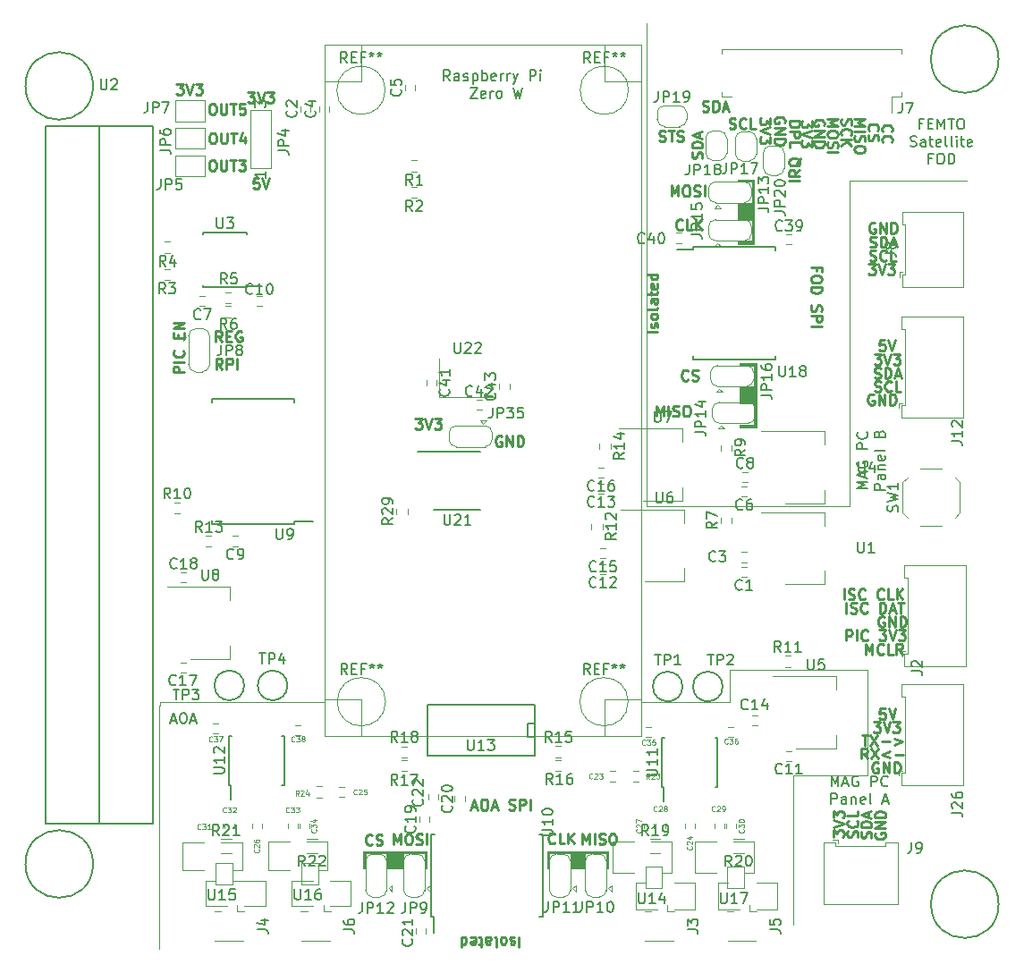
<source format=gbr>
G04 #@! TF.GenerationSoftware,KiCad,Pcbnew,(5.1.2)-2*
G04 #@! TF.CreationDate,2022-05-20T11:19:58-04:00*
G04 #@! TF.ProjectId,MAG_Plus,4d41475f-506c-4757-932e-6b696361645f,rev?*
G04 #@! TF.SameCoordinates,Original*
G04 #@! TF.FileFunction,Legend,Top*
G04 #@! TF.FilePolarity,Positive*
%FSLAX46Y46*%
G04 Gerber Fmt 4.6, Leading zero omitted, Abs format (unit mm)*
G04 Created by KiCad (PCBNEW (5.1.2)-2) date 2022-05-20 11:19:58*
%MOMM*%
%LPD*%
G04 APERTURE LIST*
%ADD10C,0.250000*%
%ADD11C,0.120000*%
%ADD12C,0.150000*%
%ADD13C,0.100000*%
%ADD14C,0.200000*%
%ADD15C,0.125000*%
G04 APERTURE END LIST*
D10*
X78918095Y-81810000D02*
X78822857Y-81762380D01*
X78680000Y-81762380D01*
X78537142Y-81810000D01*
X78441904Y-81905238D01*
X78394285Y-82000476D01*
X78346666Y-82190952D01*
X78346666Y-82333809D01*
X78394285Y-82524285D01*
X78441904Y-82619523D01*
X78537142Y-82714761D01*
X78680000Y-82762380D01*
X78775238Y-82762380D01*
X78918095Y-82714761D01*
X78965714Y-82667142D01*
X78965714Y-82333809D01*
X78775238Y-82333809D01*
X79394285Y-82762380D02*
X79394285Y-81762380D01*
X79965714Y-82762380D01*
X79965714Y-81762380D01*
X80441904Y-82762380D02*
X80441904Y-81762380D01*
X80680000Y-81762380D01*
X80822857Y-81810000D01*
X80918095Y-81905238D01*
X80965714Y-82000476D01*
X81013333Y-82190952D01*
X81013333Y-82333809D01*
X80965714Y-82524285D01*
X80918095Y-82619523D01*
X80822857Y-82714761D01*
X80680000Y-82762380D01*
X80441904Y-82762380D01*
X70761904Y-80132380D02*
X71380952Y-80132380D01*
X71047619Y-80513333D01*
X71190476Y-80513333D01*
X71285714Y-80560952D01*
X71333333Y-80608571D01*
X71380952Y-80703809D01*
X71380952Y-80941904D01*
X71333333Y-81037142D01*
X71285714Y-81084761D01*
X71190476Y-81132380D01*
X70904761Y-81132380D01*
X70809523Y-81084761D01*
X70761904Y-81037142D01*
X71666666Y-80132380D02*
X72000000Y-81132380D01*
X72333333Y-80132380D01*
X72571428Y-80132380D02*
X73190476Y-80132380D01*
X72857142Y-80513333D01*
X73000000Y-80513333D01*
X73095238Y-80560952D01*
X73142857Y-80608571D01*
X73190476Y-80703809D01*
X73190476Y-80941904D01*
X73142857Y-81037142D01*
X73095238Y-81084761D01*
X73000000Y-81132380D01*
X72714285Y-81132380D01*
X72619047Y-81084761D01*
X72571428Y-81037142D01*
X115229523Y-107602380D02*
X114753333Y-107602380D01*
X114705714Y-108078571D01*
X114753333Y-108030952D01*
X114848571Y-107983333D01*
X115086666Y-107983333D01*
X115181904Y-108030952D01*
X115229523Y-108078571D01*
X115277142Y-108173809D01*
X115277142Y-108411904D01*
X115229523Y-108507142D01*
X115181904Y-108554761D01*
X115086666Y-108602380D01*
X114848571Y-108602380D01*
X114753333Y-108554761D01*
X114705714Y-108507142D01*
X115562857Y-107602380D02*
X115896190Y-108602380D01*
X116229523Y-107602380D01*
X114151904Y-108872380D02*
X114770952Y-108872380D01*
X114437619Y-109253333D01*
X114580476Y-109253333D01*
X114675714Y-109300952D01*
X114723333Y-109348571D01*
X114770952Y-109443809D01*
X114770952Y-109681904D01*
X114723333Y-109777142D01*
X114675714Y-109824761D01*
X114580476Y-109872380D01*
X114294761Y-109872380D01*
X114199523Y-109824761D01*
X114151904Y-109777142D01*
X115056666Y-108872380D02*
X115390000Y-109872380D01*
X115723333Y-108872380D01*
X115961428Y-108872380D02*
X116580476Y-108872380D01*
X116247142Y-109253333D01*
X116390000Y-109253333D01*
X116485238Y-109300952D01*
X116532857Y-109348571D01*
X116580476Y-109443809D01*
X116580476Y-109681904D01*
X116532857Y-109777142D01*
X116485238Y-109824761D01*
X116390000Y-109872380D01*
X116104285Y-109872380D01*
X116009047Y-109824761D01*
X115961428Y-109777142D01*
X113050000Y-110092380D02*
X113621428Y-110092380D01*
X113335714Y-111092380D02*
X113335714Y-110092380D01*
X113859523Y-110092380D02*
X114526190Y-111092380D01*
X114526190Y-110092380D02*
X113859523Y-111092380D01*
X114907142Y-110711428D02*
X115669047Y-110711428D01*
X116145238Y-110425714D02*
X116907142Y-110711428D01*
X116145238Y-110997142D01*
X113565238Y-112332380D02*
X113231904Y-111856190D01*
X112993809Y-112332380D02*
X112993809Y-111332380D01*
X113374761Y-111332380D01*
X113470000Y-111380000D01*
X113517619Y-111427619D01*
X113565238Y-111522857D01*
X113565238Y-111665714D01*
X113517619Y-111760952D01*
X113470000Y-111808571D01*
X113374761Y-111856190D01*
X112993809Y-111856190D01*
X113898571Y-111332380D02*
X114565238Y-112332380D01*
X114565238Y-111332380D02*
X113898571Y-112332380D01*
X115708095Y-111665714D02*
X114946190Y-111951428D01*
X115708095Y-112237142D01*
X116184285Y-111951428D02*
X116946190Y-111951428D01*
X114578095Y-112720000D02*
X114482857Y-112672380D01*
X114340000Y-112672380D01*
X114197142Y-112720000D01*
X114101904Y-112815238D01*
X114054285Y-112910476D01*
X114006666Y-113100952D01*
X114006666Y-113243809D01*
X114054285Y-113434285D01*
X114101904Y-113529523D01*
X114197142Y-113624761D01*
X114340000Y-113672380D01*
X114435238Y-113672380D01*
X114578095Y-113624761D01*
X114625714Y-113577142D01*
X114625714Y-113243809D01*
X114435238Y-113243809D01*
X115054285Y-113672380D02*
X115054285Y-112672380D01*
X115625714Y-113672380D01*
X115625714Y-112672380D01*
X116101904Y-113672380D02*
X116101904Y-112672380D01*
X116340000Y-112672380D01*
X116482857Y-112720000D01*
X116578095Y-112815238D01*
X116625714Y-112910476D01*
X116673333Y-113100952D01*
X116673333Y-113243809D01*
X116625714Y-113434285D01*
X116578095Y-113529523D01*
X116482857Y-113624761D01*
X116340000Y-113672380D01*
X116101904Y-113672380D01*
X115214523Y-72702380D02*
X114738333Y-72702380D01*
X114690714Y-73178571D01*
X114738333Y-73130952D01*
X114833571Y-73083333D01*
X115071666Y-73083333D01*
X115166904Y-73130952D01*
X115214523Y-73178571D01*
X115262142Y-73273809D01*
X115262142Y-73511904D01*
X115214523Y-73607142D01*
X115166904Y-73654761D01*
X115071666Y-73702380D01*
X114833571Y-73702380D01*
X114738333Y-73654761D01*
X114690714Y-73607142D01*
X115547857Y-72702380D02*
X115881190Y-73702380D01*
X116214523Y-72702380D01*
X114264523Y-77529761D02*
X114407380Y-77577380D01*
X114645476Y-77577380D01*
X114740714Y-77529761D01*
X114788333Y-77482142D01*
X114835952Y-77386904D01*
X114835952Y-77291666D01*
X114788333Y-77196428D01*
X114740714Y-77148809D01*
X114645476Y-77101190D01*
X114455000Y-77053571D01*
X114359761Y-77005952D01*
X114312142Y-76958333D01*
X114264523Y-76863095D01*
X114264523Y-76767857D01*
X114312142Y-76672619D01*
X114359761Y-76625000D01*
X114455000Y-76577380D01*
X114693095Y-76577380D01*
X114835952Y-76625000D01*
X115835952Y-77482142D02*
X115788333Y-77529761D01*
X115645476Y-77577380D01*
X115550238Y-77577380D01*
X115407380Y-77529761D01*
X115312142Y-77434523D01*
X115264523Y-77339285D01*
X115216904Y-77148809D01*
X115216904Y-77005952D01*
X115264523Y-76815476D01*
X115312142Y-76720238D01*
X115407380Y-76625000D01*
X115550238Y-76577380D01*
X115645476Y-76577380D01*
X115788333Y-76625000D01*
X115835952Y-76672619D01*
X116740714Y-77577380D02*
X116264523Y-77577380D01*
X116264523Y-76577380D01*
X114230714Y-76264761D02*
X114373571Y-76312380D01*
X114611666Y-76312380D01*
X114706904Y-76264761D01*
X114754523Y-76217142D01*
X114802142Y-76121904D01*
X114802142Y-76026666D01*
X114754523Y-75931428D01*
X114706904Y-75883809D01*
X114611666Y-75836190D01*
X114421190Y-75788571D01*
X114325952Y-75740952D01*
X114278333Y-75693333D01*
X114230714Y-75598095D01*
X114230714Y-75502857D01*
X114278333Y-75407619D01*
X114325952Y-75360000D01*
X114421190Y-75312380D01*
X114659285Y-75312380D01*
X114802142Y-75360000D01*
X115230714Y-76312380D02*
X115230714Y-75312380D01*
X115468809Y-75312380D01*
X115611666Y-75360000D01*
X115706904Y-75455238D01*
X115754523Y-75550476D01*
X115802142Y-75740952D01*
X115802142Y-75883809D01*
X115754523Y-76074285D01*
X115706904Y-76169523D01*
X115611666Y-76264761D01*
X115468809Y-76312380D01*
X115230714Y-76312380D01*
X116183095Y-76026666D02*
X116659285Y-76026666D01*
X116087857Y-76312380D02*
X116421190Y-75312380D01*
X116754523Y-76312380D01*
X114163095Y-77875000D02*
X114067857Y-77827380D01*
X113925000Y-77827380D01*
X113782142Y-77875000D01*
X113686904Y-77970238D01*
X113639285Y-78065476D01*
X113591666Y-78255952D01*
X113591666Y-78398809D01*
X113639285Y-78589285D01*
X113686904Y-78684523D01*
X113782142Y-78779761D01*
X113925000Y-78827380D01*
X114020238Y-78827380D01*
X114163095Y-78779761D01*
X114210714Y-78732142D01*
X114210714Y-78398809D01*
X114020238Y-78398809D01*
X114639285Y-78827380D02*
X114639285Y-77827380D01*
X115210714Y-78827380D01*
X115210714Y-77827380D01*
X115686904Y-78827380D02*
X115686904Y-77827380D01*
X115925000Y-77827380D01*
X116067857Y-77875000D01*
X116163095Y-77970238D01*
X116210714Y-78065476D01*
X116258333Y-78255952D01*
X116258333Y-78398809D01*
X116210714Y-78589285D01*
X116163095Y-78684523D01*
X116067857Y-78779761D01*
X115925000Y-78827380D01*
X115686904Y-78827380D01*
X114221904Y-74047380D02*
X114840952Y-74047380D01*
X114507619Y-74428333D01*
X114650476Y-74428333D01*
X114745714Y-74475952D01*
X114793333Y-74523571D01*
X114840952Y-74618809D01*
X114840952Y-74856904D01*
X114793333Y-74952142D01*
X114745714Y-74999761D01*
X114650476Y-75047380D01*
X114364761Y-75047380D01*
X114269523Y-74999761D01*
X114221904Y-74952142D01*
X115126666Y-74047380D02*
X115460000Y-75047380D01*
X115793333Y-74047380D01*
X116031428Y-74047380D02*
X116650476Y-74047380D01*
X116317142Y-74428333D01*
X116460000Y-74428333D01*
X116555238Y-74475952D01*
X116602857Y-74523571D01*
X116650476Y-74618809D01*
X116650476Y-74856904D01*
X116602857Y-74952142D01*
X116555238Y-74999761D01*
X116460000Y-75047380D01*
X116174285Y-75047380D01*
X116079047Y-74999761D01*
X116031428Y-74952142D01*
X107152380Y-57623809D02*
X106152380Y-57623809D01*
X107152380Y-56576190D02*
X106676190Y-56909523D01*
X107152380Y-57147619D02*
X106152380Y-57147619D01*
X106152380Y-56766666D01*
X106200000Y-56671428D01*
X106247619Y-56623809D01*
X106342857Y-56576190D01*
X106485714Y-56576190D01*
X106580952Y-56623809D01*
X106628571Y-56671428D01*
X106676190Y-56766666D01*
X106676190Y-57147619D01*
X107247619Y-55480952D02*
X107200000Y-55576190D01*
X107104761Y-55671428D01*
X106961904Y-55814285D01*
X106914285Y-55909523D01*
X106914285Y-56004761D01*
X107152380Y-55957142D02*
X107104761Y-56052380D01*
X107009523Y-56147619D01*
X106819047Y-56195238D01*
X106485714Y-56195238D01*
X106295238Y-56147619D01*
X106200000Y-56052380D01*
X106152380Y-55957142D01*
X106152380Y-55766666D01*
X106200000Y-55671428D01*
X106295238Y-55576190D01*
X106485714Y-55528571D01*
X106819047Y-55528571D01*
X107009523Y-55576190D01*
X107104761Y-55671428D01*
X107152380Y-55766666D01*
X107152380Y-55957142D01*
X52471428Y-75452380D02*
X52138095Y-74976190D01*
X51900000Y-75452380D02*
X51900000Y-74452380D01*
X52280952Y-74452380D01*
X52376190Y-74500000D01*
X52423809Y-74547619D01*
X52471428Y-74642857D01*
X52471428Y-74785714D01*
X52423809Y-74880952D01*
X52376190Y-74928571D01*
X52280952Y-74976190D01*
X51900000Y-74976190D01*
X52900000Y-75452380D02*
X52900000Y-74452380D01*
X53280952Y-74452380D01*
X53376190Y-74500000D01*
X53423809Y-74547619D01*
X53471428Y-74642857D01*
X53471428Y-74785714D01*
X53423809Y-74880952D01*
X53376190Y-74928571D01*
X53280952Y-74976190D01*
X52900000Y-74976190D01*
X53900000Y-75452380D02*
X53900000Y-74452380D01*
X52457142Y-72852380D02*
X52123809Y-72376190D01*
X51885714Y-72852380D02*
X51885714Y-71852380D01*
X52266666Y-71852380D01*
X52361904Y-71900000D01*
X52409523Y-71947619D01*
X52457142Y-72042857D01*
X52457142Y-72185714D01*
X52409523Y-72280952D01*
X52361904Y-72328571D01*
X52266666Y-72376190D01*
X51885714Y-72376190D01*
X52885714Y-72328571D02*
X53219047Y-72328571D01*
X53361904Y-72852380D02*
X52885714Y-72852380D01*
X52885714Y-71852380D01*
X53361904Y-71852380D01*
X54314285Y-71900000D02*
X54219047Y-71852380D01*
X54076190Y-71852380D01*
X53933333Y-71900000D01*
X53838095Y-71995238D01*
X53790476Y-72090476D01*
X53742857Y-72280952D01*
X53742857Y-72423809D01*
X53790476Y-72614285D01*
X53838095Y-72709523D01*
X53933333Y-72804761D01*
X54076190Y-72852380D01*
X54171428Y-72852380D01*
X54314285Y-72804761D01*
X54361904Y-72757142D01*
X54361904Y-72423809D01*
X54171428Y-72423809D01*
X111338095Y-97252380D02*
X111338095Y-96252380D01*
X111766666Y-97204761D02*
X111909523Y-97252380D01*
X112147619Y-97252380D01*
X112242857Y-97204761D01*
X112290476Y-97157142D01*
X112338095Y-97061904D01*
X112338095Y-96966666D01*
X112290476Y-96871428D01*
X112242857Y-96823809D01*
X112147619Y-96776190D01*
X111957142Y-96728571D01*
X111861904Y-96680952D01*
X111814285Y-96633333D01*
X111766666Y-96538095D01*
X111766666Y-96442857D01*
X111814285Y-96347619D01*
X111861904Y-96300000D01*
X111957142Y-96252380D01*
X112195238Y-96252380D01*
X112338095Y-96300000D01*
X113338095Y-97157142D02*
X113290476Y-97204761D01*
X113147619Y-97252380D01*
X113052380Y-97252380D01*
X112909523Y-97204761D01*
X112814285Y-97109523D01*
X112766666Y-97014285D01*
X112719047Y-96823809D01*
X112719047Y-96680952D01*
X112766666Y-96490476D01*
X112814285Y-96395238D01*
X112909523Y-96300000D01*
X113052380Y-96252380D01*
X113147619Y-96252380D01*
X113290476Y-96300000D01*
X113338095Y-96347619D01*
X115100000Y-97157142D02*
X115052380Y-97204761D01*
X114909523Y-97252380D01*
X114814285Y-97252380D01*
X114671428Y-97204761D01*
X114576190Y-97109523D01*
X114528571Y-97014285D01*
X114480952Y-96823809D01*
X114480952Y-96680952D01*
X114528571Y-96490476D01*
X114576190Y-96395238D01*
X114671428Y-96300000D01*
X114814285Y-96252380D01*
X114909523Y-96252380D01*
X115052380Y-96300000D01*
X115100000Y-96347619D01*
X116004761Y-97252380D02*
X115528571Y-97252380D01*
X115528571Y-96252380D01*
X116338095Y-97252380D02*
X116338095Y-96252380D01*
X116909523Y-97252380D02*
X116480952Y-96680952D01*
X116909523Y-96252380D02*
X116338095Y-96823809D01*
X111533333Y-98552380D02*
X111533333Y-97552380D01*
X111961904Y-98504761D02*
X112104761Y-98552380D01*
X112342857Y-98552380D01*
X112438095Y-98504761D01*
X112485714Y-98457142D01*
X112533333Y-98361904D01*
X112533333Y-98266666D01*
X112485714Y-98171428D01*
X112438095Y-98123809D01*
X112342857Y-98076190D01*
X112152380Y-98028571D01*
X112057142Y-97980952D01*
X112009523Y-97933333D01*
X111961904Y-97838095D01*
X111961904Y-97742857D01*
X112009523Y-97647619D01*
X112057142Y-97600000D01*
X112152380Y-97552380D01*
X112390476Y-97552380D01*
X112533333Y-97600000D01*
X113533333Y-98457142D02*
X113485714Y-98504761D01*
X113342857Y-98552380D01*
X113247619Y-98552380D01*
X113104761Y-98504761D01*
X113009523Y-98409523D01*
X112961904Y-98314285D01*
X112914285Y-98123809D01*
X112914285Y-97980952D01*
X112961904Y-97790476D01*
X113009523Y-97695238D01*
X113104761Y-97600000D01*
X113247619Y-97552380D01*
X113342857Y-97552380D01*
X113485714Y-97600000D01*
X113533333Y-97647619D01*
X114723809Y-98552380D02*
X114723809Y-97552380D01*
X114961904Y-97552380D01*
X115104761Y-97600000D01*
X115200000Y-97695238D01*
X115247619Y-97790476D01*
X115295238Y-97980952D01*
X115295238Y-98123809D01*
X115247619Y-98314285D01*
X115200000Y-98409523D01*
X115104761Y-98504761D01*
X114961904Y-98552380D01*
X114723809Y-98552380D01*
X115676190Y-98266666D02*
X116152380Y-98266666D01*
X115580952Y-98552380D02*
X115914285Y-97552380D01*
X116247619Y-98552380D01*
X116438095Y-97552380D02*
X117009523Y-97552380D01*
X116723809Y-98552380D02*
X116723809Y-97552380D01*
X115138095Y-98900000D02*
X115042857Y-98852380D01*
X114900000Y-98852380D01*
X114757142Y-98900000D01*
X114661904Y-98995238D01*
X114614285Y-99090476D01*
X114566666Y-99280952D01*
X114566666Y-99423809D01*
X114614285Y-99614285D01*
X114661904Y-99709523D01*
X114757142Y-99804761D01*
X114900000Y-99852380D01*
X114995238Y-99852380D01*
X115138095Y-99804761D01*
X115185714Y-99757142D01*
X115185714Y-99423809D01*
X114995238Y-99423809D01*
X115614285Y-99852380D02*
X115614285Y-98852380D01*
X116185714Y-99852380D01*
X116185714Y-98852380D01*
X116661904Y-99852380D02*
X116661904Y-98852380D01*
X116900000Y-98852380D01*
X117042857Y-98900000D01*
X117138095Y-98995238D01*
X117185714Y-99090476D01*
X117233333Y-99280952D01*
X117233333Y-99423809D01*
X117185714Y-99614285D01*
X117138095Y-99709523D01*
X117042857Y-99804761D01*
X116900000Y-99852380D01*
X116661904Y-99852380D01*
X111538095Y-101152380D02*
X111538095Y-100152380D01*
X111919047Y-100152380D01*
X112014285Y-100200000D01*
X112061904Y-100247619D01*
X112109523Y-100342857D01*
X112109523Y-100485714D01*
X112061904Y-100580952D01*
X112014285Y-100628571D01*
X111919047Y-100676190D01*
X111538095Y-100676190D01*
X112538095Y-101152380D02*
X112538095Y-100152380D01*
X113585714Y-101057142D02*
X113538095Y-101104761D01*
X113395238Y-101152380D01*
X113300000Y-101152380D01*
X113157142Y-101104761D01*
X113061904Y-101009523D01*
X113014285Y-100914285D01*
X112966666Y-100723809D01*
X112966666Y-100580952D01*
X113014285Y-100390476D01*
X113061904Y-100295238D01*
X113157142Y-100200000D01*
X113300000Y-100152380D01*
X113395238Y-100152380D01*
X113538095Y-100200000D01*
X113585714Y-100247619D01*
X114680952Y-100152380D02*
X115300000Y-100152380D01*
X114966666Y-100533333D01*
X115109523Y-100533333D01*
X115204761Y-100580952D01*
X115252380Y-100628571D01*
X115300000Y-100723809D01*
X115300000Y-100961904D01*
X115252380Y-101057142D01*
X115204761Y-101104761D01*
X115109523Y-101152380D01*
X114823809Y-101152380D01*
X114728571Y-101104761D01*
X114680952Y-101057142D01*
X115585714Y-100152380D02*
X115919047Y-101152380D01*
X116252380Y-100152380D01*
X116490476Y-100152380D02*
X117109523Y-100152380D01*
X116776190Y-100533333D01*
X116919047Y-100533333D01*
X117014285Y-100580952D01*
X117061904Y-100628571D01*
X117109523Y-100723809D01*
X117109523Y-100961904D01*
X117061904Y-101057142D01*
X117014285Y-101104761D01*
X116919047Y-101152380D01*
X116633333Y-101152380D01*
X116538095Y-101104761D01*
X116490476Y-101057142D01*
X113361904Y-102452380D02*
X113361904Y-101452380D01*
X113695238Y-102166666D01*
X114028571Y-101452380D01*
X114028571Y-102452380D01*
X115076190Y-102357142D02*
X115028571Y-102404761D01*
X114885714Y-102452380D01*
X114790476Y-102452380D01*
X114647619Y-102404761D01*
X114552380Y-102309523D01*
X114504761Y-102214285D01*
X114457142Y-102023809D01*
X114457142Y-101880952D01*
X114504761Y-101690476D01*
X114552380Y-101595238D01*
X114647619Y-101500000D01*
X114790476Y-101452380D01*
X114885714Y-101452380D01*
X115028571Y-101500000D01*
X115076190Y-101547619D01*
X115980952Y-102452380D02*
X115504761Y-102452380D01*
X115504761Y-101452380D01*
X116885714Y-102452380D02*
X116552380Y-101976190D01*
X116314285Y-102452380D02*
X116314285Y-101452380D01*
X116695238Y-101452380D01*
X116790476Y-101500000D01*
X116838095Y-101547619D01*
X116885714Y-101642857D01*
X116885714Y-101785714D01*
X116838095Y-101880952D01*
X116790476Y-101928571D01*
X116695238Y-101976190D01*
X116314285Y-101976190D01*
X93847142Y-53834761D02*
X93990000Y-53882380D01*
X94228095Y-53882380D01*
X94323333Y-53834761D01*
X94370952Y-53787142D01*
X94418571Y-53691904D01*
X94418571Y-53596666D01*
X94370952Y-53501428D01*
X94323333Y-53453809D01*
X94228095Y-53406190D01*
X94037619Y-53358571D01*
X93942380Y-53310952D01*
X93894761Y-53263333D01*
X93847142Y-53168095D01*
X93847142Y-53072857D01*
X93894761Y-52977619D01*
X93942380Y-52930000D01*
X94037619Y-52882380D01*
X94275714Y-52882380D01*
X94418571Y-52930000D01*
X94704285Y-52882380D02*
X95275714Y-52882380D01*
X94990000Y-53882380D02*
X94990000Y-52882380D01*
X95561428Y-53834761D02*
X95704285Y-53882380D01*
X95942380Y-53882380D01*
X96037619Y-53834761D01*
X96085238Y-53787142D01*
X96132857Y-53691904D01*
X96132857Y-53596666D01*
X96085238Y-53501428D01*
X96037619Y-53453809D01*
X95942380Y-53406190D01*
X95751904Y-53358571D01*
X95656666Y-53310952D01*
X95609047Y-53263333D01*
X95561428Y-53168095D01*
X95561428Y-53072857D01*
X95609047Y-52977619D01*
X95656666Y-52930000D01*
X95751904Y-52882380D01*
X95990000Y-52882380D01*
X96132857Y-52930000D01*
X48852380Y-75757142D02*
X47852380Y-75757142D01*
X47852380Y-75376190D01*
X47900000Y-75280952D01*
X47947619Y-75233333D01*
X48042857Y-75185714D01*
X48185714Y-75185714D01*
X48280952Y-75233333D01*
X48328571Y-75280952D01*
X48376190Y-75376190D01*
X48376190Y-75757142D01*
X48852380Y-74757142D02*
X47852380Y-74757142D01*
X48757142Y-73709523D02*
X48804761Y-73757142D01*
X48852380Y-73900000D01*
X48852380Y-73995238D01*
X48804761Y-74138095D01*
X48709523Y-74233333D01*
X48614285Y-74280952D01*
X48423809Y-74328571D01*
X48280952Y-74328571D01*
X48090476Y-74280952D01*
X47995238Y-74233333D01*
X47900000Y-74138095D01*
X47852380Y-73995238D01*
X47852380Y-73900000D01*
X47900000Y-73757142D01*
X47947619Y-73709523D01*
X48328571Y-72519047D02*
X48328571Y-72185714D01*
X48852380Y-72042857D02*
X48852380Y-72519047D01*
X47852380Y-72519047D01*
X47852380Y-72042857D01*
X48852380Y-71614285D02*
X47852380Y-71614285D01*
X48852380Y-71042857D01*
X47852380Y-71042857D01*
X51503809Y-53092380D02*
X51694285Y-53092380D01*
X51789523Y-53140000D01*
X51884761Y-53235238D01*
X51932380Y-53425714D01*
X51932380Y-53759047D01*
X51884761Y-53949523D01*
X51789523Y-54044761D01*
X51694285Y-54092380D01*
X51503809Y-54092380D01*
X51408571Y-54044761D01*
X51313333Y-53949523D01*
X51265714Y-53759047D01*
X51265714Y-53425714D01*
X51313333Y-53235238D01*
X51408571Y-53140000D01*
X51503809Y-53092380D01*
X52360952Y-53092380D02*
X52360952Y-53901904D01*
X52408571Y-53997142D01*
X52456190Y-54044761D01*
X52551428Y-54092380D01*
X52741904Y-54092380D01*
X52837142Y-54044761D01*
X52884761Y-53997142D01*
X52932380Y-53901904D01*
X52932380Y-53092380D01*
X53265714Y-53092380D02*
X53837142Y-53092380D01*
X53551428Y-54092380D02*
X53551428Y-53092380D01*
X54599047Y-53425714D02*
X54599047Y-54092380D01*
X54360952Y-53044761D02*
X54122857Y-53759047D01*
X54741904Y-53759047D01*
X54895904Y-49236380D02*
X55514952Y-49236380D01*
X55181619Y-49617333D01*
X55324476Y-49617333D01*
X55419714Y-49664952D01*
X55467333Y-49712571D01*
X55514952Y-49807809D01*
X55514952Y-50045904D01*
X55467333Y-50141142D01*
X55419714Y-50188761D01*
X55324476Y-50236380D01*
X55038761Y-50236380D01*
X54943523Y-50188761D01*
X54895904Y-50141142D01*
X55800666Y-49236380D02*
X56134000Y-50236380D01*
X56467333Y-49236380D01*
X56705428Y-49236380D02*
X57324476Y-49236380D01*
X56991142Y-49617333D01*
X57134000Y-49617333D01*
X57229238Y-49664952D01*
X57276857Y-49712571D01*
X57324476Y-49807809D01*
X57324476Y-50045904D01*
X57276857Y-50141142D01*
X57229238Y-50188761D01*
X57134000Y-50236380D01*
X56848285Y-50236380D01*
X56753047Y-50188761D01*
X56705428Y-50141142D01*
X55943523Y-57364380D02*
X55467333Y-57364380D01*
X55419714Y-57840571D01*
X55467333Y-57792952D01*
X55562571Y-57745333D01*
X55800666Y-57745333D01*
X55895904Y-57792952D01*
X55943523Y-57840571D01*
X55991142Y-57935809D01*
X55991142Y-58173904D01*
X55943523Y-58269142D01*
X55895904Y-58316761D01*
X55800666Y-58364380D01*
X55562571Y-58364380D01*
X55467333Y-58316761D01*
X55419714Y-58269142D01*
X56276857Y-57364380D02*
X56610190Y-58364380D01*
X56943523Y-57364380D01*
X51473809Y-55672380D02*
X51664285Y-55672380D01*
X51759523Y-55720000D01*
X51854761Y-55815238D01*
X51902380Y-56005714D01*
X51902380Y-56339047D01*
X51854761Y-56529523D01*
X51759523Y-56624761D01*
X51664285Y-56672380D01*
X51473809Y-56672380D01*
X51378571Y-56624761D01*
X51283333Y-56529523D01*
X51235714Y-56339047D01*
X51235714Y-56005714D01*
X51283333Y-55815238D01*
X51378571Y-55720000D01*
X51473809Y-55672380D01*
X52330952Y-55672380D02*
X52330952Y-56481904D01*
X52378571Y-56577142D01*
X52426190Y-56624761D01*
X52521428Y-56672380D01*
X52711904Y-56672380D01*
X52807142Y-56624761D01*
X52854761Y-56577142D01*
X52902380Y-56481904D01*
X52902380Y-55672380D01*
X53235714Y-55672380D02*
X53807142Y-55672380D01*
X53521428Y-56672380D02*
X53521428Y-55672380D01*
X54045238Y-55672380D02*
X54664285Y-55672380D01*
X54330952Y-56053333D01*
X54473809Y-56053333D01*
X54569047Y-56100952D01*
X54616666Y-56148571D01*
X54664285Y-56243809D01*
X54664285Y-56481904D01*
X54616666Y-56577142D01*
X54569047Y-56624761D01*
X54473809Y-56672380D01*
X54188095Y-56672380D01*
X54092857Y-56624761D01*
X54045238Y-56577142D01*
X48151904Y-48452380D02*
X48770952Y-48452380D01*
X48437619Y-48833333D01*
X48580476Y-48833333D01*
X48675714Y-48880952D01*
X48723333Y-48928571D01*
X48770952Y-49023809D01*
X48770952Y-49261904D01*
X48723333Y-49357142D01*
X48675714Y-49404761D01*
X48580476Y-49452380D01*
X48294761Y-49452380D01*
X48199523Y-49404761D01*
X48151904Y-49357142D01*
X49056666Y-48452380D02*
X49390000Y-49452380D01*
X49723333Y-48452380D01*
X49961428Y-48452380D02*
X50580476Y-48452380D01*
X50247142Y-48833333D01*
X50390000Y-48833333D01*
X50485238Y-48880952D01*
X50532857Y-48928571D01*
X50580476Y-49023809D01*
X50580476Y-49261904D01*
X50532857Y-49357142D01*
X50485238Y-49404761D01*
X50390000Y-49452380D01*
X50104285Y-49452380D01*
X50009047Y-49404761D01*
X49961428Y-49357142D01*
X51473809Y-50342380D02*
X51664285Y-50342380D01*
X51759523Y-50390000D01*
X51854761Y-50485238D01*
X51902380Y-50675714D01*
X51902380Y-51009047D01*
X51854761Y-51199523D01*
X51759523Y-51294761D01*
X51664285Y-51342380D01*
X51473809Y-51342380D01*
X51378571Y-51294761D01*
X51283333Y-51199523D01*
X51235714Y-51009047D01*
X51235714Y-50675714D01*
X51283333Y-50485238D01*
X51378571Y-50390000D01*
X51473809Y-50342380D01*
X52330952Y-50342380D02*
X52330952Y-51151904D01*
X52378571Y-51247142D01*
X52426190Y-51294761D01*
X52521428Y-51342380D01*
X52711904Y-51342380D01*
X52807142Y-51294761D01*
X52854761Y-51247142D01*
X52902380Y-51151904D01*
X52902380Y-50342380D01*
X53235714Y-50342380D02*
X53807142Y-50342380D01*
X53521428Y-51342380D02*
X53521428Y-50342380D01*
X54616666Y-50342380D02*
X54140476Y-50342380D01*
X54092857Y-50818571D01*
X54140476Y-50770952D01*
X54235714Y-50723333D01*
X54473809Y-50723333D01*
X54569047Y-50770952D01*
X54616666Y-50818571D01*
X54664285Y-50913809D01*
X54664285Y-51151904D01*
X54616666Y-51247142D01*
X54569047Y-51294761D01*
X54473809Y-51342380D01*
X54235714Y-51342380D01*
X54140476Y-51294761D01*
X54092857Y-51247142D01*
X86578571Y-120412380D02*
X86578571Y-119412380D01*
X86911904Y-120126666D01*
X87245238Y-119412380D01*
X87245238Y-120412380D01*
X87721428Y-120412380D02*
X87721428Y-119412380D01*
X88150000Y-120364761D02*
X88292857Y-120412380D01*
X88530952Y-120412380D01*
X88626190Y-120364761D01*
X88673809Y-120317142D01*
X88721428Y-120221904D01*
X88721428Y-120126666D01*
X88673809Y-120031428D01*
X88626190Y-119983809D01*
X88530952Y-119936190D01*
X88340476Y-119888571D01*
X88245238Y-119840952D01*
X88197619Y-119793333D01*
X88150000Y-119698095D01*
X88150000Y-119602857D01*
X88197619Y-119507619D01*
X88245238Y-119460000D01*
X88340476Y-119412380D01*
X88578571Y-119412380D01*
X88721428Y-119460000D01*
X89340476Y-119412380D02*
X89530952Y-119412380D01*
X89626190Y-119460000D01*
X89721428Y-119555238D01*
X89769047Y-119745714D01*
X89769047Y-120079047D01*
X89721428Y-120269523D01*
X89626190Y-120364761D01*
X89530952Y-120412380D01*
X89340476Y-120412380D01*
X89245238Y-120364761D01*
X89150000Y-120269523D01*
X89102380Y-120079047D01*
X89102380Y-119745714D01*
X89150000Y-119555238D01*
X89245238Y-119460000D01*
X89340476Y-119412380D01*
X83974761Y-120287142D02*
X83927142Y-120334761D01*
X83784285Y-120382380D01*
X83689047Y-120382380D01*
X83546190Y-120334761D01*
X83450952Y-120239523D01*
X83403333Y-120144285D01*
X83355714Y-119953809D01*
X83355714Y-119810952D01*
X83403333Y-119620476D01*
X83450952Y-119525238D01*
X83546190Y-119430000D01*
X83689047Y-119382380D01*
X83784285Y-119382380D01*
X83927142Y-119430000D01*
X83974761Y-119477619D01*
X84879523Y-120382380D02*
X84403333Y-120382380D01*
X84403333Y-119382380D01*
X85212857Y-120382380D02*
X85212857Y-119382380D01*
X85784285Y-120382380D02*
X85355714Y-119810952D01*
X85784285Y-119382380D02*
X85212857Y-119953809D01*
X68708571Y-120452380D02*
X68708571Y-119452380D01*
X69041904Y-120166666D01*
X69375238Y-119452380D01*
X69375238Y-120452380D01*
X70041904Y-119452380D02*
X70232380Y-119452380D01*
X70327619Y-119500000D01*
X70422857Y-119595238D01*
X70470476Y-119785714D01*
X70470476Y-120119047D01*
X70422857Y-120309523D01*
X70327619Y-120404761D01*
X70232380Y-120452380D01*
X70041904Y-120452380D01*
X69946666Y-120404761D01*
X69851428Y-120309523D01*
X69803809Y-120119047D01*
X69803809Y-119785714D01*
X69851428Y-119595238D01*
X69946666Y-119500000D01*
X70041904Y-119452380D01*
X70851428Y-120404761D02*
X70994285Y-120452380D01*
X71232380Y-120452380D01*
X71327619Y-120404761D01*
X71375238Y-120357142D01*
X71422857Y-120261904D01*
X71422857Y-120166666D01*
X71375238Y-120071428D01*
X71327619Y-120023809D01*
X71232380Y-119976190D01*
X71041904Y-119928571D01*
X70946666Y-119880952D01*
X70899047Y-119833333D01*
X70851428Y-119738095D01*
X70851428Y-119642857D01*
X70899047Y-119547619D01*
X70946666Y-119500000D01*
X71041904Y-119452380D01*
X71280000Y-119452380D01*
X71422857Y-119500000D01*
X71851428Y-120452380D02*
X71851428Y-119452380D01*
X66683333Y-120417142D02*
X66635714Y-120464761D01*
X66492857Y-120512380D01*
X66397619Y-120512380D01*
X66254761Y-120464761D01*
X66159523Y-120369523D01*
X66111904Y-120274285D01*
X66064285Y-120083809D01*
X66064285Y-119940952D01*
X66111904Y-119750476D01*
X66159523Y-119655238D01*
X66254761Y-119560000D01*
X66397619Y-119512380D01*
X66492857Y-119512380D01*
X66635714Y-119560000D01*
X66683333Y-119607619D01*
X67064285Y-120464761D02*
X67207142Y-120512380D01*
X67445238Y-120512380D01*
X67540476Y-120464761D01*
X67588095Y-120417142D01*
X67635714Y-120321904D01*
X67635714Y-120226666D01*
X67588095Y-120131428D01*
X67540476Y-120083809D01*
X67445238Y-120036190D01*
X67254761Y-119988571D01*
X67159523Y-119940952D01*
X67111904Y-119893333D01*
X67064285Y-119798095D01*
X67064285Y-119702857D01*
X67111904Y-119607619D01*
X67159523Y-119560000D01*
X67254761Y-119512380D01*
X67492857Y-119512380D01*
X67635714Y-119560000D01*
X80588095Y-129207619D02*
X80588095Y-130207619D01*
X80159523Y-129255238D02*
X80064285Y-129207619D01*
X79873809Y-129207619D01*
X79778571Y-129255238D01*
X79730952Y-129350476D01*
X79730952Y-129398095D01*
X79778571Y-129493333D01*
X79873809Y-129540952D01*
X80016666Y-129540952D01*
X80111904Y-129588571D01*
X80159523Y-129683809D01*
X80159523Y-129731428D01*
X80111904Y-129826666D01*
X80016666Y-129874285D01*
X79873809Y-129874285D01*
X79778571Y-129826666D01*
X79159523Y-129207619D02*
X79254761Y-129255238D01*
X79302380Y-129302857D01*
X79350000Y-129398095D01*
X79350000Y-129683809D01*
X79302380Y-129779047D01*
X79254761Y-129826666D01*
X79159523Y-129874285D01*
X79016666Y-129874285D01*
X78921428Y-129826666D01*
X78873809Y-129779047D01*
X78826190Y-129683809D01*
X78826190Y-129398095D01*
X78873809Y-129302857D01*
X78921428Y-129255238D01*
X79016666Y-129207619D01*
X79159523Y-129207619D01*
X78254761Y-129207619D02*
X78350000Y-129255238D01*
X78397619Y-129350476D01*
X78397619Y-130207619D01*
X77445238Y-129207619D02*
X77445238Y-129731428D01*
X77492857Y-129826666D01*
X77588095Y-129874285D01*
X77778571Y-129874285D01*
X77873809Y-129826666D01*
X77445238Y-129255238D02*
X77540476Y-129207619D01*
X77778571Y-129207619D01*
X77873809Y-129255238D01*
X77921428Y-129350476D01*
X77921428Y-129445714D01*
X77873809Y-129540952D01*
X77778571Y-129588571D01*
X77540476Y-129588571D01*
X77445238Y-129636190D01*
X77111904Y-129874285D02*
X76730952Y-129874285D01*
X76969047Y-130207619D02*
X76969047Y-129350476D01*
X76921428Y-129255238D01*
X76826190Y-129207619D01*
X76730952Y-129207619D01*
X76016666Y-129255238D02*
X76111904Y-129207619D01*
X76302380Y-129207619D01*
X76397619Y-129255238D01*
X76445238Y-129350476D01*
X76445238Y-129731428D01*
X76397619Y-129826666D01*
X76302380Y-129874285D01*
X76111904Y-129874285D01*
X76016666Y-129826666D01*
X75969047Y-129731428D01*
X75969047Y-129636190D01*
X76445238Y-129540952D01*
X75111904Y-129207619D02*
X75111904Y-130207619D01*
X75111904Y-129255238D02*
X75207142Y-129207619D01*
X75397619Y-129207619D01*
X75492857Y-129255238D01*
X75540476Y-129302857D01*
X75588095Y-129398095D01*
X75588095Y-129683809D01*
X75540476Y-129779047D01*
X75492857Y-129826666D01*
X75397619Y-129874285D01*
X75207142Y-129874285D01*
X75111904Y-129826666D01*
X76094285Y-116896666D02*
X76570476Y-116896666D01*
X75999047Y-117182380D02*
X76332380Y-116182380D01*
X76665714Y-117182380D01*
X77189523Y-116182380D02*
X77380000Y-116182380D01*
X77475238Y-116230000D01*
X77570476Y-116325238D01*
X77618095Y-116515714D01*
X77618095Y-116849047D01*
X77570476Y-117039523D01*
X77475238Y-117134761D01*
X77380000Y-117182380D01*
X77189523Y-117182380D01*
X77094285Y-117134761D01*
X76999047Y-117039523D01*
X76951428Y-116849047D01*
X76951428Y-116515714D01*
X76999047Y-116325238D01*
X77094285Y-116230000D01*
X77189523Y-116182380D01*
X77999047Y-116896666D02*
X78475238Y-116896666D01*
X77903809Y-117182380D02*
X78237142Y-116182380D01*
X78570476Y-117182380D01*
X79618095Y-117134761D02*
X79760952Y-117182380D01*
X79999047Y-117182380D01*
X80094285Y-117134761D01*
X80141904Y-117087142D01*
X80189523Y-116991904D01*
X80189523Y-116896666D01*
X80141904Y-116801428D01*
X80094285Y-116753809D01*
X79999047Y-116706190D01*
X79808571Y-116658571D01*
X79713333Y-116610952D01*
X79665714Y-116563333D01*
X79618095Y-116468095D01*
X79618095Y-116372857D01*
X79665714Y-116277619D01*
X79713333Y-116230000D01*
X79808571Y-116182380D01*
X80046666Y-116182380D01*
X80189523Y-116230000D01*
X80618095Y-117182380D02*
X80618095Y-116182380D01*
X80999047Y-116182380D01*
X81094285Y-116230000D01*
X81141904Y-116277619D01*
X81189523Y-116372857D01*
X81189523Y-116515714D01*
X81141904Y-116610952D01*
X81094285Y-116658571D01*
X80999047Y-116706190D01*
X80618095Y-116706190D01*
X81618095Y-117182380D02*
X81618095Y-116182380D01*
X108751428Y-66133809D02*
X108751428Y-65800476D01*
X108227619Y-65800476D02*
X109227619Y-65800476D01*
X109227619Y-66276666D01*
X109227619Y-66848095D02*
X109227619Y-67038571D01*
X109180000Y-67133809D01*
X109084761Y-67229047D01*
X108894285Y-67276666D01*
X108560952Y-67276666D01*
X108370476Y-67229047D01*
X108275238Y-67133809D01*
X108227619Y-67038571D01*
X108227619Y-66848095D01*
X108275238Y-66752857D01*
X108370476Y-66657619D01*
X108560952Y-66610000D01*
X108894285Y-66610000D01*
X109084761Y-66657619D01*
X109180000Y-66752857D01*
X109227619Y-66848095D01*
X108227619Y-67705238D02*
X109227619Y-67705238D01*
X109227619Y-67943333D01*
X109180000Y-68086190D01*
X109084761Y-68181428D01*
X108989523Y-68229047D01*
X108799047Y-68276666D01*
X108656190Y-68276666D01*
X108465714Y-68229047D01*
X108370476Y-68181428D01*
X108275238Y-68086190D01*
X108227619Y-67943333D01*
X108227619Y-67705238D01*
X108275238Y-69419523D02*
X108227619Y-69562380D01*
X108227619Y-69800476D01*
X108275238Y-69895714D01*
X108322857Y-69943333D01*
X108418095Y-69990952D01*
X108513333Y-69990952D01*
X108608571Y-69943333D01*
X108656190Y-69895714D01*
X108703809Y-69800476D01*
X108751428Y-69610000D01*
X108799047Y-69514761D01*
X108846666Y-69467142D01*
X108941904Y-69419523D01*
X109037142Y-69419523D01*
X109132380Y-69467142D01*
X109180000Y-69514761D01*
X109227619Y-69610000D01*
X109227619Y-69848095D01*
X109180000Y-69990952D01*
X108227619Y-70419523D02*
X109227619Y-70419523D01*
X109227619Y-70800476D01*
X109180000Y-70895714D01*
X109132380Y-70943333D01*
X109037142Y-70990952D01*
X108894285Y-70990952D01*
X108799047Y-70943333D01*
X108751428Y-70895714D01*
X108703809Y-70800476D01*
X108703809Y-70419523D01*
X108227619Y-71419523D02*
X109227619Y-71419523D01*
X93712380Y-71958095D02*
X92712380Y-71958095D01*
X93664761Y-71529523D02*
X93712380Y-71434285D01*
X93712380Y-71243809D01*
X93664761Y-71148571D01*
X93569523Y-71100952D01*
X93521904Y-71100952D01*
X93426666Y-71148571D01*
X93379047Y-71243809D01*
X93379047Y-71386666D01*
X93331428Y-71481904D01*
X93236190Y-71529523D01*
X93188571Y-71529523D01*
X93093333Y-71481904D01*
X93045714Y-71386666D01*
X93045714Y-71243809D01*
X93093333Y-71148571D01*
X93712380Y-70529523D02*
X93664761Y-70624761D01*
X93617142Y-70672380D01*
X93521904Y-70720000D01*
X93236190Y-70720000D01*
X93140952Y-70672380D01*
X93093333Y-70624761D01*
X93045714Y-70529523D01*
X93045714Y-70386666D01*
X93093333Y-70291428D01*
X93140952Y-70243809D01*
X93236190Y-70196190D01*
X93521904Y-70196190D01*
X93617142Y-70243809D01*
X93664761Y-70291428D01*
X93712380Y-70386666D01*
X93712380Y-70529523D01*
X93712380Y-69624761D02*
X93664761Y-69720000D01*
X93569523Y-69767619D01*
X92712380Y-69767619D01*
X93712380Y-68815238D02*
X93188571Y-68815238D01*
X93093333Y-68862857D01*
X93045714Y-68958095D01*
X93045714Y-69148571D01*
X93093333Y-69243809D01*
X93664761Y-68815238D02*
X93712380Y-68910476D01*
X93712380Y-69148571D01*
X93664761Y-69243809D01*
X93569523Y-69291428D01*
X93474285Y-69291428D01*
X93379047Y-69243809D01*
X93331428Y-69148571D01*
X93331428Y-68910476D01*
X93283809Y-68815238D01*
X93045714Y-68481904D02*
X93045714Y-68100952D01*
X92712380Y-68339047D02*
X93569523Y-68339047D01*
X93664761Y-68291428D01*
X93712380Y-68196190D01*
X93712380Y-68100952D01*
X93664761Y-67386666D02*
X93712380Y-67481904D01*
X93712380Y-67672380D01*
X93664761Y-67767619D01*
X93569523Y-67815238D01*
X93188571Y-67815238D01*
X93093333Y-67767619D01*
X93045714Y-67672380D01*
X93045714Y-67481904D01*
X93093333Y-67386666D01*
X93188571Y-67339047D01*
X93283809Y-67339047D01*
X93379047Y-67815238D01*
X93712380Y-66481904D02*
X92712380Y-66481904D01*
X93664761Y-66481904D02*
X93712380Y-66577142D01*
X93712380Y-66767619D01*
X93664761Y-66862857D01*
X93617142Y-66910476D01*
X93521904Y-66958095D01*
X93236190Y-66958095D01*
X93140952Y-66910476D01*
X93093333Y-66862857D01*
X93045714Y-66767619D01*
X93045714Y-66577142D01*
X93093333Y-66481904D01*
X93578571Y-79912380D02*
X93578571Y-78912380D01*
X93911904Y-79626666D01*
X94245238Y-78912380D01*
X94245238Y-79912380D01*
X94721428Y-79912380D02*
X94721428Y-78912380D01*
X95150000Y-79864761D02*
X95292857Y-79912380D01*
X95530952Y-79912380D01*
X95626190Y-79864761D01*
X95673809Y-79817142D01*
X95721428Y-79721904D01*
X95721428Y-79626666D01*
X95673809Y-79531428D01*
X95626190Y-79483809D01*
X95530952Y-79436190D01*
X95340476Y-79388571D01*
X95245238Y-79340952D01*
X95197619Y-79293333D01*
X95150000Y-79198095D01*
X95150000Y-79102857D01*
X95197619Y-79007619D01*
X95245238Y-78960000D01*
X95340476Y-78912380D01*
X95578571Y-78912380D01*
X95721428Y-78960000D01*
X96340476Y-78912380D02*
X96530952Y-78912380D01*
X96626190Y-78960000D01*
X96721428Y-79055238D01*
X96769047Y-79245714D01*
X96769047Y-79579047D01*
X96721428Y-79769523D01*
X96626190Y-79864761D01*
X96530952Y-79912380D01*
X96340476Y-79912380D01*
X96245238Y-79864761D01*
X96150000Y-79769523D01*
X96102380Y-79579047D01*
X96102380Y-79245714D01*
X96150000Y-79055238D01*
X96245238Y-78960000D01*
X96340476Y-78912380D01*
X96583333Y-76447142D02*
X96535714Y-76494761D01*
X96392857Y-76542380D01*
X96297619Y-76542380D01*
X96154761Y-76494761D01*
X96059523Y-76399523D01*
X96011904Y-76304285D01*
X95964285Y-76113809D01*
X95964285Y-75970952D01*
X96011904Y-75780476D01*
X96059523Y-75685238D01*
X96154761Y-75590000D01*
X96297619Y-75542380D01*
X96392857Y-75542380D01*
X96535714Y-75590000D01*
X96583333Y-75637619D01*
X96964285Y-76494761D02*
X97107142Y-76542380D01*
X97345238Y-76542380D01*
X97440476Y-76494761D01*
X97488095Y-76447142D01*
X97535714Y-76351904D01*
X97535714Y-76256666D01*
X97488095Y-76161428D01*
X97440476Y-76113809D01*
X97345238Y-76066190D01*
X97154761Y-76018571D01*
X97059523Y-75970952D01*
X97011904Y-75923333D01*
X96964285Y-75828095D01*
X96964285Y-75732857D01*
X97011904Y-75637619D01*
X97059523Y-75590000D01*
X97154761Y-75542380D01*
X97392857Y-75542380D01*
X97535714Y-75590000D01*
X96054761Y-62177142D02*
X96007142Y-62224761D01*
X95864285Y-62272380D01*
X95769047Y-62272380D01*
X95626190Y-62224761D01*
X95530952Y-62129523D01*
X95483333Y-62034285D01*
X95435714Y-61843809D01*
X95435714Y-61700952D01*
X95483333Y-61510476D01*
X95530952Y-61415238D01*
X95626190Y-61320000D01*
X95769047Y-61272380D01*
X95864285Y-61272380D01*
X96007142Y-61320000D01*
X96054761Y-61367619D01*
X96959523Y-62272380D02*
X96483333Y-62272380D01*
X96483333Y-61272380D01*
X97292857Y-62272380D02*
X97292857Y-61272380D01*
X97864285Y-62272380D02*
X97435714Y-61700952D01*
X97864285Y-61272380D02*
X97292857Y-61843809D01*
X94988571Y-59072380D02*
X94988571Y-58072380D01*
X95321904Y-58786666D01*
X95655238Y-58072380D01*
X95655238Y-59072380D01*
X96321904Y-58072380D02*
X96512380Y-58072380D01*
X96607619Y-58120000D01*
X96702857Y-58215238D01*
X96750476Y-58405714D01*
X96750476Y-58739047D01*
X96702857Y-58929523D01*
X96607619Y-59024761D01*
X96512380Y-59072380D01*
X96321904Y-59072380D01*
X96226666Y-59024761D01*
X96131428Y-58929523D01*
X96083809Y-58739047D01*
X96083809Y-58405714D01*
X96131428Y-58215238D01*
X96226666Y-58120000D01*
X96321904Y-58072380D01*
X97131428Y-59024761D02*
X97274285Y-59072380D01*
X97512380Y-59072380D01*
X97607619Y-59024761D01*
X97655238Y-58977142D01*
X97702857Y-58881904D01*
X97702857Y-58786666D01*
X97655238Y-58691428D01*
X97607619Y-58643809D01*
X97512380Y-58596190D01*
X97321904Y-58548571D01*
X97226666Y-58500952D01*
X97179047Y-58453333D01*
X97131428Y-58358095D01*
X97131428Y-58262857D01*
X97179047Y-58167619D01*
X97226666Y-58120000D01*
X97321904Y-58072380D01*
X97560000Y-58072380D01*
X97702857Y-58120000D01*
X98131428Y-59072380D02*
X98131428Y-58072380D01*
X115012857Y-52969523D02*
X114965238Y-52921904D01*
X114917619Y-52779047D01*
X114917619Y-52683809D01*
X114965238Y-52540952D01*
X115060476Y-52445714D01*
X115155714Y-52398095D01*
X115346190Y-52350476D01*
X115489047Y-52350476D01*
X115679523Y-52398095D01*
X115774761Y-52445714D01*
X115870000Y-52540952D01*
X115917619Y-52683809D01*
X115917619Y-52779047D01*
X115870000Y-52921904D01*
X115822380Y-52969523D01*
X115012857Y-53969523D02*
X114965238Y-53921904D01*
X114917619Y-53779047D01*
X114917619Y-53683809D01*
X114965238Y-53540952D01*
X115060476Y-53445714D01*
X115155714Y-53398095D01*
X115346190Y-53350476D01*
X115489047Y-53350476D01*
X115679523Y-53398095D01*
X115774761Y-53445714D01*
X115870000Y-53540952D01*
X115917619Y-53683809D01*
X115917619Y-53779047D01*
X115870000Y-53921904D01*
X115822380Y-53969523D01*
X113712857Y-52873333D02*
X113665238Y-52825714D01*
X113617619Y-52682857D01*
X113617619Y-52587619D01*
X113665238Y-52444761D01*
X113760476Y-52349523D01*
X113855714Y-52301904D01*
X114046190Y-52254285D01*
X114189047Y-52254285D01*
X114379523Y-52301904D01*
X114474761Y-52349523D01*
X114570000Y-52444761D01*
X114617619Y-52587619D01*
X114617619Y-52682857D01*
X114570000Y-52825714D01*
X114522380Y-52873333D01*
X113665238Y-53254285D02*
X113617619Y-53397142D01*
X113617619Y-53635238D01*
X113665238Y-53730476D01*
X113712857Y-53778095D01*
X113808095Y-53825714D01*
X113903333Y-53825714D01*
X113998571Y-53778095D01*
X114046190Y-53730476D01*
X114093809Y-53635238D01*
X114141428Y-53444761D01*
X114189047Y-53349523D01*
X114236666Y-53301904D01*
X114331904Y-53254285D01*
X114427142Y-53254285D01*
X114522380Y-53301904D01*
X114570000Y-53349523D01*
X114617619Y-53444761D01*
X114617619Y-53682857D01*
X114570000Y-53825714D01*
X112337619Y-51778571D02*
X113337619Y-51778571D01*
X112623333Y-52111904D01*
X113337619Y-52445238D01*
X112337619Y-52445238D01*
X112337619Y-52921428D02*
X113337619Y-52921428D01*
X112385238Y-53350000D02*
X112337619Y-53492857D01*
X112337619Y-53730952D01*
X112385238Y-53826190D01*
X112432857Y-53873809D01*
X112528095Y-53921428D01*
X112623333Y-53921428D01*
X112718571Y-53873809D01*
X112766190Y-53826190D01*
X112813809Y-53730952D01*
X112861428Y-53540476D01*
X112909047Y-53445238D01*
X112956666Y-53397619D01*
X113051904Y-53350000D01*
X113147142Y-53350000D01*
X113242380Y-53397619D01*
X113290000Y-53445238D01*
X113337619Y-53540476D01*
X113337619Y-53778571D01*
X113290000Y-53921428D01*
X113337619Y-54540476D02*
X113337619Y-54730952D01*
X113290000Y-54826190D01*
X113194761Y-54921428D01*
X113004285Y-54969047D01*
X112670952Y-54969047D01*
X112480476Y-54921428D01*
X112385238Y-54826190D01*
X112337619Y-54730952D01*
X112337619Y-54540476D01*
X112385238Y-54445238D01*
X112480476Y-54350000D01*
X112670952Y-54302380D01*
X113004285Y-54302380D01*
X113194761Y-54350000D01*
X113290000Y-54445238D01*
X113337619Y-54540476D01*
X111105238Y-51754285D02*
X111057619Y-51897142D01*
X111057619Y-52135238D01*
X111105238Y-52230476D01*
X111152857Y-52278095D01*
X111248095Y-52325714D01*
X111343333Y-52325714D01*
X111438571Y-52278095D01*
X111486190Y-52230476D01*
X111533809Y-52135238D01*
X111581428Y-51944761D01*
X111629047Y-51849523D01*
X111676666Y-51801904D01*
X111771904Y-51754285D01*
X111867142Y-51754285D01*
X111962380Y-51801904D01*
X112010000Y-51849523D01*
X112057619Y-51944761D01*
X112057619Y-52182857D01*
X112010000Y-52325714D01*
X111152857Y-53325714D02*
X111105238Y-53278095D01*
X111057619Y-53135238D01*
X111057619Y-53040000D01*
X111105238Y-52897142D01*
X111200476Y-52801904D01*
X111295714Y-52754285D01*
X111486190Y-52706666D01*
X111629047Y-52706666D01*
X111819523Y-52754285D01*
X111914761Y-52801904D01*
X112010000Y-52897142D01*
X112057619Y-53040000D01*
X112057619Y-53135238D01*
X112010000Y-53278095D01*
X111962380Y-53325714D01*
X111057619Y-53754285D02*
X112057619Y-53754285D01*
X111057619Y-54325714D02*
X111629047Y-53897142D01*
X112057619Y-54325714D02*
X111486190Y-53754285D01*
X109767619Y-51798571D02*
X110767619Y-51798571D01*
X110053333Y-52131904D01*
X110767619Y-52465238D01*
X109767619Y-52465238D01*
X110767619Y-53131904D02*
X110767619Y-53322380D01*
X110720000Y-53417619D01*
X110624761Y-53512857D01*
X110434285Y-53560476D01*
X110100952Y-53560476D01*
X109910476Y-53512857D01*
X109815238Y-53417619D01*
X109767619Y-53322380D01*
X109767619Y-53131904D01*
X109815238Y-53036666D01*
X109910476Y-52941428D01*
X110100952Y-52893809D01*
X110434285Y-52893809D01*
X110624761Y-52941428D01*
X110720000Y-53036666D01*
X110767619Y-53131904D01*
X109815238Y-53941428D02*
X109767619Y-54084285D01*
X109767619Y-54322380D01*
X109815238Y-54417619D01*
X109862857Y-54465238D01*
X109958095Y-54512857D01*
X110053333Y-54512857D01*
X110148571Y-54465238D01*
X110196190Y-54417619D01*
X110243809Y-54322380D01*
X110291428Y-54131904D01*
X110339047Y-54036666D01*
X110386666Y-53989047D01*
X110481904Y-53941428D01*
X110577142Y-53941428D01*
X110672380Y-53989047D01*
X110720000Y-54036666D01*
X110767619Y-54131904D01*
X110767619Y-54370000D01*
X110720000Y-54512857D01*
X109767619Y-54941428D02*
X110767619Y-54941428D01*
X108297619Y-51951904D02*
X108297619Y-52570952D01*
X107916666Y-52237619D01*
X107916666Y-52380476D01*
X107869047Y-52475714D01*
X107821428Y-52523333D01*
X107726190Y-52570952D01*
X107488095Y-52570952D01*
X107392857Y-52523333D01*
X107345238Y-52475714D01*
X107297619Y-52380476D01*
X107297619Y-52094761D01*
X107345238Y-51999523D01*
X107392857Y-51951904D01*
X108297619Y-52856666D02*
X107297619Y-53190000D01*
X108297619Y-53523333D01*
X108297619Y-53761428D02*
X108297619Y-54380476D01*
X107916666Y-54047142D01*
X107916666Y-54190000D01*
X107869047Y-54285238D01*
X107821428Y-54332857D01*
X107726190Y-54380476D01*
X107488095Y-54380476D01*
X107392857Y-54332857D01*
X107345238Y-54285238D01*
X107297619Y-54190000D01*
X107297619Y-53904285D01*
X107345238Y-53809047D01*
X107392857Y-53761428D01*
X106167619Y-51973333D02*
X107167619Y-51973333D01*
X107167619Y-52211428D01*
X107120000Y-52354285D01*
X107024761Y-52449523D01*
X106929523Y-52497142D01*
X106739047Y-52544761D01*
X106596190Y-52544761D01*
X106405714Y-52497142D01*
X106310476Y-52449523D01*
X106215238Y-52354285D01*
X106167619Y-52211428D01*
X106167619Y-51973333D01*
X106167619Y-52973333D02*
X107167619Y-52973333D01*
X107167619Y-53354285D01*
X107120000Y-53449523D01*
X107072380Y-53497142D01*
X106977142Y-53544761D01*
X106834285Y-53544761D01*
X106739047Y-53497142D01*
X106691428Y-53449523D01*
X106643809Y-53354285D01*
X106643809Y-52973333D01*
X106167619Y-54449523D02*
X106167619Y-53973333D01*
X107167619Y-53973333D01*
X97894761Y-55484285D02*
X97942380Y-55341428D01*
X97942380Y-55103333D01*
X97894761Y-55008095D01*
X97847142Y-54960476D01*
X97751904Y-54912857D01*
X97656666Y-54912857D01*
X97561428Y-54960476D01*
X97513809Y-55008095D01*
X97466190Y-55103333D01*
X97418571Y-55293809D01*
X97370952Y-55389047D01*
X97323333Y-55436666D01*
X97228095Y-55484285D01*
X97132857Y-55484285D01*
X97037619Y-55436666D01*
X96990000Y-55389047D01*
X96942380Y-55293809D01*
X96942380Y-55055714D01*
X96990000Y-54912857D01*
X97942380Y-54484285D02*
X96942380Y-54484285D01*
X96942380Y-54246190D01*
X96990000Y-54103333D01*
X97085238Y-54008095D01*
X97180476Y-53960476D01*
X97370952Y-53912857D01*
X97513809Y-53912857D01*
X97704285Y-53960476D01*
X97799523Y-54008095D01*
X97894761Y-54103333D01*
X97942380Y-54246190D01*
X97942380Y-54484285D01*
X97656666Y-53531904D02*
X97656666Y-53055714D01*
X97942380Y-53627142D02*
X96942380Y-53293809D01*
X97942380Y-52960476D01*
X100489523Y-52644761D02*
X100632380Y-52692380D01*
X100870476Y-52692380D01*
X100965714Y-52644761D01*
X101013333Y-52597142D01*
X101060952Y-52501904D01*
X101060952Y-52406666D01*
X101013333Y-52311428D01*
X100965714Y-52263809D01*
X100870476Y-52216190D01*
X100680000Y-52168571D01*
X100584761Y-52120952D01*
X100537142Y-52073333D01*
X100489523Y-51978095D01*
X100489523Y-51882857D01*
X100537142Y-51787619D01*
X100584761Y-51740000D01*
X100680000Y-51692380D01*
X100918095Y-51692380D01*
X101060952Y-51740000D01*
X102060952Y-52597142D02*
X102013333Y-52644761D01*
X101870476Y-52692380D01*
X101775238Y-52692380D01*
X101632380Y-52644761D01*
X101537142Y-52549523D01*
X101489523Y-52454285D01*
X101441904Y-52263809D01*
X101441904Y-52120952D01*
X101489523Y-51930476D01*
X101537142Y-51835238D01*
X101632380Y-51740000D01*
X101775238Y-51692380D01*
X101870476Y-51692380D01*
X102013333Y-51740000D01*
X102060952Y-51787619D01*
X102965714Y-52692380D02*
X102489523Y-52692380D01*
X102489523Y-51692380D01*
X97955714Y-51004761D02*
X98098571Y-51052380D01*
X98336666Y-51052380D01*
X98431904Y-51004761D01*
X98479523Y-50957142D01*
X98527142Y-50861904D01*
X98527142Y-50766666D01*
X98479523Y-50671428D01*
X98431904Y-50623809D01*
X98336666Y-50576190D01*
X98146190Y-50528571D01*
X98050952Y-50480952D01*
X98003333Y-50433333D01*
X97955714Y-50338095D01*
X97955714Y-50242857D01*
X98003333Y-50147619D01*
X98050952Y-50100000D01*
X98146190Y-50052380D01*
X98384285Y-50052380D01*
X98527142Y-50100000D01*
X98955714Y-51052380D02*
X98955714Y-50052380D01*
X99193809Y-50052380D01*
X99336666Y-50100000D01*
X99431904Y-50195238D01*
X99479523Y-50290476D01*
X99527142Y-50480952D01*
X99527142Y-50623809D01*
X99479523Y-50814285D01*
X99431904Y-50909523D01*
X99336666Y-51004761D01*
X99193809Y-51052380D01*
X98955714Y-51052380D01*
X99908095Y-50766666D02*
X100384285Y-50766666D01*
X99812857Y-51052380D02*
X100146190Y-50052380D01*
X100479523Y-51052380D01*
X104367619Y-51661904D02*
X104367619Y-52280952D01*
X103986666Y-51947619D01*
X103986666Y-52090476D01*
X103939047Y-52185714D01*
X103891428Y-52233333D01*
X103796190Y-52280952D01*
X103558095Y-52280952D01*
X103462857Y-52233333D01*
X103415238Y-52185714D01*
X103367619Y-52090476D01*
X103367619Y-51804761D01*
X103415238Y-51709523D01*
X103462857Y-51661904D01*
X104367619Y-52566666D02*
X103367619Y-52900000D01*
X104367619Y-53233333D01*
X104367619Y-53471428D02*
X104367619Y-54090476D01*
X103986666Y-53757142D01*
X103986666Y-53900000D01*
X103939047Y-53995238D01*
X103891428Y-54042857D01*
X103796190Y-54090476D01*
X103558095Y-54090476D01*
X103462857Y-54042857D01*
X103415238Y-53995238D01*
X103367619Y-53900000D01*
X103367619Y-53614285D01*
X103415238Y-53519047D01*
X103462857Y-53471428D01*
X105700000Y-52138095D02*
X105747619Y-52042857D01*
X105747619Y-51900000D01*
X105700000Y-51757142D01*
X105604761Y-51661904D01*
X105509523Y-51614285D01*
X105319047Y-51566666D01*
X105176190Y-51566666D01*
X104985714Y-51614285D01*
X104890476Y-51661904D01*
X104795238Y-51757142D01*
X104747619Y-51900000D01*
X104747619Y-51995238D01*
X104795238Y-52138095D01*
X104842857Y-52185714D01*
X105176190Y-52185714D01*
X105176190Y-51995238D01*
X104747619Y-52614285D02*
X105747619Y-52614285D01*
X104747619Y-53185714D01*
X105747619Y-53185714D01*
X104747619Y-53661904D02*
X105747619Y-53661904D01*
X105747619Y-53900000D01*
X105700000Y-54042857D01*
X105604761Y-54138095D01*
X105509523Y-54185714D01*
X105319047Y-54233333D01*
X105176190Y-54233333D01*
X104985714Y-54185714D01*
X104890476Y-54138095D01*
X104795238Y-54042857D01*
X104747619Y-53900000D01*
X104747619Y-53661904D01*
X109460000Y-52398095D02*
X109507619Y-52302857D01*
X109507619Y-52160000D01*
X109460000Y-52017142D01*
X109364761Y-51921904D01*
X109269523Y-51874285D01*
X109079047Y-51826666D01*
X108936190Y-51826666D01*
X108745714Y-51874285D01*
X108650476Y-51921904D01*
X108555238Y-52017142D01*
X108507619Y-52160000D01*
X108507619Y-52255238D01*
X108555238Y-52398095D01*
X108602857Y-52445714D01*
X108936190Y-52445714D01*
X108936190Y-52255238D01*
X108507619Y-52874285D02*
X109507619Y-52874285D01*
X108507619Y-53445714D01*
X109507619Y-53445714D01*
X108507619Y-53921904D02*
X109507619Y-53921904D01*
X109507619Y-54160000D01*
X109460000Y-54302857D01*
X109364761Y-54398095D01*
X109269523Y-54445714D01*
X109079047Y-54493333D01*
X108936190Y-54493333D01*
X108745714Y-54445714D01*
X108650476Y-54398095D01*
X108555238Y-54302857D01*
X108507619Y-54160000D01*
X108507619Y-53921904D01*
X113805714Y-63864761D02*
X113948571Y-63912380D01*
X114186666Y-63912380D01*
X114281904Y-63864761D01*
X114329523Y-63817142D01*
X114377142Y-63721904D01*
X114377142Y-63626666D01*
X114329523Y-63531428D01*
X114281904Y-63483809D01*
X114186666Y-63436190D01*
X113996190Y-63388571D01*
X113900952Y-63340952D01*
X113853333Y-63293333D01*
X113805714Y-63198095D01*
X113805714Y-63102857D01*
X113853333Y-63007619D01*
X113900952Y-62960000D01*
X113996190Y-62912380D01*
X114234285Y-62912380D01*
X114377142Y-62960000D01*
X114805714Y-63912380D02*
X114805714Y-62912380D01*
X115043809Y-62912380D01*
X115186666Y-62960000D01*
X115281904Y-63055238D01*
X115329523Y-63150476D01*
X115377142Y-63340952D01*
X115377142Y-63483809D01*
X115329523Y-63674285D01*
X115281904Y-63769523D01*
X115186666Y-63864761D01*
X115043809Y-63912380D01*
X114805714Y-63912380D01*
X115758095Y-63626666D02*
X116234285Y-63626666D01*
X115662857Y-63912380D02*
X115996190Y-62912380D01*
X116329523Y-63912380D01*
X113671904Y-65522380D02*
X114290952Y-65522380D01*
X113957619Y-65903333D01*
X114100476Y-65903333D01*
X114195714Y-65950952D01*
X114243333Y-65998571D01*
X114290952Y-66093809D01*
X114290952Y-66331904D01*
X114243333Y-66427142D01*
X114195714Y-66474761D01*
X114100476Y-66522380D01*
X113814761Y-66522380D01*
X113719523Y-66474761D01*
X113671904Y-66427142D01*
X114576666Y-65522380D02*
X114910000Y-66522380D01*
X115243333Y-65522380D01*
X115481428Y-65522380D02*
X116100476Y-65522380D01*
X115767142Y-65903333D01*
X115910000Y-65903333D01*
X116005238Y-65950952D01*
X116052857Y-65998571D01*
X116100476Y-66093809D01*
X116100476Y-66331904D01*
X116052857Y-66427142D01*
X116005238Y-66474761D01*
X115910000Y-66522380D01*
X115624285Y-66522380D01*
X115529047Y-66474761D01*
X115481428Y-66427142D01*
X113789523Y-65154761D02*
X113932380Y-65202380D01*
X114170476Y-65202380D01*
X114265714Y-65154761D01*
X114313333Y-65107142D01*
X114360952Y-65011904D01*
X114360952Y-64916666D01*
X114313333Y-64821428D01*
X114265714Y-64773809D01*
X114170476Y-64726190D01*
X113980000Y-64678571D01*
X113884761Y-64630952D01*
X113837142Y-64583333D01*
X113789523Y-64488095D01*
X113789523Y-64392857D01*
X113837142Y-64297619D01*
X113884761Y-64250000D01*
X113980000Y-64202380D01*
X114218095Y-64202380D01*
X114360952Y-64250000D01*
X115360952Y-65107142D02*
X115313333Y-65154761D01*
X115170476Y-65202380D01*
X115075238Y-65202380D01*
X114932380Y-65154761D01*
X114837142Y-65059523D01*
X114789523Y-64964285D01*
X114741904Y-64773809D01*
X114741904Y-64630952D01*
X114789523Y-64440476D01*
X114837142Y-64345238D01*
X114932380Y-64250000D01*
X115075238Y-64202380D01*
X115170476Y-64202380D01*
X115313333Y-64250000D01*
X115360952Y-64297619D01*
X116265714Y-65202380D02*
X115789523Y-65202380D01*
X115789523Y-64202380D01*
X114278095Y-61630000D02*
X114182857Y-61582380D01*
X114040000Y-61582380D01*
X113897142Y-61630000D01*
X113801904Y-61725238D01*
X113754285Y-61820476D01*
X113706666Y-62010952D01*
X113706666Y-62153809D01*
X113754285Y-62344285D01*
X113801904Y-62439523D01*
X113897142Y-62534761D01*
X114040000Y-62582380D01*
X114135238Y-62582380D01*
X114278095Y-62534761D01*
X114325714Y-62487142D01*
X114325714Y-62153809D01*
X114135238Y-62153809D01*
X114754285Y-62582380D02*
X114754285Y-61582380D01*
X115325714Y-62582380D01*
X115325714Y-61582380D01*
X115801904Y-62582380D02*
X115801904Y-61582380D01*
X116040000Y-61582380D01*
X116182857Y-61630000D01*
X116278095Y-61725238D01*
X116325714Y-61820476D01*
X116373333Y-62010952D01*
X116373333Y-62153809D01*
X116325714Y-62344285D01*
X116278095Y-62439523D01*
X116182857Y-62534761D01*
X116040000Y-62582380D01*
X115801904Y-62582380D01*
X110332380Y-119738095D02*
X110332380Y-119119047D01*
X110713333Y-119452380D01*
X110713333Y-119309523D01*
X110760952Y-119214285D01*
X110808571Y-119166666D01*
X110903809Y-119119047D01*
X111141904Y-119119047D01*
X111237142Y-119166666D01*
X111284761Y-119214285D01*
X111332380Y-119309523D01*
X111332380Y-119595238D01*
X111284761Y-119690476D01*
X111237142Y-119738095D01*
X110332380Y-118833333D02*
X111332380Y-118500000D01*
X110332380Y-118166666D01*
X110332380Y-117928571D02*
X110332380Y-117309523D01*
X110713333Y-117642857D01*
X110713333Y-117500000D01*
X110760952Y-117404761D01*
X110808571Y-117357142D01*
X110903809Y-117309523D01*
X111141904Y-117309523D01*
X111237142Y-117357142D01*
X111284761Y-117404761D01*
X111332380Y-117500000D01*
X111332380Y-117785714D01*
X111284761Y-117880952D01*
X111237142Y-117928571D01*
X112604761Y-119760476D02*
X112652380Y-119617619D01*
X112652380Y-119379523D01*
X112604761Y-119284285D01*
X112557142Y-119236666D01*
X112461904Y-119189047D01*
X112366666Y-119189047D01*
X112271428Y-119236666D01*
X112223809Y-119284285D01*
X112176190Y-119379523D01*
X112128571Y-119570000D01*
X112080952Y-119665238D01*
X112033333Y-119712857D01*
X111938095Y-119760476D01*
X111842857Y-119760476D01*
X111747619Y-119712857D01*
X111700000Y-119665238D01*
X111652380Y-119570000D01*
X111652380Y-119331904D01*
X111700000Y-119189047D01*
X112557142Y-118189047D02*
X112604761Y-118236666D01*
X112652380Y-118379523D01*
X112652380Y-118474761D01*
X112604761Y-118617619D01*
X112509523Y-118712857D01*
X112414285Y-118760476D01*
X112223809Y-118808095D01*
X112080952Y-118808095D01*
X111890476Y-118760476D01*
X111795238Y-118712857D01*
X111700000Y-118617619D01*
X111652380Y-118474761D01*
X111652380Y-118379523D01*
X111700000Y-118236666D01*
X111747619Y-118189047D01*
X112652380Y-117284285D02*
X112652380Y-117760476D01*
X111652380Y-117760476D01*
X113894761Y-119824285D02*
X113942380Y-119681428D01*
X113942380Y-119443333D01*
X113894761Y-119348095D01*
X113847142Y-119300476D01*
X113751904Y-119252857D01*
X113656666Y-119252857D01*
X113561428Y-119300476D01*
X113513809Y-119348095D01*
X113466190Y-119443333D01*
X113418571Y-119633809D01*
X113370952Y-119729047D01*
X113323333Y-119776666D01*
X113228095Y-119824285D01*
X113132857Y-119824285D01*
X113037619Y-119776666D01*
X112990000Y-119729047D01*
X112942380Y-119633809D01*
X112942380Y-119395714D01*
X112990000Y-119252857D01*
X113942380Y-118824285D02*
X112942380Y-118824285D01*
X112942380Y-118586190D01*
X112990000Y-118443333D01*
X113085238Y-118348095D01*
X113180476Y-118300476D01*
X113370952Y-118252857D01*
X113513809Y-118252857D01*
X113704285Y-118300476D01*
X113799523Y-118348095D01*
X113894761Y-118443333D01*
X113942380Y-118586190D01*
X113942380Y-118824285D01*
X113656666Y-117871904D02*
X113656666Y-117395714D01*
X113942380Y-117967142D02*
X112942380Y-117633809D01*
X113942380Y-117300476D01*
X114320000Y-119391904D02*
X114272380Y-119487142D01*
X114272380Y-119630000D01*
X114320000Y-119772857D01*
X114415238Y-119868095D01*
X114510476Y-119915714D01*
X114700952Y-119963333D01*
X114843809Y-119963333D01*
X115034285Y-119915714D01*
X115129523Y-119868095D01*
X115224761Y-119772857D01*
X115272380Y-119630000D01*
X115272380Y-119534761D01*
X115224761Y-119391904D01*
X115177142Y-119344285D01*
X114843809Y-119344285D01*
X114843809Y-119534761D01*
X115272380Y-118915714D02*
X114272380Y-118915714D01*
X115272380Y-118344285D01*
X114272380Y-118344285D01*
X115272380Y-117868095D02*
X114272380Y-117868095D01*
X114272380Y-117630000D01*
X114320000Y-117487142D01*
X114415238Y-117391904D01*
X114510476Y-117344285D01*
X114700952Y-117296666D01*
X114843809Y-117296666D01*
X115034285Y-117344285D01*
X115129523Y-117391904D01*
X115224761Y-117487142D01*
X115272380Y-117630000D01*
X115272380Y-117868095D01*
D11*
X62150000Y-110200000D02*
X92150000Y-110200000D01*
D12*
X74049047Y-48137380D02*
X73715714Y-47661190D01*
X73477619Y-48137380D02*
X73477619Y-47137380D01*
X73858571Y-47137380D01*
X73953809Y-47185000D01*
X74001428Y-47232619D01*
X74049047Y-47327857D01*
X74049047Y-47470714D01*
X74001428Y-47565952D01*
X73953809Y-47613571D01*
X73858571Y-47661190D01*
X73477619Y-47661190D01*
X74906190Y-48137380D02*
X74906190Y-47613571D01*
X74858571Y-47518333D01*
X74763333Y-47470714D01*
X74572857Y-47470714D01*
X74477619Y-47518333D01*
X74906190Y-48089761D02*
X74810952Y-48137380D01*
X74572857Y-48137380D01*
X74477619Y-48089761D01*
X74430000Y-47994523D01*
X74430000Y-47899285D01*
X74477619Y-47804047D01*
X74572857Y-47756428D01*
X74810952Y-47756428D01*
X74906190Y-47708809D01*
X75334761Y-48089761D02*
X75430000Y-48137380D01*
X75620476Y-48137380D01*
X75715714Y-48089761D01*
X75763333Y-47994523D01*
X75763333Y-47946904D01*
X75715714Y-47851666D01*
X75620476Y-47804047D01*
X75477619Y-47804047D01*
X75382380Y-47756428D01*
X75334761Y-47661190D01*
X75334761Y-47613571D01*
X75382380Y-47518333D01*
X75477619Y-47470714D01*
X75620476Y-47470714D01*
X75715714Y-47518333D01*
X76191904Y-47470714D02*
X76191904Y-48470714D01*
X76191904Y-47518333D02*
X76287142Y-47470714D01*
X76477619Y-47470714D01*
X76572857Y-47518333D01*
X76620476Y-47565952D01*
X76668095Y-47661190D01*
X76668095Y-47946904D01*
X76620476Y-48042142D01*
X76572857Y-48089761D01*
X76477619Y-48137380D01*
X76287142Y-48137380D01*
X76191904Y-48089761D01*
X77096666Y-48137380D02*
X77096666Y-47137380D01*
X77096666Y-47518333D02*
X77191904Y-47470714D01*
X77382380Y-47470714D01*
X77477619Y-47518333D01*
X77525238Y-47565952D01*
X77572857Y-47661190D01*
X77572857Y-47946904D01*
X77525238Y-48042142D01*
X77477619Y-48089761D01*
X77382380Y-48137380D01*
X77191904Y-48137380D01*
X77096666Y-48089761D01*
X78382380Y-48089761D02*
X78287142Y-48137380D01*
X78096666Y-48137380D01*
X78001428Y-48089761D01*
X77953809Y-47994523D01*
X77953809Y-47613571D01*
X78001428Y-47518333D01*
X78096666Y-47470714D01*
X78287142Y-47470714D01*
X78382380Y-47518333D01*
X78430000Y-47613571D01*
X78430000Y-47708809D01*
X77953809Y-47804047D01*
X78858571Y-48137380D02*
X78858571Y-47470714D01*
X78858571Y-47661190D02*
X78906190Y-47565952D01*
X78953809Y-47518333D01*
X79049047Y-47470714D01*
X79144285Y-47470714D01*
X79477619Y-48137380D02*
X79477619Y-47470714D01*
X79477619Y-47661190D02*
X79525238Y-47565952D01*
X79572857Y-47518333D01*
X79668095Y-47470714D01*
X79763333Y-47470714D01*
X80001428Y-47470714D02*
X80239523Y-48137380D01*
X80477619Y-47470714D02*
X80239523Y-48137380D01*
X80144285Y-48375476D01*
X80096666Y-48423095D01*
X80001428Y-48470714D01*
X81620476Y-48137380D02*
X81620476Y-47137380D01*
X82001428Y-47137380D01*
X82096666Y-47185000D01*
X82144285Y-47232619D01*
X82191904Y-47327857D01*
X82191904Y-47470714D01*
X82144285Y-47565952D01*
X82096666Y-47613571D01*
X82001428Y-47661190D01*
X81620476Y-47661190D01*
X82620476Y-48137380D02*
X82620476Y-47470714D01*
X82620476Y-47137380D02*
X82572857Y-47185000D01*
X82620476Y-47232619D01*
X82668095Y-47185000D01*
X82620476Y-47137380D01*
X82620476Y-47232619D01*
X75953809Y-48787380D02*
X76620476Y-48787380D01*
X75953809Y-49787380D01*
X76620476Y-49787380D01*
X77382380Y-49739761D02*
X77287142Y-49787380D01*
X77096666Y-49787380D01*
X77001428Y-49739761D01*
X76953809Y-49644523D01*
X76953809Y-49263571D01*
X77001428Y-49168333D01*
X77096666Y-49120714D01*
X77287142Y-49120714D01*
X77382380Y-49168333D01*
X77430000Y-49263571D01*
X77430000Y-49358809D01*
X76953809Y-49454047D01*
X77858571Y-49787380D02*
X77858571Y-49120714D01*
X77858571Y-49311190D02*
X77906190Y-49215952D01*
X77953809Y-49168333D01*
X78049047Y-49120714D01*
X78144285Y-49120714D01*
X78620476Y-49787380D02*
X78525238Y-49739761D01*
X78477619Y-49692142D01*
X78430000Y-49596904D01*
X78430000Y-49311190D01*
X78477619Y-49215952D01*
X78525238Y-49168333D01*
X78620476Y-49120714D01*
X78763333Y-49120714D01*
X78858571Y-49168333D01*
X78906190Y-49215952D01*
X78953809Y-49311190D01*
X78953809Y-49596904D01*
X78906190Y-49692142D01*
X78858571Y-49739761D01*
X78763333Y-49787380D01*
X78620476Y-49787380D01*
X80049047Y-48787380D02*
X80287142Y-49787380D01*
X80477619Y-49073095D01*
X80668095Y-49787380D01*
X80906190Y-48787380D01*
X47599523Y-108716666D02*
X48075714Y-108716666D01*
X47504285Y-109002380D02*
X47837619Y-108002380D01*
X48170952Y-109002380D01*
X48694761Y-108002380D02*
X48885238Y-108002380D01*
X48980476Y-108050000D01*
X49075714Y-108145238D01*
X49123333Y-108335714D01*
X49123333Y-108669047D01*
X49075714Y-108859523D01*
X48980476Y-108954761D01*
X48885238Y-109002380D01*
X48694761Y-109002380D01*
X48599523Y-108954761D01*
X48504285Y-108859523D01*
X48456666Y-108669047D01*
X48456666Y-108335714D01*
X48504285Y-108145238D01*
X48599523Y-108050000D01*
X48694761Y-108002380D01*
X49504285Y-108716666D02*
X49980476Y-108716666D01*
X49409047Y-109002380D02*
X49742380Y-108002380D01*
X50075714Y-109002380D01*
D11*
X106550000Y-113900000D02*
X106550000Y-128060000D01*
X113550000Y-113900000D02*
X106550000Y-113900000D01*
X113550000Y-103900000D02*
X113550000Y-113900000D01*
X100560000Y-103900000D02*
X113550000Y-103900000D01*
X100560000Y-104230000D02*
X100560000Y-103900000D01*
X100560000Y-107000000D02*
X100560000Y-104230000D01*
X92140000Y-107000000D02*
X100560000Y-107000000D01*
X46560000Y-107000000D02*
X62130000Y-107000000D01*
X46550000Y-107620000D02*
X46560000Y-107000000D01*
X46550000Y-109440000D02*
X46550000Y-107620000D01*
X46550000Y-130370000D02*
X46550000Y-109440000D01*
D12*
X118774285Y-52208571D02*
X118440952Y-52208571D01*
X118440952Y-52732380D02*
X118440952Y-51732380D01*
X118917142Y-51732380D01*
X119298095Y-52208571D02*
X119631428Y-52208571D01*
X119774285Y-52732380D02*
X119298095Y-52732380D01*
X119298095Y-51732380D01*
X119774285Y-51732380D01*
X120202857Y-52732380D02*
X120202857Y-51732380D01*
X120536190Y-52446666D01*
X120869523Y-51732380D01*
X120869523Y-52732380D01*
X121202857Y-51732380D02*
X121774285Y-51732380D01*
X121488571Y-52732380D02*
X121488571Y-51732380D01*
X122298095Y-51732380D02*
X122488571Y-51732380D01*
X122583809Y-51780000D01*
X122679047Y-51875238D01*
X122726666Y-52065714D01*
X122726666Y-52399047D01*
X122679047Y-52589523D01*
X122583809Y-52684761D01*
X122488571Y-52732380D01*
X122298095Y-52732380D01*
X122202857Y-52684761D01*
X122107619Y-52589523D01*
X122060000Y-52399047D01*
X122060000Y-52065714D01*
X122107619Y-51875238D01*
X122202857Y-51780000D01*
X122298095Y-51732380D01*
X117631428Y-54334761D02*
X117774285Y-54382380D01*
X118012380Y-54382380D01*
X118107619Y-54334761D01*
X118155238Y-54287142D01*
X118202857Y-54191904D01*
X118202857Y-54096666D01*
X118155238Y-54001428D01*
X118107619Y-53953809D01*
X118012380Y-53906190D01*
X117821904Y-53858571D01*
X117726666Y-53810952D01*
X117679047Y-53763333D01*
X117631428Y-53668095D01*
X117631428Y-53572857D01*
X117679047Y-53477619D01*
X117726666Y-53430000D01*
X117821904Y-53382380D01*
X118060000Y-53382380D01*
X118202857Y-53430000D01*
X119060000Y-54382380D02*
X119060000Y-53858571D01*
X119012380Y-53763333D01*
X118917142Y-53715714D01*
X118726666Y-53715714D01*
X118631428Y-53763333D01*
X119060000Y-54334761D02*
X118964761Y-54382380D01*
X118726666Y-54382380D01*
X118631428Y-54334761D01*
X118583809Y-54239523D01*
X118583809Y-54144285D01*
X118631428Y-54049047D01*
X118726666Y-54001428D01*
X118964761Y-54001428D01*
X119060000Y-53953809D01*
X119393333Y-53715714D02*
X119774285Y-53715714D01*
X119536190Y-53382380D02*
X119536190Y-54239523D01*
X119583809Y-54334761D01*
X119679047Y-54382380D01*
X119774285Y-54382380D01*
X120488571Y-54334761D02*
X120393333Y-54382380D01*
X120202857Y-54382380D01*
X120107619Y-54334761D01*
X120060000Y-54239523D01*
X120060000Y-53858571D01*
X120107619Y-53763333D01*
X120202857Y-53715714D01*
X120393333Y-53715714D01*
X120488571Y-53763333D01*
X120536190Y-53858571D01*
X120536190Y-53953809D01*
X120060000Y-54049047D01*
X121107619Y-54382380D02*
X121012380Y-54334761D01*
X120964761Y-54239523D01*
X120964761Y-53382380D01*
X121631428Y-54382380D02*
X121536190Y-54334761D01*
X121488571Y-54239523D01*
X121488571Y-53382380D01*
X122012380Y-54382380D02*
X122012380Y-53715714D01*
X122012380Y-53382380D02*
X121964761Y-53430000D01*
X122012380Y-53477619D01*
X122060000Y-53430000D01*
X122012380Y-53382380D01*
X122012380Y-53477619D01*
X122345714Y-53715714D02*
X122726666Y-53715714D01*
X122488571Y-53382380D02*
X122488571Y-54239523D01*
X122536190Y-54334761D01*
X122631428Y-54382380D01*
X122726666Y-54382380D01*
X123440952Y-54334761D02*
X123345714Y-54382380D01*
X123155238Y-54382380D01*
X123060000Y-54334761D01*
X123012380Y-54239523D01*
X123012380Y-53858571D01*
X123060000Y-53763333D01*
X123155238Y-53715714D01*
X123345714Y-53715714D01*
X123440952Y-53763333D01*
X123488571Y-53858571D01*
X123488571Y-53953809D01*
X123012380Y-54049047D01*
X119679047Y-55508571D02*
X119345714Y-55508571D01*
X119345714Y-56032380D02*
X119345714Y-55032380D01*
X119821904Y-55032380D01*
X120393333Y-55032380D02*
X120583809Y-55032380D01*
X120679047Y-55080000D01*
X120774285Y-55175238D01*
X120821904Y-55365714D01*
X120821904Y-55699047D01*
X120774285Y-55889523D01*
X120679047Y-55984761D01*
X120583809Y-56032380D01*
X120393333Y-56032380D01*
X120298095Y-55984761D01*
X120202857Y-55889523D01*
X120155238Y-55699047D01*
X120155238Y-55365714D01*
X120202857Y-55175238D01*
X120298095Y-55080000D01*
X120393333Y-55032380D01*
X121250476Y-56032380D02*
X121250476Y-55032380D01*
X121488571Y-55032380D01*
X121631428Y-55080000D01*
X121726666Y-55175238D01*
X121774285Y-55270476D01*
X121821904Y-55460952D01*
X121821904Y-55603809D01*
X121774285Y-55794285D01*
X121726666Y-55889523D01*
X121631428Y-55984761D01*
X121488571Y-56032380D01*
X121250476Y-56032380D01*
D11*
X111910000Y-57580000D02*
X122950000Y-57580000D01*
X111910000Y-88390000D02*
X111910000Y-57580000D01*
X92660000Y-88390000D02*
X111910000Y-88390000D01*
X92670000Y-42750000D02*
X92660000Y-88390000D01*
D12*
X113577380Y-86767857D02*
X112577380Y-86767857D01*
X113291666Y-86434523D01*
X112577380Y-86101190D01*
X113577380Y-86101190D01*
X113291666Y-85672619D02*
X113291666Y-85196428D01*
X113577380Y-85767857D02*
X112577380Y-85434523D01*
X113577380Y-85101190D01*
X112625000Y-84244047D02*
X112577380Y-84339285D01*
X112577380Y-84482142D01*
X112625000Y-84625000D01*
X112720238Y-84720238D01*
X112815476Y-84767857D01*
X113005952Y-84815476D01*
X113148809Y-84815476D01*
X113339285Y-84767857D01*
X113434523Y-84720238D01*
X113529761Y-84625000D01*
X113577380Y-84482142D01*
X113577380Y-84386904D01*
X113529761Y-84244047D01*
X113482142Y-84196428D01*
X113148809Y-84196428D01*
X113148809Y-84386904D01*
X113577380Y-83005952D02*
X112577380Y-83005952D01*
X112577380Y-82625000D01*
X112625000Y-82529761D01*
X112672619Y-82482142D01*
X112767857Y-82434523D01*
X112910714Y-82434523D01*
X113005952Y-82482142D01*
X113053571Y-82529761D01*
X113101190Y-82625000D01*
X113101190Y-83005952D01*
X113482142Y-81434523D02*
X113529761Y-81482142D01*
X113577380Y-81625000D01*
X113577380Y-81720238D01*
X113529761Y-81863095D01*
X113434523Y-81958333D01*
X113339285Y-82005952D01*
X113148809Y-82053571D01*
X113005952Y-82053571D01*
X112815476Y-82005952D01*
X112720238Y-81958333D01*
X112625000Y-81863095D01*
X112577380Y-81720238D01*
X112577380Y-81625000D01*
X112625000Y-81482142D01*
X112672619Y-81434523D01*
X115227380Y-86863095D02*
X114227380Y-86863095D01*
X114227380Y-86482142D01*
X114275000Y-86386904D01*
X114322619Y-86339285D01*
X114417857Y-86291666D01*
X114560714Y-86291666D01*
X114655952Y-86339285D01*
X114703571Y-86386904D01*
X114751190Y-86482142D01*
X114751190Y-86863095D01*
X115227380Y-85434523D02*
X114703571Y-85434523D01*
X114608333Y-85482142D01*
X114560714Y-85577380D01*
X114560714Y-85767857D01*
X114608333Y-85863095D01*
X115179761Y-85434523D02*
X115227380Y-85529761D01*
X115227380Y-85767857D01*
X115179761Y-85863095D01*
X115084523Y-85910714D01*
X114989285Y-85910714D01*
X114894047Y-85863095D01*
X114846428Y-85767857D01*
X114846428Y-85529761D01*
X114798809Y-85434523D01*
X114560714Y-84958333D02*
X115227380Y-84958333D01*
X114655952Y-84958333D02*
X114608333Y-84910714D01*
X114560714Y-84815476D01*
X114560714Y-84672619D01*
X114608333Y-84577380D01*
X114703571Y-84529761D01*
X115227380Y-84529761D01*
X115179761Y-83672619D02*
X115227380Y-83767857D01*
X115227380Y-83958333D01*
X115179761Y-84053571D01*
X115084523Y-84101190D01*
X114703571Y-84101190D01*
X114608333Y-84053571D01*
X114560714Y-83958333D01*
X114560714Y-83767857D01*
X114608333Y-83672619D01*
X114703571Y-83625000D01*
X114798809Y-83625000D01*
X114894047Y-84101190D01*
X115227380Y-83053571D02*
X115179761Y-83148809D01*
X115084523Y-83196428D01*
X114227380Y-83196428D01*
X114703571Y-81577380D02*
X114751190Y-81434523D01*
X114798809Y-81386904D01*
X114894047Y-81339285D01*
X115036904Y-81339285D01*
X115132142Y-81386904D01*
X115179761Y-81434523D01*
X115227380Y-81529761D01*
X115227380Y-81910714D01*
X114227380Y-81910714D01*
X114227380Y-81577380D01*
X114275000Y-81482142D01*
X114322619Y-81434523D01*
X114417857Y-81386904D01*
X114513095Y-81386904D01*
X114608333Y-81434523D01*
X114655952Y-81482142D01*
X114703571Y-81577380D01*
X114703571Y-81910714D01*
X110147142Y-114967380D02*
X110147142Y-113967380D01*
X110480476Y-114681666D01*
X110813809Y-113967380D01*
X110813809Y-114967380D01*
X111242380Y-114681666D02*
X111718571Y-114681666D01*
X111147142Y-114967380D02*
X111480476Y-113967380D01*
X111813809Y-114967380D01*
X112670952Y-114015000D02*
X112575714Y-113967380D01*
X112432857Y-113967380D01*
X112290000Y-114015000D01*
X112194761Y-114110238D01*
X112147142Y-114205476D01*
X112099523Y-114395952D01*
X112099523Y-114538809D01*
X112147142Y-114729285D01*
X112194761Y-114824523D01*
X112290000Y-114919761D01*
X112432857Y-114967380D01*
X112528095Y-114967380D01*
X112670952Y-114919761D01*
X112718571Y-114872142D01*
X112718571Y-114538809D01*
X112528095Y-114538809D01*
X113909047Y-114967380D02*
X113909047Y-113967380D01*
X114290000Y-113967380D01*
X114385238Y-114015000D01*
X114432857Y-114062619D01*
X114480476Y-114157857D01*
X114480476Y-114300714D01*
X114432857Y-114395952D01*
X114385238Y-114443571D01*
X114290000Y-114491190D01*
X113909047Y-114491190D01*
X115480476Y-114872142D02*
X115432857Y-114919761D01*
X115290000Y-114967380D01*
X115194761Y-114967380D01*
X115051904Y-114919761D01*
X114956666Y-114824523D01*
X114909047Y-114729285D01*
X114861428Y-114538809D01*
X114861428Y-114395952D01*
X114909047Y-114205476D01*
X114956666Y-114110238D01*
X115051904Y-114015000D01*
X115194761Y-113967380D01*
X115290000Y-113967380D01*
X115432857Y-114015000D01*
X115480476Y-114062619D01*
X110123333Y-116617380D02*
X110123333Y-115617380D01*
X110504285Y-115617380D01*
X110599523Y-115665000D01*
X110647142Y-115712619D01*
X110694761Y-115807857D01*
X110694761Y-115950714D01*
X110647142Y-116045952D01*
X110599523Y-116093571D01*
X110504285Y-116141190D01*
X110123333Y-116141190D01*
X111551904Y-116617380D02*
X111551904Y-116093571D01*
X111504285Y-115998333D01*
X111409047Y-115950714D01*
X111218571Y-115950714D01*
X111123333Y-115998333D01*
X111551904Y-116569761D02*
X111456666Y-116617380D01*
X111218571Y-116617380D01*
X111123333Y-116569761D01*
X111075714Y-116474523D01*
X111075714Y-116379285D01*
X111123333Y-116284047D01*
X111218571Y-116236428D01*
X111456666Y-116236428D01*
X111551904Y-116188809D01*
X112028095Y-115950714D02*
X112028095Y-116617380D01*
X112028095Y-116045952D02*
X112075714Y-115998333D01*
X112170952Y-115950714D01*
X112313809Y-115950714D01*
X112409047Y-115998333D01*
X112456666Y-116093571D01*
X112456666Y-116617380D01*
X113313809Y-116569761D02*
X113218571Y-116617380D01*
X113028095Y-116617380D01*
X112932857Y-116569761D01*
X112885238Y-116474523D01*
X112885238Y-116093571D01*
X112932857Y-115998333D01*
X113028095Y-115950714D01*
X113218571Y-115950714D01*
X113313809Y-115998333D01*
X113361428Y-116093571D01*
X113361428Y-116188809D01*
X112885238Y-116284047D01*
X113932857Y-116617380D02*
X113837619Y-116569761D01*
X113790000Y-116474523D01*
X113790000Y-115617380D01*
X115028095Y-116331666D02*
X115504285Y-116331666D01*
X114932857Y-116617380D02*
X115266190Y-115617380D01*
X115599523Y-116617380D01*
D13*
G36*
X89050000Y-122700000D02*
G01*
X88850000Y-122700000D01*
X88850000Y-121300000D01*
X86850000Y-121300000D01*
X86850000Y-122700000D01*
X85450000Y-122700000D01*
X85450000Y-121300000D01*
X83450000Y-121300000D01*
X83450000Y-122700000D01*
X83250000Y-122700000D01*
X83250000Y-121100000D01*
X89050000Y-121100000D01*
X89050000Y-122700000D01*
G37*
X89050000Y-122700000D02*
X88850000Y-122700000D01*
X88850000Y-121300000D01*
X86850000Y-121300000D01*
X86850000Y-122700000D01*
X85450000Y-122700000D01*
X85450000Y-121300000D01*
X83450000Y-121300000D01*
X83450000Y-122700000D01*
X83250000Y-122700000D01*
X83250000Y-121100000D01*
X89050000Y-121100000D01*
X89050000Y-122700000D01*
G36*
X71850000Y-122700000D02*
G01*
X71650000Y-122700000D01*
X71650000Y-121300000D01*
X69650000Y-121300000D01*
X69650000Y-122700000D01*
X68050000Y-122700000D01*
X68050000Y-121300000D01*
X66050000Y-121300000D01*
X66050000Y-122700000D01*
X65850000Y-122700000D01*
X65850000Y-121100000D01*
X71850000Y-121100000D01*
X71850000Y-122700000D01*
G37*
X71850000Y-122700000D02*
X71650000Y-122700000D01*
X71650000Y-121300000D01*
X69650000Y-121300000D01*
X69650000Y-122700000D01*
X68050000Y-122700000D01*
X68050000Y-121300000D01*
X66050000Y-121300000D01*
X66050000Y-122700000D01*
X65850000Y-122700000D01*
X65850000Y-121100000D01*
X71850000Y-121100000D01*
X71850000Y-122700000D01*
G36*
X102850000Y-63600000D02*
G01*
X101250000Y-63600000D01*
X101250000Y-63300000D01*
X102650000Y-63300000D01*
X102650000Y-61300000D01*
X101250000Y-61300000D01*
X101250000Y-59700000D01*
X102650000Y-59700000D01*
X102650000Y-57700000D01*
X101250000Y-57700000D01*
X101250000Y-57500000D01*
X102850000Y-57500000D01*
X102850000Y-63600000D01*
G37*
X102850000Y-63600000D02*
X101250000Y-63600000D01*
X101250000Y-63300000D01*
X102650000Y-63300000D01*
X102650000Y-61300000D01*
X101250000Y-61300000D01*
X101250000Y-59700000D01*
X102650000Y-59700000D01*
X102650000Y-57700000D01*
X101250000Y-57700000D01*
X101250000Y-57500000D01*
X102850000Y-57500000D01*
X102850000Y-63600000D01*
G36*
X103050000Y-81000000D02*
G01*
X101450000Y-81000000D01*
X101450000Y-80700000D01*
X102850000Y-80700000D01*
X102850000Y-78700000D01*
X101450000Y-78700000D01*
X101450000Y-77100000D01*
X102850000Y-77100000D01*
X102850000Y-75100000D01*
X101450000Y-75100000D01*
X101450000Y-74900000D01*
X103050000Y-74900000D01*
X103050000Y-81000000D01*
G37*
X103050000Y-81000000D02*
X101450000Y-81000000D01*
X101450000Y-80700000D01*
X102850000Y-80700000D01*
X102850000Y-78700000D01*
X101450000Y-78700000D01*
X101450000Y-77100000D01*
X102850000Y-77100000D01*
X102850000Y-75100000D01*
X101450000Y-75100000D01*
X101450000Y-74900000D01*
X103050000Y-74900000D01*
X103050000Y-81000000D01*
D11*
X65650000Y-106700000D02*
X62150000Y-106700000D01*
X65650000Y-110200000D02*
X65650000Y-106700000D01*
X88650000Y-106700000D02*
X88650000Y-110200000D01*
X92150000Y-106700000D02*
X88650000Y-106700000D01*
X65650000Y-48200000D02*
X65650000Y-44700000D01*
X62150000Y-48200000D02*
X65650000Y-48200000D01*
X88650000Y-48200000D02*
X88650000Y-44700000D01*
X92150000Y-48200000D02*
X88650000Y-48200000D01*
X97250000Y-120200000D02*
X99250000Y-120200000D01*
X97250000Y-123100000D02*
X97250000Y-120200000D01*
X99250000Y-123100000D02*
X97250000Y-123100000D01*
X102850000Y-123100000D02*
X101950000Y-123100000D01*
X102850000Y-120200000D02*
X102850000Y-123100000D01*
X100850000Y-120200000D02*
X102850000Y-120200000D01*
X89450000Y-120200000D02*
X91450000Y-120200000D01*
X89450000Y-123100000D02*
X89450000Y-120200000D01*
X91450000Y-123100000D02*
X89450000Y-123100000D01*
X95050000Y-123100000D02*
X94150000Y-123100000D01*
X95050000Y-120200000D02*
X95050000Y-123100000D01*
X93050000Y-120200000D02*
X95050000Y-120200000D01*
X91650000Y-124100000D02*
X92550000Y-124100000D01*
X91650000Y-126600000D02*
X91650000Y-124100000D01*
X93650000Y-126600000D02*
X91650000Y-126600000D01*
X97250000Y-124100000D02*
X95250000Y-124100000D01*
X97250000Y-126600000D02*
X97250000Y-124100000D01*
X95250000Y-126600000D02*
X97250000Y-126600000D01*
X99450000Y-124100000D02*
X100350000Y-124100000D01*
X99450000Y-126600000D02*
X99450000Y-124100000D01*
X101450000Y-126600000D02*
X99450000Y-126600000D01*
X105050000Y-124100000D02*
X103050000Y-124100000D01*
X105050000Y-126600000D02*
X105050000Y-124100000D01*
X103050000Y-126600000D02*
X105050000Y-126600000D01*
X62450000Y-122900000D02*
X61550000Y-122900000D01*
X62450000Y-120200000D02*
X62450000Y-122900000D01*
X60450000Y-120200000D02*
X62450000Y-120200000D01*
X56850000Y-120200000D02*
X58850000Y-120200000D01*
X56850000Y-122900000D02*
X56850000Y-120200000D01*
X58850000Y-122900000D02*
X56850000Y-122900000D01*
X59050000Y-126300000D02*
X61050000Y-126300000D01*
X59050000Y-123900000D02*
X59050000Y-126300000D01*
X61050000Y-123900000D02*
X59050000Y-123900000D01*
X64650000Y-123900000D02*
X62650000Y-123900000D01*
X64650000Y-126300000D02*
X64650000Y-123900000D01*
X62650000Y-126300000D02*
X64650000Y-126300000D01*
X48750000Y-120300000D02*
X50750000Y-120300000D01*
X48750000Y-122900000D02*
X48750000Y-120300000D01*
X50750000Y-122900000D02*
X48750000Y-122900000D01*
X54350000Y-122900000D02*
X53450000Y-122900000D01*
X54350000Y-120300000D02*
X54350000Y-122900000D01*
X52350000Y-120300000D02*
X54350000Y-120300000D01*
X50950000Y-123900000D02*
X51850000Y-123900000D01*
X50950000Y-126300000D02*
X50950000Y-123900000D01*
X52950000Y-126300000D02*
X50950000Y-126300000D01*
X56550000Y-123900000D02*
X53450000Y-123900000D01*
X56550000Y-126300000D02*
X56550000Y-123900000D01*
X54550000Y-126300000D02*
X56550000Y-126300000D01*
X92150000Y-106700000D02*
X92150000Y-48700000D01*
X92150000Y-110200000D02*
X92150000Y-106700000D01*
X62150000Y-44700000D02*
X62150000Y-110200000D01*
X92150000Y-44700000D02*
X62150000Y-44700000D01*
X92150000Y-48700000D02*
X92150000Y-44700000D01*
D14*
X35760000Y-52450000D02*
X45920000Y-52450000D01*
X45920000Y-52450000D02*
X45920000Y-118490000D01*
X45920000Y-118490000D02*
X35760000Y-118490000D01*
X35760000Y-118490000D02*
X35760000Y-52450000D01*
X40840000Y-52450000D02*
X40840000Y-118490000D01*
X40250000Y-48640000D02*
G75*
G03X40250000Y-48640000I-3200000J0D01*
G01*
X40250000Y-122300000D02*
G75*
G03X40250000Y-122300000I-3200000J0D01*
G01*
X125980000Y-126110000D02*
G75*
G03X125980000Y-126110000I-3200000J0D01*
G01*
X125980000Y-46100000D02*
G75*
G03X125980000Y-46100000I-3200000J0D01*
G01*
D11*
X122600000Y-70500000D02*
X122600000Y-75275000D01*
X116800000Y-70500000D02*
X122600000Y-70500000D01*
X116800000Y-71650000D02*
X116800000Y-70500000D01*
X117100000Y-71650000D02*
X116800000Y-71650000D01*
X117100000Y-75275000D02*
X117100000Y-71650000D01*
X122600000Y-80050000D02*
X122600000Y-75275000D01*
X116800000Y-80050000D02*
X122600000Y-80050000D01*
X116800000Y-78900000D02*
X116800000Y-80050000D01*
X117100000Y-78900000D02*
X116800000Y-78900000D01*
X117100000Y-75275000D02*
X117100000Y-78900000D01*
X116550000Y-78650000D02*
X116550000Y-79150000D01*
X116850000Y-78650000D02*
X116550000Y-78650000D01*
X122650000Y-60600000D02*
X122650000Y-64125000D01*
X116850000Y-60600000D02*
X122650000Y-60600000D01*
X116850000Y-61750000D02*
X116850000Y-60600000D01*
X117150000Y-61750000D02*
X116850000Y-61750000D01*
X117150000Y-64125000D02*
X117150000Y-61750000D01*
X122650000Y-67650000D02*
X122650000Y-64125000D01*
X116850000Y-67650000D02*
X122650000Y-67650000D01*
X116850000Y-66500000D02*
X116850000Y-67650000D01*
X117150000Y-66500000D02*
X116850000Y-66500000D01*
X117150000Y-64125000D02*
X117150000Y-66500000D01*
X116600000Y-66250000D02*
X116600000Y-66750000D01*
X116900000Y-66250000D02*
X116600000Y-66250000D01*
X67906000Y-49050000D02*
G75*
G03X67906000Y-49050000I-2286000J0D01*
G01*
X67936000Y-106940000D02*
G75*
G03X67936000Y-106940000I-2286000J0D01*
G01*
X90906000Y-106940000D02*
G75*
G03X90906000Y-106940000I-2286000J0D01*
G01*
X90936000Y-49050000D02*
G75*
G03X90936000Y-49050000I-2286000J0D01*
G01*
X57100000Y-56450000D02*
X55150000Y-56450000D01*
X57100000Y-50950000D02*
X57100000Y-56450000D01*
X55150000Y-50950000D02*
X57100000Y-50950000D01*
X55150000Y-56450000D02*
X55150000Y-50950000D01*
X48050000Y-55200000D02*
X50850000Y-55200000D01*
X50850000Y-55200000D02*
X50850000Y-57200000D01*
X50850000Y-57200000D02*
X48050000Y-57200000D01*
X48050000Y-57200000D02*
X48050000Y-55200000D01*
X48050000Y-54600000D02*
X48050000Y-52600000D01*
X50850000Y-54600000D02*
X48050000Y-54600000D01*
X50850000Y-52600000D02*
X50850000Y-54600000D01*
X48050000Y-52600000D02*
X50850000Y-52600000D01*
X48050000Y-50000000D02*
X50850000Y-50000000D01*
X50850000Y-50000000D02*
X50850000Y-52000000D01*
X50850000Y-52000000D02*
X48050000Y-52000000D01*
X48050000Y-52000000D02*
X48050000Y-50000000D01*
X70900000Y-55670000D02*
X70400000Y-55670000D01*
X70400000Y-56730000D02*
X70900000Y-56730000D01*
X70400000Y-59230000D02*
X70900000Y-59230000D01*
X70900000Y-58170000D02*
X70400000Y-58170000D01*
D12*
X54825000Y-67625000D02*
X56225000Y-67625000D01*
X54825000Y-62525000D02*
X50675000Y-62525000D01*
X54825000Y-67675000D02*
X50675000Y-67675000D01*
X54825000Y-62525000D02*
X54825000Y-62670000D01*
X50675000Y-62525000D02*
X50675000Y-62670000D01*
X50675000Y-67675000D02*
X50675000Y-67530000D01*
X54825000Y-67675000D02*
X54825000Y-67625000D01*
D11*
X47500000Y-65970000D02*
X47000000Y-65970000D01*
X47000000Y-67030000D02*
X47500000Y-67030000D01*
X47050000Y-64430000D02*
X47550000Y-64430000D01*
X47550000Y-63370000D02*
X47050000Y-63370000D01*
X53300000Y-68170000D02*
X52800000Y-68170000D01*
X52800000Y-69230000D02*
X53300000Y-69230000D01*
X52790000Y-70530000D02*
X53290000Y-70530000D01*
X53290000Y-69470000D02*
X52790000Y-69470000D01*
X60820000Y-51050000D02*
X60820000Y-50550000D01*
X59880000Y-50550000D02*
X59880000Y-51050000D01*
X61680000Y-50550000D02*
X61680000Y-51050000D01*
X62620000Y-51050000D02*
X62620000Y-50550000D01*
X70720000Y-49050000D02*
X70720000Y-48550000D01*
X69780000Y-48550000D02*
X69780000Y-49050000D01*
X50340000Y-69470000D02*
X50840000Y-69470000D01*
X50840000Y-68530000D02*
X50340000Y-68530000D01*
X56240000Y-68530000D02*
X55740000Y-68530000D01*
X55740000Y-69470000D02*
X56240000Y-69470000D01*
D12*
X94250000Y-115025000D02*
X94250000Y-116375000D01*
X99375000Y-115025000D02*
X99375000Y-110375000D01*
X94125000Y-115025000D02*
X94125000Y-110375000D01*
X99375000Y-115025000D02*
X99150000Y-115025000D01*
X99375000Y-110375000D02*
X99150000Y-110375000D01*
X94125000Y-110375000D02*
X94350000Y-110375000D01*
X94125000Y-115025000D02*
X94250000Y-115025000D01*
D11*
X95210000Y-129535000D02*
X92510000Y-129535000D01*
X94620000Y-126815000D02*
X94620000Y-126185000D01*
X92460000Y-126815000D02*
X93100000Y-126815000D01*
X95260000Y-126815000D02*
X94620000Y-126815000D01*
X103070000Y-126815000D02*
X102430000Y-126815000D01*
X100270000Y-126815000D02*
X100910000Y-126815000D01*
X102430000Y-126815000D02*
X102430000Y-126185000D01*
X103020000Y-129535000D02*
X100320000Y-129535000D01*
X54500000Y-129535000D02*
X51800000Y-129535000D01*
X53910000Y-126815000D02*
X53910000Y-126185000D01*
X51750000Y-126815000D02*
X52390000Y-126815000D01*
X54550000Y-126815000D02*
X53910000Y-126815000D01*
X62730000Y-126815000D02*
X62090000Y-126815000D01*
X59930000Y-126815000D02*
X60570000Y-126815000D01*
X62090000Y-126815000D02*
X62090000Y-126185000D01*
X62680000Y-129535000D02*
X59980000Y-129535000D01*
X89700000Y-113530000D02*
X89200000Y-113530000D01*
X89200000Y-114470000D02*
X89700000Y-114470000D01*
X96280000Y-118450000D02*
X96280000Y-118950000D01*
X97220000Y-118950000D02*
X97220000Y-118450000D01*
X64000000Y-115030000D02*
X63500000Y-115030000D01*
X63500000Y-115970000D02*
X64000000Y-115970000D01*
X56220000Y-118950000D02*
X56220000Y-118450000D01*
X55280000Y-118450000D02*
X55280000Y-118950000D01*
X92380000Y-118450000D02*
X92380000Y-118950000D01*
X93320000Y-118950000D02*
X93320000Y-118450000D01*
X94420000Y-118950000D02*
X94420000Y-118450000D01*
X93480000Y-118450000D02*
X93480000Y-118950000D01*
X99080000Y-118450000D02*
X99080000Y-118950000D01*
X100020000Y-118950000D02*
X100020000Y-118450000D01*
X101120000Y-118950000D02*
X101120000Y-118450000D01*
X100180000Y-118450000D02*
X100180000Y-118950000D01*
X52520000Y-118950000D02*
X52520000Y-118450000D01*
X51580000Y-118450000D02*
X51580000Y-118950000D01*
X52680000Y-118450000D02*
X52680000Y-118950000D01*
X53620000Y-118950000D02*
X53620000Y-118450000D01*
X59620000Y-118950000D02*
X59620000Y-118450000D01*
X58680000Y-118450000D02*
X58680000Y-118950000D01*
X59780000Y-118450000D02*
X59780000Y-118950000D01*
X60720000Y-118950000D02*
X60720000Y-118450000D01*
X92600000Y-110270000D02*
X93100000Y-110270000D01*
X93100000Y-109330000D02*
X92600000Y-109330000D01*
X100400000Y-110270000D02*
X100900000Y-110270000D01*
X100900000Y-109330000D02*
X100400000Y-109330000D01*
X52100000Y-109030000D02*
X51600000Y-109030000D01*
X51600000Y-109970000D02*
X52100000Y-109970000D01*
X59900000Y-109130000D02*
X59400000Y-109130000D01*
X59400000Y-110070000D02*
X59900000Y-110070000D01*
X91900000Y-113470000D02*
X91400000Y-113470000D01*
X91400000Y-114530000D02*
X91900000Y-114530000D01*
X61400000Y-116030000D02*
X61900000Y-116030000D01*
X61900000Y-114970000D02*
X61400000Y-114970000D01*
D12*
X96050000Y-105500000D02*
G75*
G03X96050000Y-105500000I-1400000J0D01*
G01*
X99850000Y-105500000D02*
G75*
G03X99850000Y-105500000I-1400000J0D01*
G01*
X54550000Y-105400000D02*
G75*
G03X54550000Y-105400000I-1400000J0D01*
G01*
X58650000Y-105400000D02*
G75*
G03X58650000Y-105400000I-1400000J0D01*
G01*
X53250000Y-114825000D02*
X53250000Y-116175000D01*
X58375000Y-114825000D02*
X58375000Y-110175000D01*
X53125000Y-114825000D02*
X53125000Y-110175000D01*
X58375000Y-114825000D02*
X58150000Y-114825000D01*
X58375000Y-110175000D02*
X58150000Y-110175000D01*
X53125000Y-110175000D02*
X53350000Y-110175000D01*
X53125000Y-114825000D02*
X53250000Y-114825000D01*
D11*
X115875000Y-49660000D02*
X115875000Y-51160000D01*
X116825000Y-45160000D02*
X108300000Y-45160000D01*
X116825000Y-45560000D02*
X116825000Y-45160000D01*
X99775000Y-45160000D02*
X108300000Y-45160000D01*
X99775000Y-45560000D02*
X99775000Y-45160000D01*
X116825000Y-49660000D02*
X116825000Y-49260000D01*
X115875000Y-49660000D02*
X116825000Y-49660000D01*
X99775000Y-49660000D02*
X99775000Y-49260000D01*
X100725000Y-49660000D02*
X99775000Y-49660000D01*
X101050000Y-53650000D02*
G75*
G02X101750000Y-52950000I700000J0D01*
G01*
X102350000Y-52950000D02*
G75*
G02X103050000Y-53650000I0J-700000D01*
G01*
X103050000Y-55050000D02*
G75*
G02X102350000Y-55750000I-700000J0D01*
G01*
X101750000Y-55750000D02*
G75*
G02X101050000Y-55050000I0J700000D01*
G01*
X102350000Y-55750000D02*
X101750000Y-55750000D01*
X103050000Y-53650000D02*
X103050000Y-55050000D01*
X101750000Y-52950000D02*
X102350000Y-52950000D01*
X101050000Y-55050000D02*
X101050000Y-53650000D01*
X98250000Y-55000000D02*
X98250000Y-53600000D01*
X98950000Y-52900000D02*
X99550000Y-52900000D01*
X100250000Y-53600000D02*
X100250000Y-55000000D01*
X99550000Y-55700000D02*
X98950000Y-55700000D01*
X98950000Y-55700000D02*
G75*
G02X98250000Y-55000000I0J700000D01*
G01*
X100250000Y-55000000D02*
G75*
G02X99550000Y-55700000I-700000J0D01*
G01*
X99550000Y-52900000D02*
G75*
G02X100250000Y-53600000I0J-700000D01*
G01*
X98250000Y-53600000D02*
G75*
G02X98950000Y-52900000I700000J0D01*
G01*
X70350000Y-125450000D02*
G75*
G02X69650000Y-124750000I0J700000D01*
G01*
X71650000Y-124750000D02*
G75*
G02X70950000Y-125450000I-700000J0D01*
G01*
X70950000Y-121350000D02*
G75*
G02X71650000Y-122050000I0J-700000D01*
G01*
X69650000Y-122050000D02*
G75*
G02X70350000Y-121350000I700000J0D01*
G01*
X69650000Y-124800000D02*
X69650000Y-122000000D01*
X70350000Y-121350000D02*
X70950000Y-121350000D01*
X71650000Y-122000000D02*
X71650000Y-124800000D01*
X70950000Y-125450000D02*
X70350000Y-125450000D01*
X71850000Y-124600000D02*
X72150000Y-124900000D01*
X72150000Y-124900000D02*
X72150000Y-124300000D01*
X71850000Y-124600000D02*
X72150000Y-124300000D01*
X87550000Y-125450000D02*
G75*
G02X86850000Y-124750000I0J700000D01*
G01*
X88850000Y-124750000D02*
G75*
G02X88150000Y-125450000I-700000J0D01*
G01*
X88150000Y-121350000D02*
G75*
G02X88850000Y-122050000I0J-700000D01*
G01*
X86850000Y-122050000D02*
G75*
G02X87550000Y-121350000I700000J0D01*
G01*
X86850000Y-124800000D02*
X86850000Y-122000000D01*
X87550000Y-121350000D02*
X88150000Y-121350000D01*
X88850000Y-122000000D02*
X88850000Y-124800000D01*
X88150000Y-125450000D02*
X87550000Y-125450000D01*
X89050000Y-124600000D02*
X89350000Y-124900000D01*
X89350000Y-124900000D02*
X89350000Y-124300000D01*
X89050000Y-124600000D02*
X89350000Y-124300000D01*
X85650000Y-124600000D02*
X85950000Y-124300000D01*
X85950000Y-124900000D02*
X85950000Y-124300000D01*
X85650000Y-124600000D02*
X85950000Y-124900000D01*
X84750000Y-125450000D02*
X84150000Y-125450000D01*
X85450000Y-122000000D02*
X85450000Y-124800000D01*
X84150000Y-121350000D02*
X84750000Y-121350000D01*
X83450000Y-124800000D02*
X83450000Y-122000000D01*
X83450000Y-122050000D02*
G75*
G02X84150000Y-121350000I700000J0D01*
G01*
X84750000Y-121350000D02*
G75*
G02X85450000Y-122050000I0J-700000D01*
G01*
X85450000Y-124750000D02*
G75*
G02X84750000Y-125450000I-700000J0D01*
G01*
X84150000Y-125450000D02*
G75*
G02X83450000Y-124750000I0J700000D01*
G01*
X68250000Y-124600000D02*
X68550000Y-124300000D01*
X68550000Y-124900000D02*
X68550000Y-124300000D01*
X68250000Y-124600000D02*
X68550000Y-124900000D01*
X67350000Y-125450000D02*
X66750000Y-125450000D01*
X68050000Y-122000000D02*
X68050000Y-124800000D01*
X66750000Y-121350000D02*
X67350000Y-121350000D01*
X66050000Y-124800000D02*
X66050000Y-122000000D01*
X66050000Y-122050000D02*
G75*
G02X66750000Y-121350000I700000J0D01*
G01*
X67350000Y-121350000D02*
G75*
G02X68050000Y-122050000I0J-700000D01*
G01*
X68050000Y-124750000D02*
G75*
G02X67350000Y-125450000I-700000J0D01*
G01*
X66750000Y-125450000D02*
G75*
G02X66050000Y-124750000I0J700000D01*
G01*
D12*
X72500000Y-127275000D02*
X72500000Y-128800000D01*
X82875000Y-127275000D02*
X82875000Y-119525000D01*
X72225000Y-127275000D02*
X72225000Y-119525000D01*
X82875000Y-127275000D02*
X82520000Y-127275000D01*
X82875000Y-119525000D02*
X82520000Y-119525000D01*
X72225000Y-119525000D02*
X72580000Y-119525000D01*
X72225000Y-127275000D02*
X72500000Y-127275000D01*
D11*
X99350000Y-59900000D02*
X99650000Y-60200000D01*
X99050000Y-60200000D02*
X99650000Y-60200000D01*
X99350000Y-59900000D02*
X99050000Y-60200000D01*
X98500000Y-59000000D02*
X98500000Y-58400000D01*
X101950000Y-59700000D02*
X99150000Y-59700000D01*
X102600000Y-58400000D02*
X102600000Y-59000000D01*
X99150000Y-57700000D02*
X101950000Y-57700000D01*
X101900000Y-57700000D02*
G75*
G02X102600000Y-58400000I0J-700000D01*
G01*
X102600000Y-59000000D02*
G75*
G02X101900000Y-59700000I-700000J0D01*
G01*
X99200000Y-59700000D02*
G75*
G02X98500000Y-59000000I0J700000D01*
G01*
X98500000Y-58400000D02*
G75*
G02X99200000Y-57700000I700000J0D01*
G01*
X99710000Y-80790000D02*
X100010000Y-81090000D01*
X99410000Y-81090000D02*
X100010000Y-81090000D01*
X99710000Y-80790000D02*
X99410000Y-81090000D01*
X98860000Y-79890000D02*
X98860000Y-79290000D01*
X102310000Y-80590000D02*
X99510000Y-80590000D01*
X102960000Y-79290000D02*
X102960000Y-79890000D01*
X99510000Y-78590000D02*
X102310000Y-78590000D01*
X102260000Y-78590000D02*
G75*
G02X102960000Y-79290000I0J-700000D01*
G01*
X102960000Y-79890000D02*
G75*
G02X102260000Y-80590000I-700000J0D01*
G01*
X99560000Y-80590000D02*
G75*
G02X98860000Y-79890000I0J700000D01*
G01*
X98860000Y-79290000D02*
G75*
G02X99560000Y-78590000I700000J0D01*
G01*
X98500000Y-62000000D02*
G75*
G02X99200000Y-61300000I700000J0D01*
G01*
X99200000Y-63300000D02*
G75*
G02X98500000Y-62600000I0J700000D01*
G01*
X102600000Y-62600000D02*
G75*
G02X101900000Y-63300000I-700000J0D01*
G01*
X101900000Y-61300000D02*
G75*
G02X102600000Y-62000000I0J-700000D01*
G01*
X99150000Y-61300000D02*
X101950000Y-61300000D01*
X102600000Y-62000000D02*
X102600000Y-62600000D01*
X101950000Y-63300000D02*
X99150000Y-63300000D01*
X98500000Y-62600000D02*
X98500000Y-62000000D01*
X99350000Y-63500000D02*
X99050000Y-63800000D01*
X99050000Y-63800000D02*
X99650000Y-63800000D01*
X99350000Y-63500000D02*
X99650000Y-63800000D01*
X98700000Y-75800000D02*
G75*
G02X99400000Y-75100000I700000J0D01*
G01*
X99400000Y-77100000D02*
G75*
G02X98700000Y-76400000I0J700000D01*
G01*
X102800000Y-76400000D02*
G75*
G02X102100000Y-77100000I-700000J0D01*
G01*
X102100000Y-75100000D02*
G75*
G02X102800000Y-75800000I0J-700000D01*
G01*
X99350000Y-75100000D02*
X102150000Y-75100000D01*
X102800000Y-75800000D02*
X102800000Y-76400000D01*
X102150000Y-77100000D02*
X99350000Y-77100000D01*
X98700000Y-76400000D02*
X98700000Y-75800000D01*
X99550000Y-77300000D02*
X99250000Y-77600000D01*
X99250000Y-77600000D02*
X99850000Y-77600000D01*
X99550000Y-77300000D02*
X99850000Y-77600000D01*
D12*
X97075000Y-64150000D02*
X95550000Y-64150000D01*
X97075000Y-74525000D02*
X104825000Y-74525000D01*
X97075000Y-63875000D02*
X104825000Y-63875000D01*
X97075000Y-74525000D02*
X97075000Y-74170000D01*
X104825000Y-74525000D02*
X104825000Y-74170000D01*
X104825000Y-63875000D02*
X104825000Y-64230000D01*
X97075000Y-63875000D02*
X97075000Y-64150000D01*
D11*
X74490000Y-115860000D02*
X74490000Y-116360000D01*
X75430000Y-116360000D02*
X75430000Y-115860000D01*
X72930000Y-116190000D02*
X72930000Y-115690000D01*
X71990000Y-115690000D02*
X71990000Y-116190000D01*
X116450000Y-126080000D02*
X112925000Y-126080000D01*
X116450000Y-120280000D02*
X116450000Y-126080000D01*
X115300000Y-120280000D02*
X116450000Y-120280000D01*
X115300000Y-120580000D02*
X115300000Y-120280000D01*
X112925000Y-120580000D02*
X115300000Y-120580000D01*
X109400000Y-126080000D02*
X112925000Y-126080000D01*
X109400000Y-120280000D02*
X109400000Y-126080000D01*
X110550000Y-120280000D02*
X109400000Y-120280000D01*
X110550000Y-120580000D02*
X110550000Y-120280000D01*
X112925000Y-120580000D02*
X110550000Y-120580000D01*
X110800000Y-120030000D02*
X110300000Y-120030000D01*
X110800000Y-120330000D02*
X110800000Y-120030000D01*
X71120000Y-117840000D02*
X71120000Y-118340000D01*
X72060000Y-118340000D02*
X72060000Y-117840000D01*
X70810000Y-128360000D02*
X70810000Y-128860000D01*
X71750000Y-128860000D02*
X71750000Y-128360000D01*
X105880000Y-63650000D02*
X106380000Y-63650000D01*
X106380000Y-62710000D02*
X105880000Y-62710000D01*
X95440000Y-63500000D02*
X95940000Y-63500000D01*
X95940000Y-62560000D02*
X95440000Y-62560000D01*
X53960000Y-91260000D02*
X53460000Y-91260000D01*
X53460000Y-92200000D02*
X53960000Y-92200000D01*
X50950000Y-92280000D02*
X51450000Y-92280000D01*
X51450000Y-91220000D02*
X50950000Y-91220000D01*
X116900000Y-86150000D02*
X117350000Y-85700000D01*
X118600000Y-84900000D02*
X120600000Y-84900000D01*
X121850000Y-85700000D02*
X122300000Y-86150000D01*
X122300000Y-86150000D02*
X122300000Y-89050000D01*
X122300000Y-89050000D02*
X121850000Y-89500000D01*
X120600000Y-90300000D02*
X118600000Y-90300000D01*
X117350000Y-89500000D02*
X116900000Y-89050000D01*
X116900000Y-89050000D02*
X116900000Y-86150000D01*
X122880000Y-94020000D02*
X122880000Y-98795000D01*
X117080000Y-94020000D02*
X122880000Y-94020000D01*
X117080000Y-95170000D02*
X117080000Y-94020000D01*
X117380000Y-95170000D02*
X117080000Y-95170000D01*
X117380000Y-98795000D02*
X117380000Y-95170000D01*
X122880000Y-103570000D02*
X122880000Y-98795000D01*
X117080000Y-103570000D02*
X122880000Y-103570000D01*
X117080000Y-102420000D02*
X117080000Y-103570000D01*
X117380000Y-102420000D02*
X117080000Y-102420000D01*
X117380000Y-98795000D02*
X117380000Y-102420000D01*
X116830000Y-102170000D02*
X116830000Y-102670000D01*
X117130000Y-102170000D02*
X116830000Y-102170000D01*
D12*
X59255000Y-89890000D02*
X61080000Y-89890000D01*
X59255000Y-78240000D02*
X51505000Y-78240000D01*
X59255000Y-90140000D02*
X51505000Y-90140000D01*
X59255000Y-78240000D02*
X59255000Y-78585000D01*
X51505000Y-78240000D02*
X51505000Y-78585000D01*
X51505000Y-90140000D02*
X51505000Y-89795000D01*
X59255000Y-90140000D02*
X59255000Y-89890000D01*
D11*
X102100000Y-94180000D02*
X101600000Y-94180000D01*
X101600000Y-95120000D02*
X102100000Y-95120000D01*
X101600000Y-93720000D02*
X102100000Y-93720000D01*
X102100000Y-92780000D02*
X101600000Y-92780000D01*
X102150000Y-86580000D02*
X101650000Y-86580000D01*
X101650000Y-87520000D02*
X102150000Y-87520000D01*
X101700000Y-86170000D02*
X102200000Y-86170000D01*
X102200000Y-85230000D02*
X101700000Y-85230000D01*
X105860000Y-112540000D02*
X106360000Y-112540000D01*
X106360000Y-111600000D02*
X105860000Y-111600000D01*
X103150000Y-108250000D02*
X102650000Y-108250000D01*
X102650000Y-109190000D02*
X103150000Y-109190000D01*
X49010000Y-103210000D02*
X48510000Y-103210000D01*
X48510000Y-104150000D02*
X49010000Y-104150000D01*
X49060000Y-94700000D02*
X48560000Y-94700000D01*
X48560000Y-95640000D02*
X49060000Y-95640000D01*
X109522500Y-95810000D02*
X109522500Y-94550000D01*
X109522500Y-88990000D02*
X109522500Y-90250000D01*
X105762500Y-95810000D02*
X109522500Y-95810000D01*
X103512500Y-88990000D02*
X109522500Y-88990000D01*
X103512500Y-81340000D02*
X109522500Y-81340000D01*
X105762500Y-88160000D02*
X109522500Y-88160000D01*
X109522500Y-81340000D02*
X109522500Y-82600000D01*
X109522500Y-88160000D02*
X109522500Y-86900000D01*
X110582500Y-111360000D02*
X110582500Y-110100000D01*
X110582500Y-104540000D02*
X110582500Y-105800000D01*
X106822500Y-111360000D02*
X110582500Y-111360000D01*
X104572500Y-104540000D02*
X110582500Y-104540000D01*
X47232500Y-96060000D02*
X53242500Y-96060000D01*
X49482500Y-102880000D02*
X53242500Y-102880000D01*
X53242500Y-96060000D02*
X53242500Y-97320000D01*
X53242500Y-102880000D02*
X53242500Y-101620000D01*
X95760000Y-50490000D02*
G75*
G02X96460000Y-51190000I0J-700000D01*
G01*
X96460000Y-51790000D02*
G75*
G02X95760000Y-52490000I-700000J0D01*
G01*
X94360000Y-52490000D02*
G75*
G02X93660000Y-51790000I0J700000D01*
G01*
X93660000Y-51190000D02*
G75*
G02X94360000Y-50490000I700000J0D01*
G01*
X93660000Y-51790000D02*
X93660000Y-51190000D01*
X95760000Y-52490000D02*
X94360000Y-52490000D01*
X96460000Y-51190000D02*
X96460000Y-51790000D01*
X94360000Y-50490000D02*
X95760000Y-50490000D01*
X84550000Y-111120000D02*
X84050000Y-111120000D01*
X84050000Y-112180000D02*
X84550000Y-112180000D01*
X84050000Y-113530000D02*
X84550000Y-113530000D01*
X84550000Y-112470000D02*
X84050000Y-112470000D01*
X69450000Y-113530000D02*
X69950000Y-113530000D01*
X69950000Y-112470000D02*
X69450000Y-112470000D01*
X69950000Y-111170000D02*
X69450000Y-111170000D01*
X69450000Y-112230000D02*
X69950000Y-112230000D01*
X93960000Y-121280000D02*
X92960000Y-121280000D01*
X92960000Y-119920000D02*
X93960000Y-119920000D01*
X101846000Y-121280000D02*
X100846000Y-121280000D01*
X100846000Y-119920000D02*
X101846000Y-119920000D01*
X52332000Y-119920000D02*
X53332000Y-119920000D01*
X53332000Y-121280000D02*
X52332000Y-121280000D01*
X60460000Y-119920000D02*
X61460000Y-119920000D01*
X61460000Y-121280000D02*
X60460000Y-121280000D01*
X49092000Y-72460000D02*
X48792000Y-72760000D01*
X48792000Y-72160000D02*
X48792000Y-72760000D01*
X49092000Y-72460000D02*
X48792000Y-72160000D01*
X49992000Y-71610000D02*
X50592000Y-71610000D01*
X49292000Y-75060000D02*
X49292000Y-72260000D01*
X50592000Y-75710000D02*
X49992000Y-75710000D01*
X51292000Y-72260000D02*
X51292000Y-75060000D01*
X51292000Y-75010000D02*
G75*
G02X50592000Y-75710000I-700000J0D01*
G01*
X49992000Y-75710000D02*
G75*
G02X49292000Y-75010000I0J700000D01*
G01*
X49292000Y-72310000D02*
G75*
G02X49992000Y-71610000I700000J0D01*
G01*
X50592000Y-71610000D02*
G75*
G02X51292000Y-72310000I0J-700000D01*
G01*
X100730000Y-90000000D02*
X100730000Y-89500000D01*
X99670000Y-89500000D02*
X99670000Y-90000000D01*
X100730000Y-83150000D02*
X100730000Y-82650000D01*
X99670000Y-82650000D02*
X99670000Y-83150000D01*
X47950000Y-89130000D02*
X48450000Y-89130000D01*
X48450000Y-88070000D02*
X47950000Y-88070000D01*
X105750000Y-103630000D02*
X106250000Y-103630000D01*
X106250000Y-102570000D02*
X105750000Y-102570000D01*
X103700000Y-55000000D02*
G75*
G02X104400000Y-54300000I700000J0D01*
G01*
X105000000Y-54300000D02*
G75*
G02X105700000Y-55000000I0J-700000D01*
G01*
X105700000Y-56400000D02*
G75*
G02X105000000Y-57100000I-700000J0D01*
G01*
X104400000Y-57100000D02*
G75*
G02X103700000Y-56400000I0J700000D01*
G01*
X105000000Y-57100000D02*
X104400000Y-57100000D01*
X105700000Y-55000000D02*
X105700000Y-56400000D01*
X104400000Y-54300000D02*
X105000000Y-54300000D01*
X103700000Y-56400000D02*
X103700000Y-55000000D01*
X88250000Y-94870000D02*
X88750000Y-94870000D01*
X88750000Y-93930000D02*
X88250000Y-93930000D01*
X88760000Y-92430000D02*
X88260000Y-92430000D01*
X88260000Y-93370000D02*
X88760000Y-93370000D01*
X87420000Y-90100000D02*
X87420000Y-90600000D01*
X88480000Y-90600000D02*
X88480000Y-90100000D01*
X90237500Y-88740000D02*
X96247500Y-88740000D01*
X92487500Y-95560000D02*
X96247500Y-95560000D01*
X96247500Y-88740000D02*
X96247500Y-90000000D01*
X96247500Y-95560000D02*
X96247500Y-94300000D01*
X71830000Y-76480000D02*
X71830000Y-76980000D01*
X72770000Y-76980000D02*
X72770000Y-76480000D01*
X76540000Y-79310000D02*
X77040000Y-79310000D01*
X77040000Y-78370000D02*
X76540000Y-78370000D01*
X78720000Y-76860000D02*
X78720000Y-77360000D01*
X79660000Y-77360000D02*
X79660000Y-76860000D01*
X88580000Y-86290000D02*
X88080000Y-86290000D01*
X88080000Y-87230000D02*
X88580000Y-87230000D01*
X88090000Y-85720000D02*
X88590000Y-85720000D01*
X88590000Y-84780000D02*
X88090000Y-84780000D01*
X122600000Y-105300000D02*
X122600000Y-110075000D01*
X116800000Y-105300000D02*
X122600000Y-105300000D01*
X116800000Y-106450000D02*
X116800000Y-105300000D01*
X117100000Y-106450000D02*
X116800000Y-106450000D01*
X117100000Y-110075000D02*
X117100000Y-106450000D01*
X122600000Y-114850000D02*
X122600000Y-110075000D01*
X116800000Y-114850000D02*
X122600000Y-114850000D01*
X116800000Y-113700000D02*
X116800000Y-114850000D01*
X117100000Y-113700000D02*
X116800000Y-113700000D01*
X117100000Y-110075000D02*
X117100000Y-113700000D01*
X116550000Y-113450000D02*
X116550000Y-113950000D01*
X116850000Y-113450000D02*
X116550000Y-113450000D01*
X68990000Y-88670000D02*
X68990000Y-89170000D01*
X70050000Y-89170000D02*
X70050000Y-88670000D01*
X88210000Y-82490000D02*
X88210000Y-82990000D01*
X89270000Y-82990000D02*
X89270000Y-82490000D01*
D12*
X70965000Y-83270000D02*
X76940000Y-83270000D01*
X72540000Y-88795000D02*
X76940000Y-88795000D01*
D11*
X73050000Y-78140000D02*
X78350000Y-78140000D01*
X73050000Y-74440000D02*
X73050000Y-78140000D01*
X90062500Y-81090000D02*
X96072500Y-81090000D01*
X92312500Y-87910000D02*
X96072500Y-87910000D01*
X96072500Y-81090000D02*
X96072500Y-82350000D01*
X96072500Y-87910000D02*
X96072500Y-86650000D01*
X77190000Y-80600000D02*
X76890000Y-80300000D01*
X77490000Y-80300000D02*
X76890000Y-80300000D01*
X77190000Y-80600000D02*
X77490000Y-80300000D01*
X78040000Y-81500000D02*
X78040000Y-82100000D01*
X74590000Y-80800000D02*
X77390000Y-80800000D01*
X73940000Y-82100000D02*
X73940000Y-81500000D01*
X77390000Y-82800000D02*
X74590000Y-82800000D01*
X74640000Y-82800000D02*
G75*
G02X73940000Y-82100000I0J700000D01*
G01*
X73940000Y-81500000D02*
G75*
G02X74640000Y-80800000I700000J0D01*
G01*
X77340000Y-80800000D02*
G75*
G02X78040000Y-81500000I0J-700000D01*
G01*
X78040000Y-82100000D02*
G75*
G02X77340000Y-82800000I-700000J0D01*
G01*
D12*
X81395000Y-109038000D02*
X82030000Y-109038000D01*
X81395000Y-110308000D02*
X81395000Y-109038000D01*
X82030000Y-110308000D02*
X81395000Y-110308000D01*
X82030000Y-112086000D02*
X71870000Y-112086000D01*
X82030000Y-107260000D02*
X82030000Y-112086000D01*
X71870000Y-107260000D02*
X82030000Y-107260000D01*
X71870000Y-112086000D02*
X71870000Y-107260000D01*
D13*
X94130000Y-122590000D02*
X92530000Y-122590000D01*
X92530000Y-122590000D02*
X92530000Y-124590000D01*
X92530000Y-124590000D02*
X94130000Y-124590000D01*
X94130000Y-122590000D02*
X94130000Y-124590000D01*
X53430000Y-122240000D02*
X53430000Y-124240000D01*
X51830000Y-124240000D02*
X53430000Y-124240000D01*
X51830000Y-122240000D02*
X51830000Y-124240000D01*
X53430000Y-122240000D02*
X51830000Y-122240000D01*
X61570000Y-122220000D02*
X59970000Y-122220000D01*
X59970000Y-122220000D02*
X59970000Y-124220000D01*
X59970000Y-124220000D02*
X61570000Y-124220000D01*
X61570000Y-122220000D02*
X61570000Y-124220000D01*
X101910000Y-122590000D02*
X101910000Y-124590000D01*
X100310000Y-124590000D02*
X101910000Y-124590000D01*
X100310000Y-122590000D02*
X100310000Y-124590000D01*
X101910000Y-122590000D02*
X100310000Y-122590000D01*
D12*
X40968095Y-47992380D02*
X40968095Y-48801904D01*
X41015714Y-48897142D01*
X41063333Y-48944761D01*
X41158571Y-48992380D01*
X41349047Y-48992380D01*
X41444285Y-48944761D01*
X41491904Y-48897142D01*
X41539523Y-48801904D01*
X41539523Y-47992380D01*
X41968095Y-48087619D02*
X42015714Y-48040000D01*
X42110952Y-47992380D01*
X42349047Y-47992380D01*
X42444285Y-48040000D01*
X42491904Y-48087619D01*
X42539523Y-48182857D01*
X42539523Y-48278095D01*
X42491904Y-48420952D01*
X41920476Y-48992380D01*
X42539523Y-48992380D01*
X121527380Y-82284523D02*
X122241666Y-82284523D01*
X122384523Y-82332142D01*
X122479761Y-82427380D01*
X122527380Y-82570238D01*
X122527380Y-82665476D01*
X122527380Y-81284523D02*
X122527380Y-81855952D01*
X122527380Y-81570238D02*
X121527380Y-81570238D01*
X121670238Y-81665476D01*
X121765476Y-81760714D01*
X121813095Y-81855952D01*
X121622619Y-80903571D02*
X121575000Y-80855952D01*
X121527380Y-80760714D01*
X121527380Y-80522619D01*
X121575000Y-80427380D01*
X121622619Y-80379761D01*
X121717857Y-80332142D01*
X121813095Y-80332142D01*
X121955952Y-80379761D01*
X122527380Y-80951190D01*
X122527380Y-80332142D01*
X115252380Y-64458333D02*
X115966666Y-64458333D01*
X116109523Y-64505952D01*
X116204761Y-64601190D01*
X116252380Y-64744047D01*
X116252380Y-64839285D01*
X115680952Y-63839285D02*
X115633333Y-63934523D01*
X115585714Y-63982142D01*
X115490476Y-64029761D01*
X115442857Y-64029761D01*
X115347619Y-63982142D01*
X115300000Y-63934523D01*
X115252380Y-63839285D01*
X115252380Y-63648809D01*
X115300000Y-63553571D01*
X115347619Y-63505952D01*
X115442857Y-63458333D01*
X115490476Y-63458333D01*
X115585714Y-63505952D01*
X115633333Y-63553571D01*
X115680952Y-63648809D01*
X115680952Y-63839285D01*
X115728571Y-63934523D01*
X115776190Y-63982142D01*
X115871428Y-64029761D01*
X116061904Y-64029761D01*
X116157142Y-63982142D01*
X116204761Y-63934523D01*
X116252380Y-63839285D01*
X116252380Y-63648809D01*
X116204761Y-63553571D01*
X116157142Y-63505952D01*
X116061904Y-63458333D01*
X115871428Y-63458333D01*
X115776190Y-63505952D01*
X115728571Y-63553571D01*
X115680952Y-63648809D01*
X64286666Y-46454380D02*
X63953333Y-45978190D01*
X63715238Y-46454380D02*
X63715238Y-45454380D01*
X64096190Y-45454380D01*
X64191428Y-45502000D01*
X64239047Y-45549619D01*
X64286666Y-45644857D01*
X64286666Y-45787714D01*
X64239047Y-45882952D01*
X64191428Y-45930571D01*
X64096190Y-45978190D01*
X63715238Y-45978190D01*
X64715238Y-45930571D02*
X65048571Y-45930571D01*
X65191428Y-46454380D02*
X64715238Y-46454380D01*
X64715238Y-45454380D01*
X65191428Y-45454380D01*
X65953333Y-45930571D02*
X65620000Y-45930571D01*
X65620000Y-46454380D02*
X65620000Y-45454380D01*
X66096190Y-45454380D01*
X66620000Y-45454380D02*
X66620000Y-45692476D01*
X66381904Y-45597238D02*
X66620000Y-45692476D01*
X66858095Y-45597238D01*
X66477142Y-45882952D02*
X66620000Y-45692476D01*
X66762857Y-45882952D01*
X67381904Y-45454380D02*
X67381904Y-45692476D01*
X67143809Y-45597238D02*
X67381904Y-45692476D01*
X67620000Y-45597238D01*
X67239047Y-45882952D02*
X67381904Y-45692476D01*
X67524761Y-45882952D01*
X64316666Y-104344380D02*
X63983333Y-103868190D01*
X63745238Y-104344380D02*
X63745238Y-103344380D01*
X64126190Y-103344380D01*
X64221428Y-103392000D01*
X64269047Y-103439619D01*
X64316666Y-103534857D01*
X64316666Y-103677714D01*
X64269047Y-103772952D01*
X64221428Y-103820571D01*
X64126190Y-103868190D01*
X63745238Y-103868190D01*
X64745238Y-103820571D02*
X65078571Y-103820571D01*
X65221428Y-104344380D02*
X64745238Y-104344380D01*
X64745238Y-103344380D01*
X65221428Y-103344380D01*
X65983333Y-103820571D02*
X65650000Y-103820571D01*
X65650000Y-104344380D02*
X65650000Y-103344380D01*
X66126190Y-103344380D01*
X66650000Y-103344380D02*
X66650000Y-103582476D01*
X66411904Y-103487238D02*
X66650000Y-103582476D01*
X66888095Y-103487238D01*
X66507142Y-103772952D02*
X66650000Y-103582476D01*
X66792857Y-103772952D01*
X67411904Y-103344380D02*
X67411904Y-103582476D01*
X67173809Y-103487238D02*
X67411904Y-103582476D01*
X67650000Y-103487238D01*
X67269047Y-103772952D02*
X67411904Y-103582476D01*
X67554761Y-103772952D01*
X87286666Y-104344380D02*
X86953333Y-103868190D01*
X86715238Y-104344380D02*
X86715238Y-103344380D01*
X87096190Y-103344380D01*
X87191428Y-103392000D01*
X87239047Y-103439619D01*
X87286666Y-103534857D01*
X87286666Y-103677714D01*
X87239047Y-103772952D01*
X87191428Y-103820571D01*
X87096190Y-103868190D01*
X86715238Y-103868190D01*
X87715238Y-103820571D02*
X88048571Y-103820571D01*
X88191428Y-104344380D02*
X87715238Y-104344380D01*
X87715238Y-103344380D01*
X88191428Y-103344380D01*
X88953333Y-103820571D02*
X88620000Y-103820571D01*
X88620000Y-104344380D02*
X88620000Y-103344380D01*
X89096190Y-103344380D01*
X89620000Y-103344380D02*
X89620000Y-103582476D01*
X89381904Y-103487238D02*
X89620000Y-103582476D01*
X89858095Y-103487238D01*
X89477142Y-103772952D02*
X89620000Y-103582476D01*
X89762857Y-103772952D01*
X90381904Y-103344380D02*
X90381904Y-103582476D01*
X90143809Y-103487238D02*
X90381904Y-103582476D01*
X90620000Y-103487238D01*
X90239047Y-103772952D02*
X90381904Y-103582476D01*
X90524761Y-103772952D01*
X87316666Y-46454380D02*
X86983333Y-45978190D01*
X86745238Y-46454380D02*
X86745238Y-45454380D01*
X87126190Y-45454380D01*
X87221428Y-45502000D01*
X87269047Y-45549619D01*
X87316666Y-45644857D01*
X87316666Y-45787714D01*
X87269047Y-45882952D01*
X87221428Y-45930571D01*
X87126190Y-45978190D01*
X86745238Y-45978190D01*
X87745238Y-45930571D02*
X88078571Y-45930571D01*
X88221428Y-46454380D02*
X87745238Y-46454380D01*
X87745238Y-45454380D01*
X88221428Y-45454380D01*
X88983333Y-45930571D02*
X88650000Y-45930571D01*
X88650000Y-46454380D02*
X88650000Y-45454380D01*
X89126190Y-45454380D01*
X89650000Y-45454380D02*
X89650000Y-45692476D01*
X89411904Y-45597238D02*
X89650000Y-45692476D01*
X89888095Y-45597238D01*
X89507142Y-45882952D02*
X89650000Y-45692476D01*
X89792857Y-45882952D01*
X90411904Y-45454380D02*
X90411904Y-45692476D01*
X90173809Y-45597238D02*
X90411904Y-45692476D01*
X90650000Y-45597238D01*
X90269047Y-45882952D02*
X90411904Y-45692476D01*
X90554761Y-45882952D01*
X57772380Y-54763333D02*
X58486666Y-54763333D01*
X58629523Y-54810952D01*
X58724761Y-54906190D01*
X58772380Y-55049047D01*
X58772380Y-55144285D01*
X58772380Y-54287142D02*
X57772380Y-54287142D01*
X57772380Y-53906190D01*
X57820000Y-53810952D01*
X57867619Y-53763333D01*
X57962857Y-53715714D01*
X58105714Y-53715714D01*
X58200952Y-53763333D01*
X58248571Y-53810952D01*
X58296190Y-53906190D01*
X58296190Y-54287142D01*
X58105714Y-52858571D02*
X58772380Y-52858571D01*
X57724761Y-53096666D02*
X58439047Y-53334761D01*
X58439047Y-52715714D01*
X55602380Y-50633333D02*
X55602380Y-50014285D01*
X55983333Y-50347619D01*
X55983333Y-50204761D01*
X56030952Y-50109523D01*
X56078571Y-50061904D01*
X56173809Y-50014285D01*
X56411904Y-50014285D01*
X56507142Y-50061904D01*
X56554761Y-50109523D01*
X56602380Y-50204761D01*
X56602380Y-50490476D01*
X56554761Y-50585714D01*
X56507142Y-50633333D01*
X56602380Y-56764285D02*
X56602380Y-57335714D01*
X56602380Y-57050000D02*
X55602380Y-57050000D01*
X55745238Y-57145238D01*
X55840476Y-57240476D01*
X55888095Y-57335714D01*
X46666666Y-57442380D02*
X46666666Y-58156666D01*
X46619047Y-58299523D01*
X46523809Y-58394761D01*
X46380952Y-58442380D01*
X46285714Y-58442380D01*
X47142857Y-58442380D02*
X47142857Y-57442380D01*
X47523809Y-57442380D01*
X47619047Y-57490000D01*
X47666666Y-57537619D01*
X47714285Y-57632857D01*
X47714285Y-57775714D01*
X47666666Y-57870952D01*
X47619047Y-57918571D01*
X47523809Y-57966190D01*
X47142857Y-57966190D01*
X48619047Y-57442380D02*
X48142857Y-57442380D01*
X48095238Y-57918571D01*
X48142857Y-57870952D01*
X48238095Y-57823333D01*
X48476190Y-57823333D01*
X48571428Y-57870952D01*
X48619047Y-57918571D01*
X48666666Y-58013809D01*
X48666666Y-58251904D01*
X48619047Y-58347142D01*
X48571428Y-58394761D01*
X48476190Y-58442380D01*
X48238095Y-58442380D01*
X48142857Y-58394761D01*
X48095238Y-58347142D01*
X46572380Y-54703333D02*
X47286666Y-54703333D01*
X47429523Y-54750952D01*
X47524761Y-54846190D01*
X47572380Y-54989047D01*
X47572380Y-55084285D01*
X47572380Y-54227142D02*
X46572380Y-54227142D01*
X46572380Y-53846190D01*
X46620000Y-53750952D01*
X46667619Y-53703333D01*
X46762857Y-53655714D01*
X46905714Y-53655714D01*
X47000952Y-53703333D01*
X47048571Y-53750952D01*
X47096190Y-53846190D01*
X47096190Y-54227142D01*
X46572380Y-52798571D02*
X46572380Y-52989047D01*
X46620000Y-53084285D01*
X46667619Y-53131904D01*
X46810476Y-53227142D01*
X47000952Y-53274761D01*
X47381904Y-53274761D01*
X47477142Y-53227142D01*
X47524761Y-53179523D01*
X47572380Y-53084285D01*
X47572380Y-52893809D01*
X47524761Y-52798571D01*
X47477142Y-52750952D01*
X47381904Y-52703333D01*
X47143809Y-52703333D01*
X47048571Y-52750952D01*
X47000952Y-52798571D01*
X46953333Y-52893809D01*
X46953333Y-53084285D01*
X47000952Y-53179523D01*
X47048571Y-53227142D01*
X47143809Y-53274761D01*
X45426666Y-50172380D02*
X45426666Y-50886666D01*
X45379047Y-51029523D01*
X45283809Y-51124761D01*
X45140952Y-51172380D01*
X45045714Y-51172380D01*
X45902857Y-51172380D02*
X45902857Y-50172380D01*
X46283809Y-50172380D01*
X46379047Y-50220000D01*
X46426666Y-50267619D01*
X46474285Y-50362857D01*
X46474285Y-50505714D01*
X46426666Y-50600952D01*
X46379047Y-50648571D01*
X46283809Y-50696190D01*
X45902857Y-50696190D01*
X46807619Y-50172380D02*
X47474285Y-50172380D01*
X47045714Y-51172380D01*
X70483333Y-58002380D02*
X70150000Y-57526190D01*
X69911904Y-58002380D02*
X69911904Y-57002380D01*
X70292857Y-57002380D01*
X70388095Y-57050000D01*
X70435714Y-57097619D01*
X70483333Y-57192857D01*
X70483333Y-57335714D01*
X70435714Y-57430952D01*
X70388095Y-57478571D01*
X70292857Y-57526190D01*
X69911904Y-57526190D01*
X71435714Y-58002380D02*
X70864285Y-58002380D01*
X71150000Y-58002380D02*
X71150000Y-57002380D01*
X71054761Y-57145238D01*
X70959523Y-57240476D01*
X70864285Y-57288095D01*
X70483333Y-60502380D02*
X70150000Y-60026190D01*
X69911904Y-60502380D02*
X69911904Y-59502380D01*
X70292857Y-59502380D01*
X70388095Y-59550000D01*
X70435714Y-59597619D01*
X70483333Y-59692857D01*
X70483333Y-59835714D01*
X70435714Y-59930952D01*
X70388095Y-59978571D01*
X70292857Y-60026190D01*
X69911904Y-60026190D01*
X70864285Y-59597619D02*
X70911904Y-59550000D01*
X71007142Y-59502380D01*
X71245238Y-59502380D01*
X71340476Y-59550000D01*
X71388095Y-59597619D01*
X71435714Y-59692857D01*
X71435714Y-59788095D01*
X71388095Y-59930952D01*
X70816666Y-60502380D01*
X71435714Y-60502380D01*
X51968095Y-61122380D02*
X51968095Y-61931904D01*
X52015714Y-62027142D01*
X52063333Y-62074761D01*
X52158571Y-62122380D01*
X52349047Y-62122380D01*
X52444285Y-62074761D01*
X52491904Y-62027142D01*
X52539523Y-61931904D01*
X52539523Y-61122380D01*
X52920476Y-61122380D02*
X53539523Y-61122380D01*
X53206190Y-61503333D01*
X53349047Y-61503333D01*
X53444285Y-61550952D01*
X53491904Y-61598571D01*
X53539523Y-61693809D01*
X53539523Y-61931904D01*
X53491904Y-62027142D01*
X53444285Y-62074761D01*
X53349047Y-62122380D01*
X53063333Y-62122380D01*
X52968095Y-62074761D01*
X52920476Y-62027142D01*
X47083333Y-68302380D02*
X46750000Y-67826190D01*
X46511904Y-68302380D02*
X46511904Y-67302380D01*
X46892857Y-67302380D01*
X46988095Y-67350000D01*
X47035714Y-67397619D01*
X47083333Y-67492857D01*
X47083333Y-67635714D01*
X47035714Y-67730952D01*
X46988095Y-67778571D01*
X46892857Y-67826190D01*
X46511904Y-67826190D01*
X47416666Y-67302380D02*
X48035714Y-67302380D01*
X47702380Y-67683333D01*
X47845238Y-67683333D01*
X47940476Y-67730952D01*
X47988095Y-67778571D01*
X48035714Y-67873809D01*
X48035714Y-68111904D01*
X47988095Y-68207142D01*
X47940476Y-68254761D01*
X47845238Y-68302380D01*
X47559523Y-68302380D01*
X47464285Y-68254761D01*
X47416666Y-68207142D01*
X47133333Y-65702380D02*
X46800000Y-65226190D01*
X46561904Y-65702380D02*
X46561904Y-64702380D01*
X46942857Y-64702380D01*
X47038095Y-64750000D01*
X47085714Y-64797619D01*
X47133333Y-64892857D01*
X47133333Y-65035714D01*
X47085714Y-65130952D01*
X47038095Y-65178571D01*
X46942857Y-65226190D01*
X46561904Y-65226190D01*
X47990476Y-65035714D02*
X47990476Y-65702380D01*
X47752380Y-64654761D02*
X47514285Y-65369047D01*
X48133333Y-65369047D01*
X52913333Y-67372380D02*
X52580000Y-66896190D01*
X52341904Y-67372380D02*
X52341904Y-66372380D01*
X52722857Y-66372380D01*
X52818095Y-66420000D01*
X52865714Y-66467619D01*
X52913333Y-66562857D01*
X52913333Y-66705714D01*
X52865714Y-66800952D01*
X52818095Y-66848571D01*
X52722857Y-66896190D01*
X52341904Y-66896190D01*
X53818095Y-66372380D02*
X53341904Y-66372380D01*
X53294285Y-66848571D01*
X53341904Y-66800952D01*
X53437142Y-66753333D01*
X53675238Y-66753333D01*
X53770476Y-66800952D01*
X53818095Y-66848571D01*
X53865714Y-66943809D01*
X53865714Y-67181904D01*
X53818095Y-67277142D01*
X53770476Y-67324761D01*
X53675238Y-67372380D01*
X53437142Y-67372380D01*
X53341904Y-67324761D01*
X53294285Y-67277142D01*
X52903333Y-71652380D02*
X52570000Y-71176190D01*
X52331904Y-71652380D02*
X52331904Y-70652380D01*
X52712857Y-70652380D01*
X52808095Y-70700000D01*
X52855714Y-70747619D01*
X52903333Y-70842857D01*
X52903333Y-70985714D01*
X52855714Y-71080952D01*
X52808095Y-71128571D01*
X52712857Y-71176190D01*
X52331904Y-71176190D01*
X53760476Y-70652380D02*
X53570000Y-70652380D01*
X53474761Y-70700000D01*
X53427142Y-70747619D01*
X53331904Y-70890476D01*
X53284285Y-71080952D01*
X53284285Y-71461904D01*
X53331904Y-71557142D01*
X53379523Y-71604761D01*
X53474761Y-71652380D01*
X53665238Y-71652380D01*
X53760476Y-71604761D01*
X53808095Y-71557142D01*
X53855714Y-71461904D01*
X53855714Y-71223809D01*
X53808095Y-71128571D01*
X53760476Y-71080952D01*
X53665238Y-71033333D01*
X53474761Y-71033333D01*
X53379523Y-71080952D01*
X53331904Y-71128571D01*
X53284285Y-71223809D01*
X59437142Y-50966666D02*
X59484761Y-51014285D01*
X59532380Y-51157142D01*
X59532380Y-51252380D01*
X59484761Y-51395238D01*
X59389523Y-51490476D01*
X59294285Y-51538095D01*
X59103809Y-51585714D01*
X58960952Y-51585714D01*
X58770476Y-51538095D01*
X58675238Y-51490476D01*
X58580000Y-51395238D01*
X58532380Y-51252380D01*
X58532380Y-51157142D01*
X58580000Y-51014285D01*
X58627619Y-50966666D01*
X58627619Y-50585714D02*
X58580000Y-50538095D01*
X58532380Y-50442857D01*
X58532380Y-50204761D01*
X58580000Y-50109523D01*
X58627619Y-50061904D01*
X58722857Y-50014285D01*
X58818095Y-50014285D01*
X58960952Y-50061904D01*
X59532380Y-50633333D01*
X59532380Y-50014285D01*
X61237142Y-50966666D02*
X61284761Y-51014285D01*
X61332380Y-51157142D01*
X61332380Y-51252380D01*
X61284761Y-51395238D01*
X61189523Y-51490476D01*
X61094285Y-51538095D01*
X60903809Y-51585714D01*
X60760952Y-51585714D01*
X60570476Y-51538095D01*
X60475238Y-51490476D01*
X60380000Y-51395238D01*
X60332380Y-51252380D01*
X60332380Y-51157142D01*
X60380000Y-51014285D01*
X60427619Y-50966666D01*
X60665714Y-50109523D02*
X61332380Y-50109523D01*
X60284761Y-50347619D02*
X60999047Y-50585714D01*
X60999047Y-49966666D01*
X69337142Y-48966666D02*
X69384761Y-49014285D01*
X69432380Y-49157142D01*
X69432380Y-49252380D01*
X69384761Y-49395238D01*
X69289523Y-49490476D01*
X69194285Y-49538095D01*
X69003809Y-49585714D01*
X68860952Y-49585714D01*
X68670476Y-49538095D01*
X68575238Y-49490476D01*
X68480000Y-49395238D01*
X68432380Y-49252380D01*
X68432380Y-49157142D01*
X68480000Y-49014285D01*
X68527619Y-48966666D01*
X68432380Y-48061904D02*
X68432380Y-48538095D01*
X68908571Y-48585714D01*
X68860952Y-48538095D01*
X68813333Y-48442857D01*
X68813333Y-48204761D01*
X68860952Y-48109523D01*
X68908571Y-48061904D01*
X69003809Y-48014285D01*
X69241904Y-48014285D01*
X69337142Y-48061904D01*
X69384761Y-48109523D01*
X69432380Y-48204761D01*
X69432380Y-48442857D01*
X69384761Y-48538095D01*
X69337142Y-48585714D01*
X50423333Y-70657142D02*
X50375714Y-70704761D01*
X50232857Y-70752380D01*
X50137619Y-70752380D01*
X49994761Y-70704761D01*
X49899523Y-70609523D01*
X49851904Y-70514285D01*
X49804285Y-70323809D01*
X49804285Y-70180952D01*
X49851904Y-69990476D01*
X49899523Y-69895238D01*
X49994761Y-69800000D01*
X50137619Y-69752380D01*
X50232857Y-69752380D01*
X50375714Y-69800000D01*
X50423333Y-69847619D01*
X50756666Y-69752380D02*
X51423333Y-69752380D01*
X50994761Y-70752380D01*
X55337142Y-68247142D02*
X55289523Y-68294761D01*
X55146666Y-68342380D01*
X55051428Y-68342380D01*
X54908571Y-68294761D01*
X54813333Y-68199523D01*
X54765714Y-68104285D01*
X54718095Y-67913809D01*
X54718095Y-67770952D01*
X54765714Y-67580476D01*
X54813333Y-67485238D01*
X54908571Y-67390000D01*
X55051428Y-67342380D01*
X55146666Y-67342380D01*
X55289523Y-67390000D01*
X55337142Y-67437619D01*
X56289523Y-68342380D02*
X55718095Y-68342380D01*
X56003809Y-68342380D02*
X56003809Y-67342380D01*
X55908571Y-67485238D01*
X55813333Y-67580476D01*
X55718095Y-67628095D01*
X56908571Y-67342380D02*
X57003809Y-67342380D01*
X57099047Y-67390000D01*
X57146666Y-67437619D01*
X57194285Y-67532857D01*
X57241904Y-67723333D01*
X57241904Y-67961428D01*
X57194285Y-68151904D01*
X57146666Y-68247142D01*
X57099047Y-68294761D01*
X57003809Y-68342380D01*
X56908571Y-68342380D01*
X56813333Y-68294761D01*
X56765714Y-68247142D01*
X56718095Y-68151904D01*
X56670476Y-67961428D01*
X56670476Y-67723333D01*
X56718095Y-67532857D01*
X56765714Y-67437619D01*
X56813333Y-67390000D01*
X56908571Y-67342380D01*
X92652380Y-113938095D02*
X93461904Y-113938095D01*
X93557142Y-113890476D01*
X93604761Y-113842857D01*
X93652380Y-113747619D01*
X93652380Y-113557142D01*
X93604761Y-113461904D01*
X93557142Y-113414285D01*
X93461904Y-113366666D01*
X92652380Y-113366666D01*
X93652380Y-112366666D02*
X93652380Y-112938095D01*
X93652380Y-112652380D02*
X92652380Y-112652380D01*
X92795238Y-112747619D01*
X92890476Y-112842857D01*
X92938095Y-112938095D01*
X93652380Y-111414285D02*
X93652380Y-111985714D01*
X93652380Y-111700000D02*
X92652380Y-111700000D01*
X92795238Y-111795238D01*
X92890476Y-111890476D01*
X92938095Y-111985714D01*
X96512380Y-128508333D02*
X97226666Y-128508333D01*
X97369523Y-128555952D01*
X97464761Y-128651190D01*
X97512380Y-128794047D01*
X97512380Y-128889285D01*
X96512380Y-128127380D02*
X96512380Y-127508333D01*
X96893333Y-127841666D01*
X96893333Y-127698809D01*
X96940952Y-127603571D01*
X96988571Y-127555952D01*
X97083809Y-127508333D01*
X97321904Y-127508333D01*
X97417142Y-127555952D01*
X97464761Y-127603571D01*
X97512380Y-127698809D01*
X97512380Y-127984523D01*
X97464761Y-128079761D01*
X97417142Y-128127380D01*
X104322380Y-128508333D02*
X105036666Y-128508333D01*
X105179523Y-128555952D01*
X105274761Y-128651190D01*
X105322380Y-128794047D01*
X105322380Y-128889285D01*
X104322380Y-127555952D02*
X104322380Y-128032142D01*
X104798571Y-128079761D01*
X104750952Y-128032142D01*
X104703333Y-127936904D01*
X104703333Y-127698809D01*
X104750952Y-127603571D01*
X104798571Y-127555952D01*
X104893809Y-127508333D01*
X105131904Y-127508333D01*
X105227142Y-127555952D01*
X105274761Y-127603571D01*
X105322380Y-127698809D01*
X105322380Y-127936904D01*
X105274761Y-128032142D01*
X105227142Y-128079761D01*
X55802380Y-128508333D02*
X56516666Y-128508333D01*
X56659523Y-128555952D01*
X56754761Y-128651190D01*
X56802380Y-128794047D01*
X56802380Y-128889285D01*
X56135714Y-127603571D02*
X56802380Y-127603571D01*
X55754761Y-127841666D02*
X56469047Y-128079761D01*
X56469047Y-127460714D01*
X63982380Y-128508333D02*
X64696666Y-128508333D01*
X64839523Y-128555952D01*
X64934761Y-128651190D01*
X64982380Y-128794047D01*
X64982380Y-128889285D01*
X63982380Y-127603571D02*
X63982380Y-127794047D01*
X64030000Y-127889285D01*
X64077619Y-127936904D01*
X64220476Y-128032142D01*
X64410952Y-128079761D01*
X64791904Y-128079761D01*
X64887142Y-128032142D01*
X64934761Y-127984523D01*
X64982380Y-127889285D01*
X64982380Y-127698809D01*
X64934761Y-127603571D01*
X64887142Y-127555952D01*
X64791904Y-127508333D01*
X64553809Y-127508333D01*
X64458571Y-127555952D01*
X64410952Y-127603571D01*
X64363333Y-127698809D01*
X64363333Y-127889285D01*
X64410952Y-127984523D01*
X64458571Y-128032142D01*
X64553809Y-128079761D01*
D15*
X87528571Y-114178571D02*
X87504761Y-114202380D01*
X87433333Y-114226190D01*
X87385714Y-114226190D01*
X87314285Y-114202380D01*
X87266666Y-114154761D01*
X87242857Y-114107142D01*
X87219047Y-114011904D01*
X87219047Y-113940476D01*
X87242857Y-113845238D01*
X87266666Y-113797619D01*
X87314285Y-113750000D01*
X87385714Y-113726190D01*
X87433333Y-113726190D01*
X87504761Y-113750000D01*
X87528571Y-113773809D01*
X87719047Y-113773809D02*
X87742857Y-113750000D01*
X87790476Y-113726190D01*
X87909523Y-113726190D01*
X87957142Y-113750000D01*
X87980952Y-113773809D01*
X88004761Y-113821428D01*
X88004761Y-113869047D01*
X87980952Y-113940476D01*
X87695238Y-114226190D01*
X88004761Y-114226190D01*
X88171428Y-113726190D02*
X88480952Y-113726190D01*
X88314285Y-113916666D01*
X88385714Y-113916666D01*
X88433333Y-113940476D01*
X88457142Y-113964285D01*
X88480952Y-114011904D01*
X88480952Y-114130952D01*
X88457142Y-114178571D01*
X88433333Y-114202380D01*
X88385714Y-114226190D01*
X88242857Y-114226190D01*
X88195238Y-114202380D01*
X88171428Y-114178571D01*
X96928571Y-120621428D02*
X96952380Y-120645238D01*
X96976190Y-120716666D01*
X96976190Y-120764285D01*
X96952380Y-120835714D01*
X96904761Y-120883333D01*
X96857142Y-120907142D01*
X96761904Y-120930952D01*
X96690476Y-120930952D01*
X96595238Y-120907142D01*
X96547619Y-120883333D01*
X96500000Y-120835714D01*
X96476190Y-120764285D01*
X96476190Y-120716666D01*
X96500000Y-120645238D01*
X96523809Y-120621428D01*
X96523809Y-120430952D02*
X96500000Y-120407142D01*
X96476190Y-120359523D01*
X96476190Y-120240476D01*
X96500000Y-120192857D01*
X96523809Y-120169047D01*
X96571428Y-120145238D01*
X96619047Y-120145238D01*
X96690476Y-120169047D01*
X96976190Y-120454761D01*
X96976190Y-120145238D01*
X96642857Y-119716666D02*
X96976190Y-119716666D01*
X96452380Y-119835714D02*
X96809523Y-119954761D01*
X96809523Y-119645238D01*
X65228571Y-115678571D02*
X65204761Y-115702380D01*
X65133333Y-115726190D01*
X65085714Y-115726190D01*
X65014285Y-115702380D01*
X64966666Y-115654761D01*
X64942857Y-115607142D01*
X64919047Y-115511904D01*
X64919047Y-115440476D01*
X64942857Y-115345238D01*
X64966666Y-115297619D01*
X65014285Y-115250000D01*
X65085714Y-115226190D01*
X65133333Y-115226190D01*
X65204761Y-115250000D01*
X65228571Y-115273809D01*
X65419047Y-115273809D02*
X65442857Y-115250000D01*
X65490476Y-115226190D01*
X65609523Y-115226190D01*
X65657142Y-115250000D01*
X65680952Y-115273809D01*
X65704761Y-115321428D01*
X65704761Y-115369047D01*
X65680952Y-115440476D01*
X65395238Y-115726190D01*
X65704761Y-115726190D01*
X66157142Y-115226190D02*
X65919047Y-115226190D01*
X65895238Y-115464285D01*
X65919047Y-115440476D01*
X65966666Y-115416666D01*
X66085714Y-115416666D01*
X66133333Y-115440476D01*
X66157142Y-115464285D01*
X66180952Y-115511904D01*
X66180952Y-115630952D01*
X66157142Y-115678571D01*
X66133333Y-115702380D01*
X66085714Y-115726190D01*
X65966666Y-115726190D01*
X65919047Y-115702380D01*
X65895238Y-115678571D01*
X55928571Y-120921428D02*
X55952380Y-120945238D01*
X55976190Y-121016666D01*
X55976190Y-121064285D01*
X55952380Y-121135714D01*
X55904761Y-121183333D01*
X55857142Y-121207142D01*
X55761904Y-121230952D01*
X55690476Y-121230952D01*
X55595238Y-121207142D01*
X55547619Y-121183333D01*
X55500000Y-121135714D01*
X55476190Y-121064285D01*
X55476190Y-121016666D01*
X55500000Y-120945238D01*
X55523809Y-120921428D01*
X55523809Y-120730952D02*
X55500000Y-120707142D01*
X55476190Y-120659523D01*
X55476190Y-120540476D01*
X55500000Y-120492857D01*
X55523809Y-120469047D01*
X55571428Y-120445238D01*
X55619047Y-120445238D01*
X55690476Y-120469047D01*
X55976190Y-120754761D01*
X55976190Y-120445238D01*
X55476190Y-120016666D02*
X55476190Y-120111904D01*
X55500000Y-120159523D01*
X55523809Y-120183333D01*
X55595238Y-120230952D01*
X55690476Y-120254761D01*
X55880952Y-120254761D01*
X55928571Y-120230952D01*
X55952380Y-120207142D01*
X55976190Y-120159523D01*
X55976190Y-120064285D01*
X55952380Y-120016666D01*
X55928571Y-119992857D01*
X55880952Y-119969047D01*
X55761904Y-119969047D01*
X55714285Y-119992857D01*
X55690476Y-120016666D01*
X55666666Y-120064285D01*
X55666666Y-120159523D01*
X55690476Y-120207142D01*
X55714285Y-120230952D01*
X55761904Y-120254761D01*
X92128571Y-119021428D02*
X92152380Y-119045238D01*
X92176190Y-119116666D01*
X92176190Y-119164285D01*
X92152380Y-119235714D01*
X92104761Y-119283333D01*
X92057142Y-119307142D01*
X91961904Y-119330952D01*
X91890476Y-119330952D01*
X91795238Y-119307142D01*
X91747619Y-119283333D01*
X91700000Y-119235714D01*
X91676190Y-119164285D01*
X91676190Y-119116666D01*
X91700000Y-119045238D01*
X91723809Y-119021428D01*
X91723809Y-118830952D02*
X91700000Y-118807142D01*
X91676190Y-118759523D01*
X91676190Y-118640476D01*
X91700000Y-118592857D01*
X91723809Y-118569047D01*
X91771428Y-118545238D01*
X91819047Y-118545238D01*
X91890476Y-118569047D01*
X92176190Y-118854761D01*
X92176190Y-118545238D01*
X91676190Y-118378571D02*
X91676190Y-118045238D01*
X92176190Y-118259523D01*
X93628571Y-117278571D02*
X93604761Y-117302380D01*
X93533333Y-117326190D01*
X93485714Y-117326190D01*
X93414285Y-117302380D01*
X93366666Y-117254761D01*
X93342857Y-117207142D01*
X93319047Y-117111904D01*
X93319047Y-117040476D01*
X93342857Y-116945238D01*
X93366666Y-116897619D01*
X93414285Y-116850000D01*
X93485714Y-116826190D01*
X93533333Y-116826190D01*
X93604761Y-116850000D01*
X93628571Y-116873809D01*
X93819047Y-116873809D02*
X93842857Y-116850000D01*
X93890476Y-116826190D01*
X94009523Y-116826190D01*
X94057142Y-116850000D01*
X94080952Y-116873809D01*
X94104761Y-116921428D01*
X94104761Y-116969047D01*
X94080952Y-117040476D01*
X93795238Y-117326190D01*
X94104761Y-117326190D01*
X94390476Y-117040476D02*
X94342857Y-117016666D01*
X94319047Y-116992857D01*
X94295238Y-116945238D01*
X94295238Y-116921428D01*
X94319047Y-116873809D01*
X94342857Y-116850000D01*
X94390476Y-116826190D01*
X94485714Y-116826190D01*
X94533333Y-116850000D01*
X94557142Y-116873809D01*
X94580952Y-116921428D01*
X94580952Y-116945238D01*
X94557142Y-116992857D01*
X94533333Y-117016666D01*
X94485714Y-117040476D01*
X94390476Y-117040476D01*
X94342857Y-117064285D01*
X94319047Y-117088095D01*
X94295238Y-117135714D01*
X94295238Y-117230952D01*
X94319047Y-117278571D01*
X94342857Y-117302380D01*
X94390476Y-117326190D01*
X94485714Y-117326190D01*
X94533333Y-117302380D01*
X94557142Y-117278571D01*
X94580952Y-117230952D01*
X94580952Y-117135714D01*
X94557142Y-117088095D01*
X94533333Y-117064285D01*
X94485714Y-117040476D01*
X99128571Y-117278571D02*
X99104761Y-117302380D01*
X99033333Y-117326190D01*
X98985714Y-117326190D01*
X98914285Y-117302380D01*
X98866666Y-117254761D01*
X98842857Y-117207142D01*
X98819047Y-117111904D01*
X98819047Y-117040476D01*
X98842857Y-116945238D01*
X98866666Y-116897619D01*
X98914285Y-116850000D01*
X98985714Y-116826190D01*
X99033333Y-116826190D01*
X99104761Y-116850000D01*
X99128571Y-116873809D01*
X99319047Y-116873809D02*
X99342857Y-116850000D01*
X99390476Y-116826190D01*
X99509523Y-116826190D01*
X99557142Y-116850000D01*
X99580952Y-116873809D01*
X99604761Y-116921428D01*
X99604761Y-116969047D01*
X99580952Y-117040476D01*
X99295238Y-117326190D01*
X99604761Y-117326190D01*
X99842857Y-117326190D02*
X99938095Y-117326190D01*
X99985714Y-117302380D01*
X100009523Y-117278571D01*
X100057142Y-117207142D01*
X100080952Y-117111904D01*
X100080952Y-116921428D01*
X100057142Y-116873809D01*
X100033333Y-116850000D01*
X99985714Y-116826190D01*
X99890476Y-116826190D01*
X99842857Y-116850000D01*
X99819047Y-116873809D01*
X99795238Y-116921428D01*
X99795238Y-117040476D01*
X99819047Y-117088095D01*
X99842857Y-117111904D01*
X99890476Y-117135714D01*
X99985714Y-117135714D01*
X100033333Y-117111904D01*
X100057142Y-117088095D01*
X100080952Y-117040476D01*
X101828571Y-119021428D02*
X101852380Y-119045238D01*
X101876190Y-119116666D01*
X101876190Y-119164285D01*
X101852380Y-119235714D01*
X101804761Y-119283333D01*
X101757142Y-119307142D01*
X101661904Y-119330952D01*
X101590476Y-119330952D01*
X101495238Y-119307142D01*
X101447619Y-119283333D01*
X101400000Y-119235714D01*
X101376190Y-119164285D01*
X101376190Y-119116666D01*
X101400000Y-119045238D01*
X101423809Y-119021428D01*
X101376190Y-118854761D02*
X101376190Y-118545238D01*
X101566666Y-118711904D01*
X101566666Y-118640476D01*
X101590476Y-118592857D01*
X101614285Y-118569047D01*
X101661904Y-118545238D01*
X101780952Y-118545238D01*
X101828571Y-118569047D01*
X101852380Y-118592857D01*
X101876190Y-118640476D01*
X101876190Y-118783333D01*
X101852380Y-118830952D01*
X101828571Y-118854761D01*
X101376190Y-118235714D02*
X101376190Y-118188095D01*
X101400000Y-118140476D01*
X101423809Y-118116666D01*
X101471428Y-118092857D01*
X101566666Y-118069047D01*
X101685714Y-118069047D01*
X101780952Y-118092857D01*
X101828571Y-118116666D01*
X101852380Y-118140476D01*
X101876190Y-118188095D01*
X101876190Y-118235714D01*
X101852380Y-118283333D01*
X101828571Y-118307142D01*
X101780952Y-118330952D01*
X101685714Y-118354761D01*
X101566666Y-118354761D01*
X101471428Y-118330952D01*
X101423809Y-118307142D01*
X101400000Y-118283333D01*
X101376190Y-118235714D01*
X50428571Y-118978571D02*
X50404761Y-119002380D01*
X50333333Y-119026190D01*
X50285714Y-119026190D01*
X50214285Y-119002380D01*
X50166666Y-118954761D01*
X50142857Y-118907142D01*
X50119047Y-118811904D01*
X50119047Y-118740476D01*
X50142857Y-118645238D01*
X50166666Y-118597619D01*
X50214285Y-118550000D01*
X50285714Y-118526190D01*
X50333333Y-118526190D01*
X50404761Y-118550000D01*
X50428571Y-118573809D01*
X50595238Y-118526190D02*
X50904761Y-118526190D01*
X50738095Y-118716666D01*
X50809523Y-118716666D01*
X50857142Y-118740476D01*
X50880952Y-118764285D01*
X50904761Y-118811904D01*
X50904761Y-118930952D01*
X50880952Y-118978571D01*
X50857142Y-119002380D01*
X50809523Y-119026190D01*
X50666666Y-119026190D01*
X50619047Y-119002380D01*
X50595238Y-118978571D01*
X51380952Y-119026190D02*
X51095238Y-119026190D01*
X51238095Y-119026190D02*
X51238095Y-118526190D01*
X51190476Y-118597619D01*
X51142857Y-118645238D01*
X51095238Y-118669047D01*
X52828571Y-117378571D02*
X52804761Y-117402380D01*
X52733333Y-117426190D01*
X52685714Y-117426190D01*
X52614285Y-117402380D01*
X52566666Y-117354761D01*
X52542857Y-117307142D01*
X52519047Y-117211904D01*
X52519047Y-117140476D01*
X52542857Y-117045238D01*
X52566666Y-116997619D01*
X52614285Y-116950000D01*
X52685714Y-116926190D01*
X52733333Y-116926190D01*
X52804761Y-116950000D01*
X52828571Y-116973809D01*
X52995238Y-116926190D02*
X53304761Y-116926190D01*
X53138095Y-117116666D01*
X53209523Y-117116666D01*
X53257142Y-117140476D01*
X53280952Y-117164285D01*
X53304761Y-117211904D01*
X53304761Y-117330952D01*
X53280952Y-117378571D01*
X53257142Y-117402380D01*
X53209523Y-117426190D01*
X53066666Y-117426190D01*
X53019047Y-117402380D01*
X52995238Y-117378571D01*
X53495238Y-116973809D02*
X53519047Y-116950000D01*
X53566666Y-116926190D01*
X53685714Y-116926190D01*
X53733333Y-116950000D01*
X53757142Y-116973809D01*
X53780952Y-117021428D01*
X53780952Y-117069047D01*
X53757142Y-117140476D01*
X53471428Y-117426190D01*
X53780952Y-117426190D01*
X58828571Y-117378571D02*
X58804761Y-117402380D01*
X58733333Y-117426190D01*
X58685714Y-117426190D01*
X58614285Y-117402380D01*
X58566666Y-117354761D01*
X58542857Y-117307142D01*
X58519047Y-117211904D01*
X58519047Y-117140476D01*
X58542857Y-117045238D01*
X58566666Y-116997619D01*
X58614285Y-116950000D01*
X58685714Y-116926190D01*
X58733333Y-116926190D01*
X58804761Y-116950000D01*
X58828571Y-116973809D01*
X58995238Y-116926190D02*
X59304761Y-116926190D01*
X59138095Y-117116666D01*
X59209523Y-117116666D01*
X59257142Y-117140476D01*
X59280952Y-117164285D01*
X59304761Y-117211904D01*
X59304761Y-117330952D01*
X59280952Y-117378571D01*
X59257142Y-117402380D01*
X59209523Y-117426190D01*
X59066666Y-117426190D01*
X59019047Y-117402380D01*
X58995238Y-117378571D01*
X59471428Y-116926190D02*
X59780952Y-116926190D01*
X59614285Y-117116666D01*
X59685714Y-117116666D01*
X59733333Y-117140476D01*
X59757142Y-117164285D01*
X59780952Y-117211904D01*
X59780952Y-117330952D01*
X59757142Y-117378571D01*
X59733333Y-117402380D01*
X59685714Y-117426190D01*
X59542857Y-117426190D01*
X59495238Y-117402380D01*
X59471428Y-117378571D01*
X61328571Y-119021428D02*
X61352380Y-119045238D01*
X61376190Y-119116666D01*
X61376190Y-119164285D01*
X61352380Y-119235714D01*
X61304761Y-119283333D01*
X61257142Y-119307142D01*
X61161904Y-119330952D01*
X61090476Y-119330952D01*
X60995238Y-119307142D01*
X60947619Y-119283333D01*
X60900000Y-119235714D01*
X60876190Y-119164285D01*
X60876190Y-119116666D01*
X60900000Y-119045238D01*
X60923809Y-119021428D01*
X60876190Y-118854761D02*
X60876190Y-118545238D01*
X61066666Y-118711904D01*
X61066666Y-118640476D01*
X61090476Y-118592857D01*
X61114285Y-118569047D01*
X61161904Y-118545238D01*
X61280952Y-118545238D01*
X61328571Y-118569047D01*
X61352380Y-118592857D01*
X61376190Y-118640476D01*
X61376190Y-118783333D01*
X61352380Y-118830952D01*
X61328571Y-118854761D01*
X61042857Y-118116666D02*
X61376190Y-118116666D01*
X60852380Y-118235714D02*
X61209523Y-118354761D01*
X61209523Y-118045238D01*
X92528571Y-110978571D02*
X92504761Y-111002380D01*
X92433333Y-111026190D01*
X92385714Y-111026190D01*
X92314285Y-111002380D01*
X92266666Y-110954761D01*
X92242857Y-110907142D01*
X92219047Y-110811904D01*
X92219047Y-110740476D01*
X92242857Y-110645238D01*
X92266666Y-110597619D01*
X92314285Y-110550000D01*
X92385714Y-110526190D01*
X92433333Y-110526190D01*
X92504761Y-110550000D01*
X92528571Y-110573809D01*
X92695238Y-110526190D02*
X93004761Y-110526190D01*
X92838095Y-110716666D01*
X92909523Y-110716666D01*
X92957142Y-110740476D01*
X92980952Y-110764285D01*
X93004761Y-110811904D01*
X93004761Y-110930952D01*
X92980952Y-110978571D01*
X92957142Y-111002380D01*
X92909523Y-111026190D01*
X92766666Y-111026190D01*
X92719047Y-111002380D01*
X92695238Y-110978571D01*
X93457142Y-110526190D02*
X93219047Y-110526190D01*
X93195238Y-110764285D01*
X93219047Y-110740476D01*
X93266666Y-110716666D01*
X93385714Y-110716666D01*
X93433333Y-110740476D01*
X93457142Y-110764285D01*
X93480952Y-110811904D01*
X93480952Y-110930952D01*
X93457142Y-110978571D01*
X93433333Y-111002380D01*
X93385714Y-111026190D01*
X93266666Y-111026190D01*
X93219047Y-111002380D01*
X93195238Y-110978571D01*
X100328571Y-110878571D02*
X100304761Y-110902380D01*
X100233333Y-110926190D01*
X100185714Y-110926190D01*
X100114285Y-110902380D01*
X100066666Y-110854761D01*
X100042857Y-110807142D01*
X100019047Y-110711904D01*
X100019047Y-110640476D01*
X100042857Y-110545238D01*
X100066666Y-110497619D01*
X100114285Y-110450000D01*
X100185714Y-110426190D01*
X100233333Y-110426190D01*
X100304761Y-110450000D01*
X100328571Y-110473809D01*
X100495238Y-110426190D02*
X100804761Y-110426190D01*
X100638095Y-110616666D01*
X100709523Y-110616666D01*
X100757142Y-110640476D01*
X100780952Y-110664285D01*
X100804761Y-110711904D01*
X100804761Y-110830952D01*
X100780952Y-110878571D01*
X100757142Y-110902380D01*
X100709523Y-110926190D01*
X100566666Y-110926190D01*
X100519047Y-110902380D01*
X100495238Y-110878571D01*
X101233333Y-110426190D02*
X101138095Y-110426190D01*
X101090476Y-110450000D01*
X101066666Y-110473809D01*
X101019047Y-110545238D01*
X100995238Y-110640476D01*
X100995238Y-110830952D01*
X101019047Y-110878571D01*
X101042857Y-110902380D01*
X101090476Y-110926190D01*
X101185714Y-110926190D01*
X101233333Y-110902380D01*
X101257142Y-110878571D01*
X101280952Y-110830952D01*
X101280952Y-110711904D01*
X101257142Y-110664285D01*
X101233333Y-110640476D01*
X101185714Y-110616666D01*
X101090476Y-110616666D01*
X101042857Y-110640476D01*
X101019047Y-110664285D01*
X100995238Y-110711904D01*
X51528571Y-110678571D02*
X51504761Y-110702380D01*
X51433333Y-110726190D01*
X51385714Y-110726190D01*
X51314285Y-110702380D01*
X51266666Y-110654761D01*
X51242857Y-110607142D01*
X51219047Y-110511904D01*
X51219047Y-110440476D01*
X51242857Y-110345238D01*
X51266666Y-110297619D01*
X51314285Y-110250000D01*
X51385714Y-110226190D01*
X51433333Y-110226190D01*
X51504761Y-110250000D01*
X51528571Y-110273809D01*
X51695238Y-110226190D02*
X52004761Y-110226190D01*
X51838095Y-110416666D01*
X51909523Y-110416666D01*
X51957142Y-110440476D01*
X51980952Y-110464285D01*
X52004761Y-110511904D01*
X52004761Y-110630952D01*
X51980952Y-110678571D01*
X51957142Y-110702380D01*
X51909523Y-110726190D01*
X51766666Y-110726190D01*
X51719047Y-110702380D01*
X51695238Y-110678571D01*
X52171428Y-110226190D02*
X52504761Y-110226190D01*
X52290476Y-110726190D01*
X59328571Y-110678571D02*
X59304761Y-110702380D01*
X59233333Y-110726190D01*
X59185714Y-110726190D01*
X59114285Y-110702380D01*
X59066666Y-110654761D01*
X59042857Y-110607142D01*
X59019047Y-110511904D01*
X59019047Y-110440476D01*
X59042857Y-110345238D01*
X59066666Y-110297619D01*
X59114285Y-110250000D01*
X59185714Y-110226190D01*
X59233333Y-110226190D01*
X59304761Y-110250000D01*
X59328571Y-110273809D01*
X59495238Y-110226190D02*
X59804761Y-110226190D01*
X59638095Y-110416666D01*
X59709523Y-110416666D01*
X59757142Y-110440476D01*
X59780952Y-110464285D01*
X59804761Y-110511904D01*
X59804761Y-110630952D01*
X59780952Y-110678571D01*
X59757142Y-110702380D01*
X59709523Y-110726190D01*
X59566666Y-110726190D01*
X59519047Y-110702380D01*
X59495238Y-110678571D01*
X60090476Y-110440476D02*
X60042857Y-110416666D01*
X60019047Y-110392857D01*
X59995238Y-110345238D01*
X59995238Y-110321428D01*
X60019047Y-110273809D01*
X60042857Y-110250000D01*
X60090476Y-110226190D01*
X60185714Y-110226190D01*
X60233333Y-110250000D01*
X60257142Y-110273809D01*
X60280952Y-110321428D01*
X60280952Y-110345238D01*
X60257142Y-110392857D01*
X60233333Y-110416666D01*
X60185714Y-110440476D01*
X60090476Y-110440476D01*
X60042857Y-110464285D01*
X60019047Y-110488095D01*
X59995238Y-110535714D01*
X59995238Y-110630952D01*
X60019047Y-110678571D01*
X60042857Y-110702380D01*
X60090476Y-110726190D01*
X60185714Y-110726190D01*
X60233333Y-110702380D01*
X60257142Y-110678571D01*
X60280952Y-110630952D01*
X60280952Y-110535714D01*
X60257142Y-110488095D01*
X60233333Y-110464285D01*
X60185714Y-110440476D01*
X92928571Y-114226190D02*
X92761904Y-113988095D01*
X92642857Y-114226190D02*
X92642857Y-113726190D01*
X92833333Y-113726190D01*
X92880952Y-113750000D01*
X92904761Y-113773809D01*
X92928571Y-113821428D01*
X92928571Y-113892857D01*
X92904761Y-113940476D01*
X92880952Y-113964285D01*
X92833333Y-113988095D01*
X92642857Y-113988095D01*
X93119047Y-113773809D02*
X93142857Y-113750000D01*
X93190476Y-113726190D01*
X93309523Y-113726190D01*
X93357142Y-113750000D01*
X93380952Y-113773809D01*
X93404761Y-113821428D01*
X93404761Y-113869047D01*
X93380952Y-113940476D01*
X93095238Y-114226190D01*
X93404761Y-114226190D01*
X93571428Y-113726190D02*
X93880952Y-113726190D01*
X93714285Y-113916666D01*
X93785714Y-113916666D01*
X93833333Y-113940476D01*
X93857142Y-113964285D01*
X93880952Y-114011904D01*
X93880952Y-114130952D01*
X93857142Y-114178571D01*
X93833333Y-114202380D01*
X93785714Y-114226190D01*
X93642857Y-114226190D01*
X93595238Y-114202380D01*
X93571428Y-114178571D01*
X59728571Y-115826190D02*
X59561904Y-115588095D01*
X59442857Y-115826190D02*
X59442857Y-115326190D01*
X59633333Y-115326190D01*
X59680952Y-115350000D01*
X59704761Y-115373809D01*
X59728571Y-115421428D01*
X59728571Y-115492857D01*
X59704761Y-115540476D01*
X59680952Y-115564285D01*
X59633333Y-115588095D01*
X59442857Y-115588095D01*
X59919047Y-115373809D02*
X59942857Y-115350000D01*
X59990476Y-115326190D01*
X60109523Y-115326190D01*
X60157142Y-115350000D01*
X60180952Y-115373809D01*
X60204761Y-115421428D01*
X60204761Y-115469047D01*
X60180952Y-115540476D01*
X59895238Y-115826190D01*
X60204761Y-115826190D01*
X60633333Y-115492857D02*
X60633333Y-115826190D01*
X60514285Y-115302380D02*
X60395238Y-115659523D01*
X60704761Y-115659523D01*
D12*
X93438095Y-102452380D02*
X94009523Y-102452380D01*
X93723809Y-103452380D02*
X93723809Y-102452380D01*
X94342857Y-103452380D02*
X94342857Y-102452380D01*
X94723809Y-102452380D01*
X94819047Y-102500000D01*
X94866666Y-102547619D01*
X94914285Y-102642857D01*
X94914285Y-102785714D01*
X94866666Y-102880952D01*
X94819047Y-102928571D01*
X94723809Y-102976190D01*
X94342857Y-102976190D01*
X95866666Y-103452380D02*
X95295238Y-103452380D01*
X95580952Y-103452380D02*
X95580952Y-102452380D01*
X95485714Y-102595238D01*
X95390476Y-102690476D01*
X95295238Y-102738095D01*
X98438095Y-102452380D02*
X99009523Y-102452380D01*
X98723809Y-103452380D02*
X98723809Y-102452380D01*
X99342857Y-103452380D02*
X99342857Y-102452380D01*
X99723809Y-102452380D01*
X99819047Y-102500000D01*
X99866666Y-102547619D01*
X99914285Y-102642857D01*
X99914285Y-102785714D01*
X99866666Y-102880952D01*
X99819047Y-102928571D01*
X99723809Y-102976190D01*
X99342857Y-102976190D01*
X100295238Y-102547619D02*
X100342857Y-102500000D01*
X100438095Y-102452380D01*
X100676190Y-102452380D01*
X100771428Y-102500000D01*
X100819047Y-102547619D01*
X100866666Y-102642857D01*
X100866666Y-102738095D01*
X100819047Y-102880952D01*
X100247619Y-103452380D01*
X100866666Y-103452380D01*
X47838095Y-105752380D02*
X48409523Y-105752380D01*
X48123809Y-106752380D02*
X48123809Y-105752380D01*
X48742857Y-106752380D02*
X48742857Y-105752380D01*
X49123809Y-105752380D01*
X49219047Y-105800000D01*
X49266666Y-105847619D01*
X49314285Y-105942857D01*
X49314285Y-106085714D01*
X49266666Y-106180952D01*
X49219047Y-106228571D01*
X49123809Y-106276190D01*
X48742857Y-106276190D01*
X49647619Y-105752380D02*
X50266666Y-105752380D01*
X49933333Y-106133333D01*
X50076190Y-106133333D01*
X50171428Y-106180952D01*
X50219047Y-106228571D01*
X50266666Y-106323809D01*
X50266666Y-106561904D01*
X50219047Y-106657142D01*
X50171428Y-106704761D01*
X50076190Y-106752380D01*
X49790476Y-106752380D01*
X49695238Y-106704761D01*
X49647619Y-106657142D01*
X55988095Y-102352380D02*
X56559523Y-102352380D01*
X56273809Y-103352380D02*
X56273809Y-102352380D01*
X56892857Y-103352380D02*
X56892857Y-102352380D01*
X57273809Y-102352380D01*
X57369047Y-102400000D01*
X57416666Y-102447619D01*
X57464285Y-102542857D01*
X57464285Y-102685714D01*
X57416666Y-102780952D01*
X57369047Y-102828571D01*
X57273809Y-102876190D01*
X56892857Y-102876190D01*
X58321428Y-102685714D02*
X58321428Y-103352380D01*
X58083333Y-102304761D02*
X57845238Y-103019047D01*
X58464285Y-103019047D01*
X51652380Y-113738095D02*
X52461904Y-113738095D01*
X52557142Y-113690476D01*
X52604761Y-113642857D01*
X52652380Y-113547619D01*
X52652380Y-113357142D01*
X52604761Y-113261904D01*
X52557142Y-113214285D01*
X52461904Y-113166666D01*
X51652380Y-113166666D01*
X52652380Y-112166666D02*
X52652380Y-112738095D01*
X52652380Y-112452380D02*
X51652380Y-112452380D01*
X51795238Y-112547619D01*
X51890476Y-112642857D01*
X51938095Y-112738095D01*
X51747619Y-111785714D02*
X51700000Y-111738095D01*
X51652380Y-111642857D01*
X51652380Y-111404761D01*
X51700000Y-111309523D01*
X51747619Y-111261904D01*
X51842857Y-111214285D01*
X51938095Y-111214285D01*
X52080952Y-111261904D01*
X52652380Y-111833333D01*
X52652380Y-111214285D01*
X116866666Y-50212380D02*
X116866666Y-50926666D01*
X116819047Y-51069523D01*
X116723809Y-51164761D01*
X116580952Y-51212380D01*
X116485714Y-51212380D01*
X117247619Y-50212380D02*
X117914285Y-50212380D01*
X117485714Y-51212380D01*
X100190476Y-55952380D02*
X100190476Y-56666666D01*
X100142857Y-56809523D01*
X100047619Y-56904761D01*
X99904761Y-56952380D01*
X99809523Y-56952380D01*
X100666666Y-56952380D02*
X100666666Y-55952380D01*
X101047619Y-55952380D01*
X101142857Y-56000000D01*
X101190476Y-56047619D01*
X101238095Y-56142857D01*
X101238095Y-56285714D01*
X101190476Y-56380952D01*
X101142857Y-56428571D01*
X101047619Y-56476190D01*
X100666666Y-56476190D01*
X102190476Y-56952380D02*
X101619047Y-56952380D01*
X101904761Y-56952380D02*
X101904761Y-55952380D01*
X101809523Y-56095238D01*
X101714285Y-56190476D01*
X101619047Y-56238095D01*
X102523809Y-55952380D02*
X103190476Y-55952380D01*
X102761904Y-56952380D01*
X96690476Y-56052380D02*
X96690476Y-56766666D01*
X96642857Y-56909523D01*
X96547619Y-57004761D01*
X96404761Y-57052380D01*
X96309523Y-57052380D01*
X97166666Y-57052380D02*
X97166666Y-56052380D01*
X97547619Y-56052380D01*
X97642857Y-56100000D01*
X97690476Y-56147619D01*
X97738095Y-56242857D01*
X97738095Y-56385714D01*
X97690476Y-56480952D01*
X97642857Y-56528571D01*
X97547619Y-56576190D01*
X97166666Y-56576190D01*
X98690476Y-57052380D02*
X98119047Y-57052380D01*
X98404761Y-57052380D02*
X98404761Y-56052380D01*
X98309523Y-56195238D01*
X98214285Y-56290476D01*
X98119047Y-56338095D01*
X99261904Y-56480952D02*
X99166666Y-56433333D01*
X99119047Y-56385714D01*
X99071428Y-56290476D01*
X99071428Y-56242857D01*
X99119047Y-56147619D01*
X99166666Y-56100000D01*
X99261904Y-56052380D01*
X99452380Y-56052380D01*
X99547619Y-56100000D01*
X99595238Y-56147619D01*
X99642857Y-56242857D01*
X99642857Y-56290476D01*
X99595238Y-56385714D01*
X99547619Y-56433333D01*
X99452380Y-56480952D01*
X99261904Y-56480952D01*
X99166666Y-56528571D01*
X99119047Y-56576190D01*
X99071428Y-56671428D01*
X99071428Y-56861904D01*
X99119047Y-56957142D01*
X99166666Y-57004761D01*
X99261904Y-57052380D01*
X99452380Y-57052380D01*
X99547619Y-57004761D01*
X99595238Y-56957142D01*
X99642857Y-56861904D01*
X99642857Y-56671428D01*
X99595238Y-56576190D01*
X99547619Y-56528571D01*
X99452380Y-56480952D01*
X69816666Y-125952380D02*
X69816666Y-126666666D01*
X69769047Y-126809523D01*
X69673809Y-126904761D01*
X69530952Y-126952380D01*
X69435714Y-126952380D01*
X70292857Y-126952380D02*
X70292857Y-125952380D01*
X70673809Y-125952380D01*
X70769047Y-126000000D01*
X70816666Y-126047619D01*
X70864285Y-126142857D01*
X70864285Y-126285714D01*
X70816666Y-126380952D01*
X70769047Y-126428571D01*
X70673809Y-126476190D01*
X70292857Y-126476190D01*
X71340476Y-126952380D02*
X71530952Y-126952380D01*
X71626190Y-126904761D01*
X71673809Y-126857142D01*
X71769047Y-126714285D01*
X71816666Y-126523809D01*
X71816666Y-126142857D01*
X71769047Y-126047619D01*
X71721428Y-126000000D01*
X71626190Y-125952380D01*
X71435714Y-125952380D01*
X71340476Y-126000000D01*
X71292857Y-126047619D01*
X71245238Y-126142857D01*
X71245238Y-126380952D01*
X71292857Y-126476190D01*
X71340476Y-126523809D01*
X71435714Y-126571428D01*
X71626190Y-126571428D01*
X71721428Y-126523809D01*
X71769047Y-126476190D01*
X71816666Y-126380952D01*
X86540476Y-125852380D02*
X86540476Y-126566666D01*
X86492857Y-126709523D01*
X86397619Y-126804761D01*
X86254761Y-126852380D01*
X86159523Y-126852380D01*
X87016666Y-126852380D02*
X87016666Y-125852380D01*
X87397619Y-125852380D01*
X87492857Y-125900000D01*
X87540476Y-125947619D01*
X87588095Y-126042857D01*
X87588095Y-126185714D01*
X87540476Y-126280952D01*
X87492857Y-126328571D01*
X87397619Y-126376190D01*
X87016666Y-126376190D01*
X88540476Y-126852380D02*
X87969047Y-126852380D01*
X88254761Y-126852380D02*
X88254761Y-125852380D01*
X88159523Y-125995238D01*
X88064285Y-126090476D01*
X87969047Y-126138095D01*
X89159523Y-125852380D02*
X89254761Y-125852380D01*
X89350000Y-125900000D01*
X89397619Y-125947619D01*
X89445238Y-126042857D01*
X89492857Y-126233333D01*
X89492857Y-126471428D01*
X89445238Y-126661904D01*
X89397619Y-126757142D01*
X89350000Y-126804761D01*
X89254761Y-126852380D01*
X89159523Y-126852380D01*
X89064285Y-126804761D01*
X89016666Y-126757142D01*
X88969047Y-126661904D01*
X88921428Y-126471428D01*
X88921428Y-126233333D01*
X88969047Y-126042857D01*
X89016666Y-125947619D01*
X89064285Y-125900000D01*
X89159523Y-125852380D01*
X83340476Y-125852380D02*
X83340476Y-126566666D01*
X83292857Y-126709523D01*
X83197619Y-126804761D01*
X83054761Y-126852380D01*
X82959523Y-126852380D01*
X83816666Y-126852380D02*
X83816666Y-125852380D01*
X84197619Y-125852380D01*
X84292857Y-125900000D01*
X84340476Y-125947619D01*
X84388095Y-126042857D01*
X84388095Y-126185714D01*
X84340476Y-126280952D01*
X84292857Y-126328571D01*
X84197619Y-126376190D01*
X83816666Y-126376190D01*
X85340476Y-126852380D02*
X84769047Y-126852380D01*
X85054761Y-126852380D02*
X85054761Y-125852380D01*
X84959523Y-125995238D01*
X84864285Y-126090476D01*
X84769047Y-126138095D01*
X86292857Y-126852380D02*
X85721428Y-126852380D01*
X86007142Y-126852380D02*
X86007142Y-125852380D01*
X85911904Y-125995238D01*
X85816666Y-126090476D01*
X85721428Y-126138095D01*
X65740476Y-125952380D02*
X65740476Y-126666666D01*
X65692857Y-126809523D01*
X65597619Y-126904761D01*
X65454761Y-126952380D01*
X65359523Y-126952380D01*
X66216666Y-126952380D02*
X66216666Y-125952380D01*
X66597619Y-125952380D01*
X66692857Y-126000000D01*
X66740476Y-126047619D01*
X66788095Y-126142857D01*
X66788095Y-126285714D01*
X66740476Y-126380952D01*
X66692857Y-126428571D01*
X66597619Y-126476190D01*
X66216666Y-126476190D01*
X67740476Y-126952380D02*
X67169047Y-126952380D01*
X67454761Y-126952380D02*
X67454761Y-125952380D01*
X67359523Y-126095238D01*
X67264285Y-126190476D01*
X67169047Y-126238095D01*
X68121428Y-126047619D02*
X68169047Y-126000000D01*
X68264285Y-125952380D01*
X68502380Y-125952380D01*
X68597619Y-126000000D01*
X68645238Y-126047619D01*
X68692857Y-126142857D01*
X68692857Y-126238095D01*
X68645238Y-126380952D01*
X68073809Y-126952380D01*
X68692857Y-126952380D01*
X82752380Y-119608095D02*
X83561904Y-119608095D01*
X83657142Y-119560476D01*
X83704761Y-119512857D01*
X83752380Y-119417619D01*
X83752380Y-119227142D01*
X83704761Y-119131904D01*
X83657142Y-119084285D01*
X83561904Y-119036666D01*
X82752380Y-119036666D01*
X83752380Y-118036666D02*
X83752380Y-118608095D01*
X83752380Y-118322380D02*
X82752380Y-118322380D01*
X82895238Y-118417619D01*
X82990476Y-118512857D01*
X83038095Y-118608095D01*
X82752380Y-117417619D02*
X82752380Y-117322380D01*
X82800000Y-117227142D01*
X82847619Y-117179523D01*
X82942857Y-117131904D01*
X83133333Y-117084285D01*
X83371428Y-117084285D01*
X83561904Y-117131904D01*
X83657142Y-117179523D01*
X83704761Y-117227142D01*
X83752380Y-117322380D01*
X83752380Y-117417619D01*
X83704761Y-117512857D01*
X83657142Y-117560476D01*
X83561904Y-117608095D01*
X83371428Y-117655714D01*
X83133333Y-117655714D01*
X82942857Y-117608095D01*
X82847619Y-117560476D01*
X82800000Y-117512857D01*
X82752380Y-117417619D01*
X103202380Y-60209523D02*
X103916666Y-60209523D01*
X104059523Y-60257142D01*
X104154761Y-60352380D01*
X104202380Y-60495238D01*
X104202380Y-60590476D01*
X104202380Y-59733333D02*
X103202380Y-59733333D01*
X103202380Y-59352380D01*
X103250000Y-59257142D01*
X103297619Y-59209523D01*
X103392857Y-59161904D01*
X103535714Y-59161904D01*
X103630952Y-59209523D01*
X103678571Y-59257142D01*
X103726190Y-59352380D01*
X103726190Y-59733333D01*
X104202380Y-58209523D02*
X104202380Y-58780952D01*
X104202380Y-58495238D02*
X103202380Y-58495238D01*
X103345238Y-58590476D01*
X103440476Y-58685714D01*
X103488095Y-58780952D01*
X103202380Y-57876190D02*
X103202380Y-57257142D01*
X103583333Y-57590476D01*
X103583333Y-57447619D01*
X103630952Y-57352380D01*
X103678571Y-57304761D01*
X103773809Y-57257142D01*
X104011904Y-57257142D01*
X104107142Y-57304761D01*
X104154761Y-57352380D01*
X104202380Y-57447619D01*
X104202380Y-57733333D01*
X104154761Y-57828571D01*
X104107142Y-57876190D01*
X97262380Y-81399523D02*
X97976666Y-81399523D01*
X98119523Y-81447142D01*
X98214761Y-81542380D01*
X98262380Y-81685238D01*
X98262380Y-81780476D01*
X98262380Y-80923333D02*
X97262380Y-80923333D01*
X97262380Y-80542380D01*
X97310000Y-80447142D01*
X97357619Y-80399523D01*
X97452857Y-80351904D01*
X97595714Y-80351904D01*
X97690952Y-80399523D01*
X97738571Y-80447142D01*
X97786190Y-80542380D01*
X97786190Y-80923333D01*
X98262380Y-79399523D02*
X98262380Y-79970952D01*
X98262380Y-79685238D02*
X97262380Y-79685238D01*
X97405238Y-79780476D01*
X97500476Y-79875714D01*
X97548095Y-79970952D01*
X97595714Y-78542380D02*
X98262380Y-78542380D01*
X97214761Y-78780476D02*
X97929047Y-79018571D01*
X97929047Y-78399523D01*
X96902380Y-62709523D02*
X97616666Y-62709523D01*
X97759523Y-62757142D01*
X97854761Y-62852380D01*
X97902380Y-62995238D01*
X97902380Y-63090476D01*
X97902380Y-62233333D02*
X96902380Y-62233333D01*
X96902380Y-61852380D01*
X96950000Y-61757142D01*
X96997619Y-61709523D01*
X97092857Y-61661904D01*
X97235714Y-61661904D01*
X97330952Y-61709523D01*
X97378571Y-61757142D01*
X97426190Y-61852380D01*
X97426190Y-62233333D01*
X97902380Y-60709523D02*
X97902380Y-61280952D01*
X97902380Y-60995238D02*
X96902380Y-60995238D01*
X97045238Y-61090476D01*
X97140476Y-61185714D01*
X97188095Y-61280952D01*
X96902380Y-59804761D02*
X96902380Y-60280952D01*
X97378571Y-60328571D01*
X97330952Y-60280952D01*
X97283333Y-60185714D01*
X97283333Y-59947619D01*
X97330952Y-59852380D01*
X97378571Y-59804761D01*
X97473809Y-59757142D01*
X97711904Y-59757142D01*
X97807142Y-59804761D01*
X97854761Y-59852380D01*
X97902380Y-59947619D01*
X97902380Y-60185714D01*
X97854761Y-60280952D01*
X97807142Y-60328571D01*
X103502380Y-77909523D02*
X104216666Y-77909523D01*
X104359523Y-77957142D01*
X104454761Y-78052380D01*
X104502380Y-78195238D01*
X104502380Y-78290476D01*
X104502380Y-77433333D02*
X103502380Y-77433333D01*
X103502380Y-77052380D01*
X103550000Y-76957142D01*
X103597619Y-76909523D01*
X103692857Y-76861904D01*
X103835714Y-76861904D01*
X103930952Y-76909523D01*
X103978571Y-76957142D01*
X104026190Y-77052380D01*
X104026190Y-77433333D01*
X104502380Y-75909523D02*
X104502380Y-76480952D01*
X104502380Y-76195238D02*
X103502380Y-76195238D01*
X103645238Y-76290476D01*
X103740476Y-76385714D01*
X103788095Y-76480952D01*
X103502380Y-75052380D02*
X103502380Y-75242857D01*
X103550000Y-75338095D01*
X103597619Y-75385714D01*
X103740476Y-75480952D01*
X103930952Y-75528571D01*
X104311904Y-75528571D01*
X104407142Y-75480952D01*
X104454761Y-75433333D01*
X104502380Y-75338095D01*
X104502380Y-75147619D01*
X104454761Y-75052380D01*
X104407142Y-75004761D01*
X104311904Y-74957142D01*
X104073809Y-74957142D01*
X103978571Y-75004761D01*
X103930952Y-75052380D01*
X103883333Y-75147619D01*
X103883333Y-75338095D01*
X103930952Y-75433333D01*
X103978571Y-75480952D01*
X104073809Y-75528571D01*
X105211904Y-75152380D02*
X105211904Y-75961904D01*
X105259523Y-76057142D01*
X105307142Y-76104761D01*
X105402380Y-76152380D01*
X105592857Y-76152380D01*
X105688095Y-76104761D01*
X105735714Y-76057142D01*
X105783333Y-75961904D01*
X105783333Y-75152380D01*
X106783333Y-76152380D02*
X106211904Y-76152380D01*
X106497619Y-76152380D02*
X106497619Y-75152380D01*
X106402380Y-75295238D01*
X106307142Y-75390476D01*
X106211904Y-75438095D01*
X107354761Y-75580952D02*
X107259523Y-75533333D01*
X107211904Y-75485714D01*
X107164285Y-75390476D01*
X107164285Y-75342857D01*
X107211904Y-75247619D01*
X107259523Y-75200000D01*
X107354761Y-75152380D01*
X107545238Y-75152380D01*
X107640476Y-75200000D01*
X107688095Y-75247619D01*
X107735714Y-75342857D01*
X107735714Y-75390476D01*
X107688095Y-75485714D01*
X107640476Y-75533333D01*
X107545238Y-75580952D01*
X107354761Y-75580952D01*
X107259523Y-75628571D01*
X107211904Y-75676190D01*
X107164285Y-75771428D01*
X107164285Y-75961904D01*
X107211904Y-76057142D01*
X107259523Y-76104761D01*
X107354761Y-76152380D01*
X107545238Y-76152380D01*
X107640476Y-76104761D01*
X107688095Y-76057142D01*
X107735714Y-75961904D01*
X107735714Y-75771428D01*
X107688095Y-75676190D01*
X107640476Y-75628571D01*
X107545238Y-75580952D01*
X74157142Y-116772857D02*
X74204761Y-116820476D01*
X74252380Y-116963333D01*
X74252380Y-117058571D01*
X74204761Y-117201428D01*
X74109523Y-117296666D01*
X74014285Y-117344285D01*
X73823809Y-117391904D01*
X73680952Y-117391904D01*
X73490476Y-117344285D01*
X73395238Y-117296666D01*
X73300000Y-117201428D01*
X73252380Y-117058571D01*
X73252380Y-116963333D01*
X73300000Y-116820476D01*
X73347619Y-116772857D01*
X73347619Y-116391904D02*
X73300000Y-116344285D01*
X73252380Y-116249047D01*
X73252380Y-116010952D01*
X73300000Y-115915714D01*
X73347619Y-115868095D01*
X73442857Y-115820476D01*
X73538095Y-115820476D01*
X73680952Y-115868095D01*
X74252380Y-116439523D01*
X74252380Y-115820476D01*
X73252380Y-115201428D02*
X73252380Y-115106190D01*
X73300000Y-115010952D01*
X73347619Y-114963333D01*
X73442857Y-114915714D01*
X73633333Y-114868095D01*
X73871428Y-114868095D01*
X74061904Y-114915714D01*
X74157142Y-114963333D01*
X74204761Y-115010952D01*
X74252380Y-115106190D01*
X74252380Y-115201428D01*
X74204761Y-115296666D01*
X74157142Y-115344285D01*
X74061904Y-115391904D01*
X73871428Y-115439523D01*
X73633333Y-115439523D01*
X73442857Y-115391904D01*
X73347619Y-115344285D01*
X73300000Y-115296666D01*
X73252380Y-115201428D01*
X71407142Y-116192857D02*
X71454761Y-116240476D01*
X71502380Y-116383333D01*
X71502380Y-116478571D01*
X71454761Y-116621428D01*
X71359523Y-116716666D01*
X71264285Y-116764285D01*
X71073809Y-116811904D01*
X70930952Y-116811904D01*
X70740476Y-116764285D01*
X70645238Y-116716666D01*
X70550000Y-116621428D01*
X70502380Y-116478571D01*
X70502380Y-116383333D01*
X70550000Y-116240476D01*
X70597619Y-116192857D01*
X70597619Y-115811904D02*
X70550000Y-115764285D01*
X70502380Y-115669047D01*
X70502380Y-115430952D01*
X70550000Y-115335714D01*
X70597619Y-115288095D01*
X70692857Y-115240476D01*
X70788095Y-115240476D01*
X70930952Y-115288095D01*
X71502380Y-115859523D01*
X71502380Y-115240476D01*
X70597619Y-114859523D02*
X70550000Y-114811904D01*
X70502380Y-114716666D01*
X70502380Y-114478571D01*
X70550000Y-114383333D01*
X70597619Y-114335714D01*
X70692857Y-114288095D01*
X70788095Y-114288095D01*
X70930952Y-114335714D01*
X71502380Y-114907142D01*
X71502380Y-114288095D01*
X117716666Y-120262380D02*
X117716666Y-120976666D01*
X117669047Y-121119523D01*
X117573809Y-121214761D01*
X117430952Y-121262380D01*
X117335714Y-121262380D01*
X118240476Y-121262380D02*
X118430952Y-121262380D01*
X118526190Y-121214761D01*
X118573809Y-121167142D01*
X118669047Y-121024285D01*
X118716666Y-120833809D01*
X118716666Y-120452857D01*
X118669047Y-120357619D01*
X118621428Y-120310000D01*
X118526190Y-120262380D01*
X118335714Y-120262380D01*
X118240476Y-120310000D01*
X118192857Y-120357619D01*
X118145238Y-120452857D01*
X118145238Y-120690952D01*
X118192857Y-120786190D01*
X118240476Y-120833809D01*
X118335714Y-120881428D01*
X118526190Y-120881428D01*
X118621428Y-120833809D01*
X118669047Y-120786190D01*
X118716666Y-120690952D01*
X70677142Y-118732857D02*
X70724761Y-118780476D01*
X70772380Y-118923333D01*
X70772380Y-119018571D01*
X70724761Y-119161428D01*
X70629523Y-119256666D01*
X70534285Y-119304285D01*
X70343809Y-119351904D01*
X70200952Y-119351904D01*
X70010476Y-119304285D01*
X69915238Y-119256666D01*
X69820000Y-119161428D01*
X69772380Y-119018571D01*
X69772380Y-118923333D01*
X69820000Y-118780476D01*
X69867619Y-118732857D01*
X70772380Y-117780476D02*
X70772380Y-118351904D01*
X70772380Y-118066190D02*
X69772380Y-118066190D01*
X69915238Y-118161428D01*
X70010476Y-118256666D01*
X70058095Y-118351904D01*
X70772380Y-117304285D02*
X70772380Y-117113809D01*
X70724761Y-117018571D01*
X70677142Y-116970952D01*
X70534285Y-116875714D01*
X70343809Y-116828095D01*
X69962857Y-116828095D01*
X69867619Y-116875714D01*
X69820000Y-116923333D01*
X69772380Y-117018571D01*
X69772380Y-117209047D01*
X69820000Y-117304285D01*
X69867619Y-117351904D01*
X69962857Y-117399523D01*
X70200952Y-117399523D01*
X70296190Y-117351904D01*
X70343809Y-117304285D01*
X70391428Y-117209047D01*
X70391428Y-117018571D01*
X70343809Y-116923333D01*
X70296190Y-116875714D01*
X70200952Y-116828095D01*
X70417142Y-129422857D02*
X70464761Y-129470476D01*
X70512380Y-129613333D01*
X70512380Y-129708571D01*
X70464761Y-129851428D01*
X70369523Y-129946666D01*
X70274285Y-129994285D01*
X70083809Y-130041904D01*
X69940952Y-130041904D01*
X69750476Y-129994285D01*
X69655238Y-129946666D01*
X69560000Y-129851428D01*
X69512380Y-129708571D01*
X69512380Y-129613333D01*
X69560000Y-129470476D01*
X69607619Y-129422857D01*
X69607619Y-129041904D02*
X69560000Y-128994285D01*
X69512380Y-128899047D01*
X69512380Y-128660952D01*
X69560000Y-128565714D01*
X69607619Y-128518095D01*
X69702857Y-128470476D01*
X69798095Y-128470476D01*
X69940952Y-128518095D01*
X70512380Y-129089523D01*
X70512380Y-128470476D01*
X70512380Y-127518095D02*
X70512380Y-128089523D01*
X70512380Y-127803809D02*
X69512380Y-127803809D01*
X69655238Y-127899047D01*
X69750476Y-127994285D01*
X69798095Y-128089523D01*
X105487142Y-62267142D02*
X105439523Y-62314761D01*
X105296666Y-62362380D01*
X105201428Y-62362380D01*
X105058571Y-62314761D01*
X104963333Y-62219523D01*
X104915714Y-62124285D01*
X104868095Y-61933809D01*
X104868095Y-61790952D01*
X104915714Y-61600476D01*
X104963333Y-61505238D01*
X105058571Y-61410000D01*
X105201428Y-61362380D01*
X105296666Y-61362380D01*
X105439523Y-61410000D01*
X105487142Y-61457619D01*
X105820476Y-61362380D02*
X106439523Y-61362380D01*
X106106190Y-61743333D01*
X106249047Y-61743333D01*
X106344285Y-61790952D01*
X106391904Y-61838571D01*
X106439523Y-61933809D01*
X106439523Y-62171904D01*
X106391904Y-62267142D01*
X106344285Y-62314761D01*
X106249047Y-62362380D01*
X105963333Y-62362380D01*
X105868095Y-62314761D01*
X105820476Y-62267142D01*
X106915714Y-62362380D02*
X107106190Y-62362380D01*
X107201428Y-62314761D01*
X107249047Y-62267142D01*
X107344285Y-62124285D01*
X107391904Y-61933809D01*
X107391904Y-61552857D01*
X107344285Y-61457619D01*
X107296666Y-61410000D01*
X107201428Y-61362380D01*
X107010952Y-61362380D01*
X106915714Y-61410000D01*
X106868095Y-61457619D01*
X106820476Y-61552857D01*
X106820476Y-61790952D01*
X106868095Y-61886190D01*
X106915714Y-61933809D01*
X107010952Y-61981428D01*
X107201428Y-61981428D01*
X107296666Y-61933809D01*
X107344285Y-61886190D01*
X107391904Y-61790952D01*
X92447142Y-63457142D02*
X92399523Y-63504761D01*
X92256666Y-63552380D01*
X92161428Y-63552380D01*
X92018571Y-63504761D01*
X91923333Y-63409523D01*
X91875714Y-63314285D01*
X91828095Y-63123809D01*
X91828095Y-62980952D01*
X91875714Y-62790476D01*
X91923333Y-62695238D01*
X92018571Y-62600000D01*
X92161428Y-62552380D01*
X92256666Y-62552380D01*
X92399523Y-62600000D01*
X92447142Y-62647619D01*
X93304285Y-62885714D02*
X93304285Y-63552380D01*
X93066190Y-62504761D02*
X92828095Y-63219047D01*
X93447142Y-63219047D01*
X94018571Y-62552380D02*
X94113809Y-62552380D01*
X94209047Y-62600000D01*
X94256666Y-62647619D01*
X94304285Y-62742857D01*
X94351904Y-62933333D01*
X94351904Y-63171428D01*
X94304285Y-63361904D01*
X94256666Y-63457142D01*
X94209047Y-63504761D01*
X94113809Y-63552380D01*
X94018571Y-63552380D01*
X93923333Y-63504761D01*
X93875714Y-63457142D01*
X93828095Y-63361904D01*
X93780476Y-63171428D01*
X93780476Y-62933333D01*
X93828095Y-62742857D01*
X93875714Y-62647619D01*
X93923333Y-62600000D01*
X94018571Y-62552380D01*
X53543333Y-93357142D02*
X53495714Y-93404761D01*
X53352857Y-93452380D01*
X53257619Y-93452380D01*
X53114761Y-93404761D01*
X53019523Y-93309523D01*
X52971904Y-93214285D01*
X52924285Y-93023809D01*
X52924285Y-92880952D01*
X52971904Y-92690476D01*
X53019523Y-92595238D01*
X53114761Y-92500000D01*
X53257619Y-92452380D01*
X53352857Y-92452380D01*
X53495714Y-92500000D01*
X53543333Y-92547619D01*
X54019523Y-93452380D02*
X54210000Y-93452380D01*
X54305238Y-93404761D01*
X54352857Y-93357142D01*
X54448095Y-93214285D01*
X54495714Y-93023809D01*
X54495714Y-92642857D01*
X54448095Y-92547619D01*
X54400476Y-92500000D01*
X54305238Y-92452380D01*
X54114761Y-92452380D01*
X54019523Y-92500000D01*
X53971904Y-92547619D01*
X53924285Y-92642857D01*
X53924285Y-92880952D01*
X53971904Y-92976190D01*
X54019523Y-93023809D01*
X54114761Y-93071428D01*
X54305238Y-93071428D01*
X54400476Y-93023809D01*
X54448095Y-92976190D01*
X54495714Y-92880952D01*
X50557142Y-90852380D02*
X50223809Y-90376190D01*
X49985714Y-90852380D02*
X49985714Y-89852380D01*
X50366666Y-89852380D01*
X50461904Y-89900000D01*
X50509523Y-89947619D01*
X50557142Y-90042857D01*
X50557142Y-90185714D01*
X50509523Y-90280952D01*
X50461904Y-90328571D01*
X50366666Y-90376190D01*
X49985714Y-90376190D01*
X51509523Y-90852380D02*
X50938095Y-90852380D01*
X51223809Y-90852380D02*
X51223809Y-89852380D01*
X51128571Y-89995238D01*
X51033333Y-90090476D01*
X50938095Y-90138095D01*
X51842857Y-89852380D02*
X52461904Y-89852380D01*
X52128571Y-90233333D01*
X52271428Y-90233333D01*
X52366666Y-90280952D01*
X52414285Y-90328571D01*
X52461904Y-90423809D01*
X52461904Y-90661904D01*
X52414285Y-90757142D01*
X52366666Y-90804761D01*
X52271428Y-90852380D01*
X51985714Y-90852380D01*
X51890476Y-90804761D01*
X51842857Y-90757142D01*
X116404761Y-88933333D02*
X116452380Y-88790476D01*
X116452380Y-88552380D01*
X116404761Y-88457142D01*
X116357142Y-88409523D01*
X116261904Y-88361904D01*
X116166666Y-88361904D01*
X116071428Y-88409523D01*
X116023809Y-88457142D01*
X115976190Y-88552380D01*
X115928571Y-88742857D01*
X115880952Y-88838095D01*
X115833333Y-88885714D01*
X115738095Y-88933333D01*
X115642857Y-88933333D01*
X115547619Y-88885714D01*
X115500000Y-88838095D01*
X115452380Y-88742857D01*
X115452380Y-88504761D01*
X115500000Y-88361904D01*
X115452380Y-88028571D02*
X116452380Y-87790476D01*
X115738095Y-87600000D01*
X116452380Y-87409523D01*
X115452380Y-87171428D01*
X116452380Y-86266666D02*
X116452380Y-86838095D01*
X116452380Y-86552380D02*
X115452380Y-86552380D01*
X115595238Y-86647619D01*
X115690476Y-86742857D01*
X115738095Y-86838095D01*
X117752380Y-104033333D02*
X118466666Y-104033333D01*
X118609523Y-104080952D01*
X118704761Y-104176190D01*
X118752380Y-104319047D01*
X118752380Y-104414285D01*
X117847619Y-103604761D02*
X117800000Y-103557142D01*
X117752380Y-103461904D01*
X117752380Y-103223809D01*
X117800000Y-103128571D01*
X117847619Y-103080952D01*
X117942857Y-103033333D01*
X118038095Y-103033333D01*
X118180952Y-103080952D01*
X118752380Y-103652380D01*
X118752380Y-103033333D01*
X57598095Y-90562380D02*
X57598095Y-91371904D01*
X57645714Y-91467142D01*
X57693333Y-91514761D01*
X57788571Y-91562380D01*
X57979047Y-91562380D01*
X58074285Y-91514761D01*
X58121904Y-91467142D01*
X58169523Y-91371904D01*
X58169523Y-90562380D01*
X58693333Y-91562380D02*
X58883809Y-91562380D01*
X58979047Y-91514761D01*
X59026666Y-91467142D01*
X59121904Y-91324285D01*
X59169523Y-91133809D01*
X59169523Y-90752857D01*
X59121904Y-90657619D01*
X59074285Y-90610000D01*
X58979047Y-90562380D01*
X58788571Y-90562380D01*
X58693333Y-90610000D01*
X58645714Y-90657619D01*
X58598095Y-90752857D01*
X58598095Y-90990952D01*
X58645714Y-91086190D01*
X58693333Y-91133809D01*
X58788571Y-91181428D01*
X58979047Y-91181428D01*
X59074285Y-91133809D01*
X59121904Y-91086190D01*
X59169523Y-90990952D01*
X101683333Y-96277142D02*
X101635714Y-96324761D01*
X101492857Y-96372380D01*
X101397619Y-96372380D01*
X101254761Y-96324761D01*
X101159523Y-96229523D01*
X101111904Y-96134285D01*
X101064285Y-95943809D01*
X101064285Y-95800952D01*
X101111904Y-95610476D01*
X101159523Y-95515238D01*
X101254761Y-95420000D01*
X101397619Y-95372380D01*
X101492857Y-95372380D01*
X101635714Y-95420000D01*
X101683333Y-95467619D01*
X102635714Y-96372380D02*
X102064285Y-96372380D01*
X102350000Y-96372380D02*
X102350000Y-95372380D01*
X102254761Y-95515238D01*
X102159523Y-95610476D01*
X102064285Y-95658095D01*
X99173333Y-93587142D02*
X99125714Y-93634761D01*
X98982857Y-93682380D01*
X98887619Y-93682380D01*
X98744761Y-93634761D01*
X98649523Y-93539523D01*
X98601904Y-93444285D01*
X98554285Y-93253809D01*
X98554285Y-93110952D01*
X98601904Y-92920476D01*
X98649523Y-92825238D01*
X98744761Y-92730000D01*
X98887619Y-92682380D01*
X98982857Y-92682380D01*
X99125714Y-92730000D01*
X99173333Y-92777619D01*
X99506666Y-92682380D02*
X100125714Y-92682380D01*
X99792380Y-93063333D01*
X99935238Y-93063333D01*
X100030476Y-93110952D01*
X100078095Y-93158571D01*
X100125714Y-93253809D01*
X100125714Y-93491904D01*
X100078095Y-93587142D01*
X100030476Y-93634761D01*
X99935238Y-93682380D01*
X99649523Y-93682380D01*
X99554285Y-93634761D01*
X99506666Y-93587142D01*
X101733333Y-88677142D02*
X101685714Y-88724761D01*
X101542857Y-88772380D01*
X101447619Y-88772380D01*
X101304761Y-88724761D01*
X101209523Y-88629523D01*
X101161904Y-88534285D01*
X101114285Y-88343809D01*
X101114285Y-88200952D01*
X101161904Y-88010476D01*
X101209523Y-87915238D01*
X101304761Y-87820000D01*
X101447619Y-87772380D01*
X101542857Y-87772380D01*
X101685714Y-87820000D01*
X101733333Y-87867619D01*
X102590476Y-87772380D02*
X102400000Y-87772380D01*
X102304761Y-87820000D01*
X102257142Y-87867619D01*
X102161904Y-88010476D01*
X102114285Y-88200952D01*
X102114285Y-88581904D01*
X102161904Y-88677142D01*
X102209523Y-88724761D01*
X102304761Y-88772380D01*
X102495238Y-88772380D01*
X102590476Y-88724761D01*
X102638095Y-88677142D01*
X102685714Y-88581904D01*
X102685714Y-88343809D01*
X102638095Y-88248571D01*
X102590476Y-88200952D01*
X102495238Y-88153333D01*
X102304761Y-88153333D01*
X102209523Y-88200952D01*
X102161904Y-88248571D01*
X102114285Y-88343809D01*
X101793333Y-84737142D02*
X101745714Y-84784761D01*
X101602857Y-84832380D01*
X101507619Y-84832380D01*
X101364761Y-84784761D01*
X101269523Y-84689523D01*
X101221904Y-84594285D01*
X101174285Y-84403809D01*
X101174285Y-84260952D01*
X101221904Y-84070476D01*
X101269523Y-83975238D01*
X101364761Y-83880000D01*
X101507619Y-83832380D01*
X101602857Y-83832380D01*
X101745714Y-83880000D01*
X101793333Y-83927619D01*
X102364761Y-84260952D02*
X102269523Y-84213333D01*
X102221904Y-84165714D01*
X102174285Y-84070476D01*
X102174285Y-84022857D01*
X102221904Y-83927619D01*
X102269523Y-83880000D01*
X102364761Y-83832380D01*
X102555238Y-83832380D01*
X102650476Y-83880000D01*
X102698095Y-83927619D01*
X102745714Y-84022857D01*
X102745714Y-84070476D01*
X102698095Y-84165714D01*
X102650476Y-84213333D01*
X102555238Y-84260952D01*
X102364761Y-84260952D01*
X102269523Y-84308571D01*
X102221904Y-84356190D01*
X102174285Y-84451428D01*
X102174285Y-84641904D01*
X102221904Y-84737142D01*
X102269523Y-84784761D01*
X102364761Y-84832380D01*
X102555238Y-84832380D01*
X102650476Y-84784761D01*
X102698095Y-84737142D01*
X102745714Y-84641904D01*
X102745714Y-84451428D01*
X102698095Y-84356190D01*
X102650476Y-84308571D01*
X102555238Y-84260952D01*
X105467142Y-113677142D02*
X105419523Y-113724761D01*
X105276666Y-113772380D01*
X105181428Y-113772380D01*
X105038571Y-113724761D01*
X104943333Y-113629523D01*
X104895714Y-113534285D01*
X104848095Y-113343809D01*
X104848095Y-113200952D01*
X104895714Y-113010476D01*
X104943333Y-112915238D01*
X105038571Y-112820000D01*
X105181428Y-112772380D01*
X105276666Y-112772380D01*
X105419523Y-112820000D01*
X105467142Y-112867619D01*
X106419523Y-113772380D02*
X105848095Y-113772380D01*
X106133809Y-113772380D02*
X106133809Y-112772380D01*
X106038571Y-112915238D01*
X105943333Y-113010476D01*
X105848095Y-113058095D01*
X107371904Y-113772380D02*
X106800476Y-113772380D01*
X107086190Y-113772380D02*
X107086190Y-112772380D01*
X106990952Y-112915238D01*
X106895714Y-113010476D01*
X106800476Y-113058095D01*
X102237142Y-107587142D02*
X102189523Y-107634761D01*
X102046666Y-107682380D01*
X101951428Y-107682380D01*
X101808571Y-107634761D01*
X101713333Y-107539523D01*
X101665714Y-107444285D01*
X101618095Y-107253809D01*
X101618095Y-107110952D01*
X101665714Y-106920476D01*
X101713333Y-106825238D01*
X101808571Y-106730000D01*
X101951428Y-106682380D01*
X102046666Y-106682380D01*
X102189523Y-106730000D01*
X102237142Y-106777619D01*
X103189523Y-107682380D02*
X102618095Y-107682380D01*
X102903809Y-107682380D02*
X102903809Y-106682380D01*
X102808571Y-106825238D01*
X102713333Y-106920476D01*
X102618095Y-106968095D01*
X104046666Y-107015714D02*
X104046666Y-107682380D01*
X103808571Y-106634761D02*
X103570476Y-107349047D01*
X104189523Y-107349047D01*
X48087142Y-105307142D02*
X48039523Y-105354761D01*
X47896666Y-105402380D01*
X47801428Y-105402380D01*
X47658571Y-105354761D01*
X47563333Y-105259523D01*
X47515714Y-105164285D01*
X47468095Y-104973809D01*
X47468095Y-104830952D01*
X47515714Y-104640476D01*
X47563333Y-104545238D01*
X47658571Y-104450000D01*
X47801428Y-104402380D01*
X47896666Y-104402380D01*
X48039523Y-104450000D01*
X48087142Y-104497619D01*
X49039523Y-105402380D02*
X48468095Y-105402380D01*
X48753809Y-105402380D02*
X48753809Y-104402380D01*
X48658571Y-104545238D01*
X48563333Y-104640476D01*
X48468095Y-104688095D01*
X49372857Y-104402380D02*
X50039523Y-104402380D01*
X49610952Y-105402380D01*
X48167142Y-94257142D02*
X48119523Y-94304761D01*
X47976666Y-94352380D01*
X47881428Y-94352380D01*
X47738571Y-94304761D01*
X47643333Y-94209523D01*
X47595714Y-94114285D01*
X47548095Y-93923809D01*
X47548095Y-93780952D01*
X47595714Y-93590476D01*
X47643333Y-93495238D01*
X47738571Y-93400000D01*
X47881428Y-93352380D01*
X47976666Y-93352380D01*
X48119523Y-93400000D01*
X48167142Y-93447619D01*
X49119523Y-94352380D02*
X48548095Y-94352380D01*
X48833809Y-94352380D02*
X48833809Y-93352380D01*
X48738571Y-93495238D01*
X48643333Y-93590476D01*
X48548095Y-93638095D01*
X49690952Y-93780952D02*
X49595714Y-93733333D01*
X49548095Y-93685714D01*
X49500476Y-93590476D01*
X49500476Y-93542857D01*
X49548095Y-93447619D01*
X49595714Y-93400000D01*
X49690952Y-93352380D01*
X49881428Y-93352380D01*
X49976666Y-93400000D01*
X50024285Y-93447619D01*
X50071904Y-93542857D01*
X50071904Y-93590476D01*
X50024285Y-93685714D01*
X49976666Y-93733333D01*
X49881428Y-93780952D01*
X49690952Y-93780952D01*
X49595714Y-93828571D01*
X49548095Y-93876190D01*
X49500476Y-93971428D01*
X49500476Y-94161904D01*
X49548095Y-94257142D01*
X49595714Y-94304761D01*
X49690952Y-94352380D01*
X49881428Y-94352380D01*
X49976666Y-94304761D01*
X50024285Y-94257142D01*
X50071904Y-94161904D01*
X50071904Y-93971428D01*
X50024285Y-93876190D01*
X49976666Y-93828571D01*
X49881428Y-93780952D01*
X112648095Y-91812380D02*
X112648095Y-92621904D01*
X112695714Y-92717142D01*
X112743333Y-92764761D01*
X112838571Y-92812380D01*
X113029047Y-92812380D01*
X113124285Y-92764761D01*
X113171904Y-92717142D01*
X113219523Y-92621904D01*
X113219523Y-91812380D01*
X114219523Y-92812380D02*
X113648095Y-92812380D01*
X113933809Y-92812380D02*
X113933809Y-91812380D01*
X113838571Y-91955238D01*
X113743333Y-92050476D01*
X113648095Y-92098095D01*
X112738095Y-84222380D02*
X112738095Y-85031904D01*
X112785714Y-85127142D01*
X112833333Y-85174761D01*
X112928571Y-85222380D01*
X113119047Y-85222380D01*
X113214285Y-85174761D01*
X113261904Y-85127142D01*
X113309523Y-85031904D01*
X113309523Y-84222380D01*
X114214285Y-84555714D02*
X114214285Y-85222380D01*
X113976190Y-84174761D02*
X113738095Y-84889047D01*
X114357142Y-84889047D01*
X107910595Y-102902380D02*
X107910595Y-103711904D01*
X107958214Y-103807142D01*
X108005833Y-103854761D01*
X108101071Y-103902380D01*
X108291547Y-103902380D01*
X108386785Y-103854761D01*
X108434404Y-103807142D01*
X108482023Y-103711904D01*
X108482023Y-102902380D01*
X109434404Y-102902380D02*
X108958214Y-102902380D01*
X108910595Y-103378571D01*
X108958214Y-103330952D01*
X109053452Y-103283333D01*
X109291547Y-103283333D01*
X109386785Y-103330952D01*
X109434404Y-103378571D01*
X109482023Y-103473809D01*
X109482023Y-103711904D01*
X109434404Y-103807142D01*
X109386785Y-103854761D01*
X109291547Y-103902380D01*
X109053452Y-103902380D01*
X108958214Y-103854761D01*
X108910595Y-103807142D01*
X50570595Y-94422380D02*
X50570595Y-95231904D01*
X50618214Y-95327142D01*
X50665833Y-95374761D01*
X50761071Y-95422380D01*
X50951547Y-95422380D01*
X51046785Y-95374761D01*
X51094404Y-95327142D01*
X51142023Y-95231904D01*
X51142023Y-94422380D01*
X51761071Y-94850952D02*
X51665833Y-94803333D01*
X51618214Y-94755714D01*
X51570595Y-94660476D01*
X51570595Y-94612857D01*
X51618214Y-94517619D01*
X51665833Y-94470000D01*
X51761071Y-94422380D01*
X51951547Y-94422380D01*
X52046785Y-94470000D01*
X52094404Y-94517619D01*
X52142023Y-94612857D01*
X52142023Y-94660476D01*
X52094404Y-94755714D01*
X52046785Y-94803333D01*
X51951547Y-94850952D01*
X51761071Y-94850952D01*
X51665833Y-94898571D01*
X51618214Y-94946190D01*
X51570595Y-95041428D01*
X51570595Y-95231904D01*
X51618214Y-95327142D01*
X51665833Y-95374761D01*
X51761071Y-95422380D01*
X51951547Y-95422380D01*
X52046785Y-95374761D01*
X52094404Y-95327142D01*
X52142023Y-95231904D01*
X52142023Y-95041428D01*
X52094404Y-94946190D01*
X52046785Y-94898571D01*
X51951547Y-94850952D01*
X93750476Y-49142380D02*
X93750476Y-49856666D01*
X93702857Y-49999523D01*
X93607619Y-50094761D01*
X93464761Y-50142380D01*
X93369523Y-50142380D01*
X94226666Y-50142380D02*
X94226666Y-49142380D01*
X94607619Y-49142380D01*
X94702857Y-49190000D01*
X94750476Y-49237619D01*
X94798095Y-49332857D01*
X94798095Y-49475714D01*
X94750476Y-49570952D01*
X94702857Y-49618571D01*
X94607619Y-49666190D01*
X94226666Y-49666190D01*
X95750476Y-50142380D02*
X95179047Y-50142380D01*
X95464761Y-50142380D02*
X95464761Y-49142380D01*
X95369523Y-49285238D01*
X95274285Y-49380476D01*
X95179047Y-49428095D01*
X96226666Y-50142380D02*
X96417142Y-50142380D01*
X96512380Y-50094761D01*
X96560000Y-50047142D01*
X96655238Y-49904285D01*
X96702857Y-49713809D01*
X96702857Y-49332857D01*
X96655238Y-49237619D01*
X96607619Y-49190000D01*
X96512380Y-49142380D01*
X96321904Y-49142380D01*
X96226666Y-49190000D01*
X96179047Y-49237619D01*
X96131428Y-49332857D01*
X96131428Y-49570952D01*
X96179047Y-49666190D01*
X96226666Y-49713809D01*
X96321904Y-49761428D01*
X96512380Y-49761428D01*
X96607619Y-49713809D01*
X96655238Y-49666190D01*
X96702857Y-49570952D01*
X83657142Y-110752380D02*
X83323809Y-110276190D01*
X83085714Y-110752380D02*
X83085714Y-109752380D01*
X83466666Y-109752380D01*
X83561904Y-109800000D01*
X83609523Y-109847619D01*
X83657142Y-109942857D01*
X83657142Y-110085714D01*
X83609523Y-110180952D01*
X83561904Y-110228571D01*
X83466666Y-110276190D01*
X83085714Y-110276190D01*
X84609523Y-110752380D02*
X84038095Y-110752380D01*
X84323809Y-110752380D02*
X84323809Y-109752380D01*
X84228571Y-109895238D01*
X84133333Y-109990476D01*
X84038095Y-110038095D01*
X85514285Y-109752380D02*
X85038095Y-109752380D01*
X84990476Y-110228571D01*
X85038095Y-110180952D01*
X85133333Y-110133333D01*
X85371428Y-110133333D01*
X85466666Y-110180952D01*
X85514285Y-110228571D01*
X85561904Y-110323809D01*
X85561904Y-110561904D01*
X85514285Y-110657142D01*
X85466666Y-110704761D01*
X85371428Y-110752380D01*
X85133333Y-110752380D01*
X85038095Y-110704761D01*
X84990476Y-110657142D01*
X83757142Y-114752380D02*
X83423809Y-114276190D01*
X83185714Y-114752380D02*
X83185714Y-113752380D01*
X83566666Y-113752380D01*
X83661904Y-113800000D01*
X83709523Y-113847619D01*
X83757142Y-113942857D01*
X83757142Y-114085714D01*
X83709523Y-114180952D01*
X83661904Y-114228571D01*
X83566666Y-114276190D01*
X83185714Y-114276190D01*
X84709523Y-114752380D02*
X84138095Y-114752380D01*
X84423809Y-114752380D02*
X84423809Y-113752380D01*
X84328571Y-113895238D01*
X84233333Y-113990476D01*
X84138095Y-114038095D01*
X85566666Y-113752380D02*
X85376190Y-113752380D01*
X85280952Y-113800000D01*
X85233333Y-113847619D01*
X85138095Y-113990476D01*
X85090476Y-114180952D01*
X85090476Y-114561904D01*
X85138095Y-114657142D01*
X85185714Y-114704761D01*
X85280952Y-114752380D01*
X85471428Y-114752380D01*
X85566666Y-114704761D01*
X85614285Y-114657142D01*
X85661904Y-114561904D01*
X85661904Y-114323809D01*
X85614285Y-114228571D01*
X85566666Y-114180952D01*
X85471428Y-114133333D01*
X85280952Y-114133333D01*
X85185714Y-114180952D01*
X85138095Y-114228571D01*
X85090476Y-114323809D01*
X69057142Y-114802380D02*
X68723809Y-114326190D01*
X68485714Y-114802380D02*
X68485714Y-113802380D01*
X68866666Y-113802380D01*
X68961904Y-113850000D01*
X69009523Y-113897619D01*
X69057142Y-113992857D01*
X69057142Y-114135714D01*
X69009523Y-114230952D01*
X68961904Y-114278571D01*
X68866666Y-114326190D01*
X68485714Y-114326190D01*
X70009523Y-114802380D02*
X69438095Y-114802380D01*
X69723809Y-114802380D02*
X69723809Y-113802380D01*
X69628571Y-113945238D01*
X69533333Y-114040476D01*
X69438095Y-114088095D01*
X70342857Y-113802380D02*
X71009523Y-113802380D01*
X70580952Y-114802380D01*
X69057142Y-110752380D02*
X68723809Y-110276190D01*
X68485714Y-110752380D02*
X68485714Y-109752380D01*
X68866666Y-109752380D01*
X68961904Y-109800000D01*
X69009523Y-109847619D01*
X69057142Y-109942857D01*
X69057142Y-110085714D01*
X69009523Y-110180952D01*
X68961904Y-110228571D01*
X68866666Y-110276190D01*
X68485714Y-110276190D01*
X70009523Y-110752380D02*
X69438095Y-110752380D01*
X69723809Y-110752380D02*
X69723809Y-109752380D01*
X69628571Y-109895238D01*
X69533333Y-109990476D01*
X69438095Y-110038095D01*
X70580952Y-110180952D02*
X70485714Y-110133333D01*
X70438095Y-110085714D01*
X70390476Y-109990476D01*
X70390476Y-109942857D01*
X70438095Y-109847619D01*
X70485714Y-109800000D01*
X70580952Y-109752380D01*
X70771428Y-109752380D01*
X70866666Y-109800000D01*
X70914285Y-109847619D01*
X70961904Y-109942857D01*
X70961904Y-109990476D01*
X70914285Y-110085714D01*
X70866666Y-110133333D01*
X70771428Y-110180952D01*
X70580952Y-110180952D01*
X70485714Y-110228571D01*
X70438095Y-110276190D01*
X70390476Y-110371428D01*
X70390476Y-110561904D01*
X70438095Y-110657142D01*
X70485714Y-110704761D01*
X70580952Y-110752380D01*
X70771428Y-110752380D01*
X70866666Y-110704761D01*
X70914285Y-110657142D01*
X70961904Y-110561904D01*
X70961904Y-110371428D01*
X70914285Y-110276190D01*
X70866666Y-110228571D01*
X70771428Y-110180952D01*
X92817142Y-119602380D02*
X92483809Y-119126190D01*
X92245714Y-119602380D02*
X92245714Y-118602380D01*
X92626666Y-118602380D01*
X92721904Y-118650000D01*
X92769523Y-118697619D01*
X92817142Y-118792857D01*
X92817142Y-118935714D01*
X92769523Y-119030952D01*
X92721904Y-119078571D01*
X92626666Y-119126190D01*
X92245714Y-119126190D01*
X93769523Y-119602380D02*
X93198095Y-119602380D01*
X93483809Y-119602380D02*
X93483809Y-118602380D01*
X93388571Y-118745238D01*
X93293333Y-118840476D01*
X93198095Y-118888095D01*
X94245714Y-119602380D02*
X94436190Y-119602380D01*
X94531428Y-119554761D01*
X94579047Y-119507142D01*
X94674285Y-119364285D01*
X94721904Y-119173809D01*
X94721904Y-118792857D01*
X94674285Y-118697619D01*
X94626666Y-118650000D01*
X94531428Y-118602380D01*
X94340952Y-118602380D01*
X94245714Y-118650000D01*
X94198095Y-118697619D01*
X94150476Y-118792857D01*
X94150476Y-119030952D01*
X94198095Y-119126190D01*
X94245714Y-119173809D01*
X94340952Y-119221428D01*
X94531428Y-119221428D01*
X94626666Y-119173809D01*
X94674285Y-119126190D01*
X94721904Y-119030952D01*
X100703142Y-122502380D02*
X100369809Y-122026190D01*
X100131714Y-122502380D02*
X100131714Y-121502380D01*
X100512666Y-121502380D01*
X100607904Y-121550000D01*
X100655523Y-121597619D01*
X100703142Y-121692857D01*
X100703142Y-121835714D01*
X100655523Y-121930952D01*
X100607904Y-121978571D01*
X100512666Y-122026190D01*
X100131714Y-122026190D01*
X101084095Y-121597619D02*
X101131714Y-121550000D01*
X101226952Y-121502380D01*
X101465047Y-121502380D01*
X101560285Y-121550000D01*
X101607904Y-121597619D01*
X101655523Y-121692857D01*
X101655523Y-121788095D01*
X101607904Y-121930952D01*
X101036476Y-122502380D01*
X101655523Y-122502380D01*
X102274571Y-121502380D02*
X102369809Y-121502380D01*
X102465047Y-121550000D01*
X102512666Y-121597619D01*
X102560285Y-121692857D01*
X102607904Y-121883333D01*
X102607904Y-122121428D01*
X102560285Y-122311904D01*
X102512666Y-122407142D01*
X102465047Y-122454761D01*
X102369809Y-122502380D01*
X102274571Y-122502380D01*
X102179333Y-122454761D01*
X102131714Y-122407142D01*
X102084095Y-122311904D01*
X102036476Y-122121428D01*
X102036476Y-121883333D01*
X102084095Y-121692857D01*
X102131714Y-121597619D01*
X102179333Y-121550000D01*
X102274571Y-121502380D01*
X52189142Y-119602380D02*
X51855809Y-119126190D01*
X51617714Y-119602380D02*
X51617714Y-118602380D01*
X51998666Y-118602380D01*
X52093904Y-118650000D01*
X52141523Y-118697619D01*
X52189142Y-118792857D01*
X52189142Y-118935714D01*
X52141523Y-119030952D01*
X52093904Y-119078571D01*
X51998666Y-119126190D01*
X51617714Y-119126190D01*
X52570095Y-118697619D02*
X52617714Y-118650000D01*
X52712952Y-118602380D01*
X52951047Y-118602380D01*
X53046285Y-118650000D01*
X53093904Y-118697619D01*
X53141523Y-118792857D01*
X53141523Y-118888095D01*
X53093904Y-119030952D01*
X52522476Y-119602380D01*
X53141523Y-119602380D01*
X54093904Y-119602380D02*
X53522476Y-119602380D01*
X53808190Y-119602380D02*
X53808190Y-118602380D01*
X53712952Y-118745238D01*
X53617714Y-118840476D01*
X53522476Y-118888095D01*
X60317142Y-122502380D02*
X59983809Y-122026190D01*
X59745714Y-122502380D02*
X59745714Y-121502380D01*
X60126666Y-121502380D01*
X60221904Y-121550000D01*
X60269523Y-121597619D01*
X60317142Y-121692857D01*
X60317142Y-121835714D01*
X60269523Y-121930952D01*
X60221904Y-121978571D01*
X60126666Y-122026190D01*
X59745714Y-122026190D01*
X60698095Y-121597619D02*
X60745714Y-121550000D01*
X60840952Y-121502380D01*
X61079047Y-121502380D01*
X61174285Y-121550000D01*
X61221904Y-121597619D01*
X61269523Y-121692857D01*
X61269523Y-121788095D01*
X61221904Y-121930952D01*
X60650476Y-122502380D01*
X61269523Y-122502380D01*
X61650476Y-121597619D02*
X61698095Y-121550000D01*
X61793333Y-121502380D01*
X62031428Y-121502380D01*
X62126666Y-121550000D01*
X62174285Y-121597619D01*
X62221904Y-121692857D01*
X62221904Y-121788095D01*
X62174285Y-121930952D01*
X61602857Y-122502380D01*
X62221904Y-122502380D01*
X52366666Y-73152380D02*
X52366666Y-73866666D01*
X52319047Y-74009523D01*
X52223809Y-74104761D01*
X52080952Y-74152380D01*
X51985714Y-74152380D01*
X52842857Y-74152380D02*
X52842857Y-73152380D01*
X53223809Y-73152380D01*
X53319047Y-73200000D01*
X53366666Y-73247619D01*
X53414285Y-73342857D01*
X53414285Y-73485714D01*
X53366666Y-73580952D01*
X53319047Y-73628571D01*
X53223809Y-73676190D01*
X52842857Y-73676190D01*
X53985714Y-73580952D02*
X53890476Y-73533333D01*
X53842857Y-73485714D01*
X53795238Y-73390476D01*
X53795238Y-73342857D01*
X53842857Y-73247619D01*
X53890476Y-73200000D01*
X53985714Y-73152380D01*
X54176190Y-73152380D01*
X54271428Y-73200000D01*
X54319047Y-73247619D01*
X54366666Y-73342857D01*
X54366666Y-73390476D01*
X54319047Y-73485714D01*
X54271428Y-73533333D01*
X54176190Y-73580952D01*
X53985714Y-73580952D01*
X53890476Y-73628571D01*
X53842857Y-73676190D01*
X53795238Y-73771428D01*
X53795238Y-73961904D01*
X53842857Y-74057142D01*
X53890476Y-74104761D01*
X53985714Y-74152380D01*
X54176190Y-74152380D01*
X54271428Y-74104761D01*
X54319047Y-74057142D01*
X54366666Y-73961904D01*
X54366666Y-73771428D01*
X54319047Y-73676190D01*
X54271428Y-73628571D01*
X54176190Y-73580952D01*
X99302380Y-89916666D02*
X98826190Y-90250000D01*
X99302380Y-90488095D02*
X98302380Y-90488095D01*
X98302380Y-90107142D01*
X98350000Y-90011904D01*
X98397619Y-89964285D01*
X98492857Y-89916666D01*
X98635714Y-89916666D01*
X98730952Y-89964285D01*
X98778571Y-90011904D01*
X98826190Y-90107142D01*
X98826190Y-90488095D01*
X98302380Y-89583333D02*
X98302380Y-88916666D01*
X99302380Y-89345238D01*
X102002380Y-83066666D02*
X101526190Y-83400000D01*
X102002380Y-83638095D02*
X101002380Y-83638095D01*
X101002380Y-83257142D01*
X101050000Y-83161904D01*
X101097619Y-83114285D01*
X101192857Y-83066666D01*
X101335714Y-83066666D01*
X101430952Y-83114285D01*
X101478571Y-83161904D01*
X101526190Y-83257142D01*
X101526190Y-83638095D01*
X102002380Y-82590476D02*
X102002380Y-82400000D01*
X101954761Y-82304761D01*
X101907142Y-82257142D01*
X101764285Y-82161904D01*
X101573809Y-82114285D01*
X101192857Y-82114285D01*
X101097619Y-82161904D01*
X101050000Y-82209523D01*
X101002380Y-82304761D01*
X101002380Y-82495238D01*
X101050000Y-82590476D01*
X101097619Y-82638095D01*
X101192857Y-82685714D01*
X101430952Y-82685714D01*
X101526190Y-82638095D01*
X101573809Y-82590476D01*
X101621428Y-82495238D01*
X101621428Y-82304761D01*
X101573809Y-82209523D01*
X101526190Y-82161904D01*
X101430952Y-82114285D01*
X47557142Y-87702380D02*
X47223809Y-87226190D01*
X46985714Y-87702380D02*
X46985714Y-86702380D01*
X47366666Y-86702380D01*
X47461904Y-86750000D01*
X47509523Y-86797619D01*
X47557142Y-86892857D01*
X47557142Y-87035714D01*
X47509523Y-87130952D01*
X47461904Y-87178571D01*
X47366666Y-87226190D01*
X46985714Y-87226190D01*
X48509523Y-87702380D02*
X47938095Y-87702380D01*
X48223809Y-87702380D02*
X48223809Y-86702380D01*
X48128571Y-86845238D01*
X48033333Y-86940476D01*
X47938095Y-86988095D01*
X49128571Y-86702380D02*
X49223809Y-86702380D01*
X49319047Y-86750000D01*
X49366666Y-86797619D01*
X49414285Y-86892857D01*
X49461904Y-87083333D01*
X49461904Y-87321428D01*
X49414285Y-87511904D01*
X49366666Y-87607142D01*
X49319047Y-87654761D01*
X49223809Y-87702380D01*
X49128571Y-87702380D01*
X49033333Y-87654761D01*
X48985714Y-87607142D01*
X48938095Y-87511904D01*
X48890476Y-87321428D01*
X48890476Y-87083333D01*
X48938095Y-86892857D01*
X48985714Y-86797619D01*
X49033333Y-86750000D01*
X49128571Y-86702380D01*
X105357142Y-102202380D02*
X105023809Y-101726190D01*
X104785714Y-102202380D02*
X104785714Y-101202380D01*
X105166666Y-101202380D01*
X105261904Y-101250000D01*
X105309523Y-101297619D01*
X105357142Y-101392857D01*
X105357142Y-101535714D01*
X105309523Y-101630952D01*
X105261904Y-101678571D01*
X105166666Y-101726190D01*
X104785714Y-101726190D01*
X106309523Y-102202380D02*
X105738095Y-102202380D01*
X106023809Y-102202380D02*
X106023809Y-101202380D01*
X105928571Y-101345238D01*
X105833333Y-101440476D01*
X105738095Y-101488095D01*
X107261904Y-102202380D02*
X106690476Y-102202380D01*
X106976190Y-102202380D02*
X106976190Y-101202380D01*
X106880952Y-101345238D01*
X106785714Y-101440476D01*
X106690476Y-101488095D01*
X104752380Y-60509523D02*
X105466666Y-60509523D01*
X105609523Y-60557142D01*
X105704761Y-60652380D01*
X105752380Y-60795238D01*
X105752380Y-60890476D01*
X105752380Y-60033333D02*
X104752380Y-60033333D01*
X104752380Y-59652380D01*
X104800000Y-59557142D01*
X104847619Y-59509523D01*
X104942857Y-59461904D01*
X105085714Y-59461904D01*
X105180952Y-59509523D01*
X105228571Y-59557142D01*
X105276190Y-59652380D01*
X105276190Y-60033333D01*
X104847619Y-59080952D02*
X104800000Y-59033333D01*
X104752380Y-58938095D01*
X104752380Y-58700000D01*
X104800000Y-58604761D01*
X104847619Y-58557142D01*
X104942857Y-58509523D01*
X105038095Y-58509523D01*
X105180952Y-58557142D01*
X105752380Y-59128571D01*
X105752380Y-58509523D01*
X104752380Y-57890476D02*
X104752380Y-57795238D01*
X104800000Y-57700000D01*
X104847619Y-57652380D01*
X104942857Y-57604761D01*
X105133333Y-57557142D01*
X105371428Y-57557142D01*
X105561904Y-57604761D01*
X105657142Y-57652380D01*
X105704761Y-57700000D01*
X105752380Y-57795238D01*
X105752380Y-57890476D01*
X105704761Y-57985714D01*
X105657142Y-58033333D01*
X105561904Y-58080952D01*
X105371428Y-58128571D01*
X105133333Y-58128571D01*
X104942857Y-58080952D01*
X104847619Y-58033333D01*
X104800000Y-57985714D01*
X104752380Y-57890476D01*
X87857142Y-96027142D02*
X87809523Y-96074761D01*
X87666666Y-96122380D01*
X87571428Y-96122380D01*
X87428571Y-96074761D01*
X87333333Y-95979523D01*
X87285714Y-95884285D01*
X87238095Y-95693809D01*
X87238095Y-95550952D01*
X87285714Y-95360476D01*
X87333333Y-95265238D01*
X87428571Y-95170000D01*
X87571428Y-95122380D01*
X87666666Y-95122380D01*
X87809523Y-95170000D01*
X87857142Y-95217619D01*
X88809523Y-96122380D02*
X88238095Y-96122380D01*
X88523809Y-96122380D02*
X88523809Y-95122380D01*
X88428571Y-95265238D01*
X88333333Y-95360476D01*
X88238095Y-95408095D01*
X89190476Y-95217619D02*
X89238095Y-95170000D01*
X89333333Y-95122380D01*
X89571428Y-95122380D01*
X89666666Y-95170000D01*
X89714285Y-95217619D01*
X89761904Y-95312857D01*
X89761904Y-95408095D01*
X89714285Y-95550952D01*
X89142857Y-96122380D01*
X89761904Y-96122380D01*
X87867142Y-94527142D02*
X87819523Y-94574761D01*
X87676666Y-94622380D01*
X87581428Y-94622380D01*
X87438571Y-94574761D01*
X87343333Y-94479523D01*
X87295714Y-94384285D01*
X87248095Y-94193809D01*
X87248095Y-94050952D01*
X87295714Y-93860476D01*
X87343333Y-93765238D01*
X87438571Y-93670000D01*
X87581428Y-93622380D01*
X87676666Y-93622380D01*
X87819523Y-93670000D01*
X87867142Y-93717619D01*
X88819523Y-94622380D02*
X88248095Y-94622380D01*
X88533809Y-94622380D02*
X88533809Y-93622380D01*
X88438571Y-93765238D01*
X88343333Y-93860476D01*
X88248095Y-93908095D01*
X89724285Y-93622380D02*
X89248095Y-93622380D01*
X89200476Y-94098571D01*
X89248095Y-94050952D01*
X89343333Y-94003333D01*
X89581428Y-94003333D01*
X89676666Y-94050952D01*
X89724285Y-94098571D01*
X89771904Y-94193809D01*
X89771904Y-94431904D01*
X89724285Y-94527142D01*
X89676666Y-94574761D01*
X89581428Y-94622380D01*
X89343333Y-94622380D01*
X89248095Y-94574761D01*
X89200476Y-94527142D01*
X89752380Y-90992857D02*
X89276190Y-91326190D01*
X89752380Y-91564285D02*
X88752380Y-91564285D01*
X88752380Y-91183333D01*
X88800000Y-91088095D01*
X88847619Y-91040476D01*
X88942857Y-90992857D01*
X89085714Y-90992857D01*
X89180952Y-91040476D01*
X89228571Y-91088095D01*
X89276190Y-91183333D01*
X89276190Y-91564285D01*
X89752380Y-90040476D02*
X89752380Y-90611904D01*
X89752380Y-90326190D02*
X88752380Y-90326190D01*
X88895238Y-90421428D01*
X88990476Y-90516666D01*
X89038095Y-90611904D01*
X88847619Y-89659523D02*
X88800000Y-89611904D01*
X88752380Y-89516666D01*
X88752380Y-89278571D01*
X88800000Y-89183333D01*
X88847619Y-89135714D01*
X88942857Y-89088095D01*
X89038095Y-89088095D01*
X89180952Y-89135714D01*
X89752380Y-89707142D01*
X89752380Y-89088095D01*
X93575595Y-87102380D02*
X93575595Y-87911904D01*
X93623214Y-88007142D01*
X93670833Y-88054761D01*
X93766071Y-88102380D01*
X93956547Y-88102380D01*
X94051785Y-88054761D01*
X94099404Y-88007142D01*
X94147023Y-87911904D01*
X94147023Y-87102380D01*
X95051785Y-87102380D02*
X94861309Y-87102380D01*
X94766071Y-87150000D01*
X94718452Y-87197619D01*
X94623214Y-87340476D01*
X94575595Y-87530952D01*
X94575595Y-87911904D01*
X94623214Y-88007142D01*
X94670833Y-88054761D01*
X94766071Y-88102380D01*
X94956547Y-88102380D01*
X95051785Y-88054761D01*
X95099404Y-88007142D01*
X95147023Y-87911904D01*
X95147023Y-87673809D01*
X95099404Y-87578571D01*
X95051785Y-87530952D01*
X94956547Y-87483333D01*
X94766071Y-87483333D01*
X94670833Y-87530952D01*
X94623214Y-87578571D01*
X94575595Y-87673809D01*
X73927142Y-77372857D02*
X73974761Y-77420476D01*
X74022380Y-77563333D01*
X74022380Y-77658571D01*
X73974761Y-77801428D01*
X73879523Y-77896666D01*
X73784285Y-77944285D01*
X73593809Y-77991904D01*
X73450952Y-77991904D01*
X73260476Y-77944285D01*
X73165238Y-77896666D01*
X73070000Y-77801428D01*
X73022380Y-77658571D01*
X73022380Y-77563333D01*
X73070000Y-77420476D01*
X73117619Y-77372857D01*
X73355714Y-76515714D02*
X74022380Y-76515714D01*
X72974761Y-76753809D02*
X73689047Y-76991904D01*
X73689047Y-76372857D01*
X74022380Y-75468095D02*
X74022380Y-76039523D01*
X74022380Y-75753809D02*
X73022380Y-75753809D01*
X73165238Y-75849047D01*
X73260476Y-75944285D01*
X73308095Y-76039523D01*
X76147142Y-77927142D02*
X76099523Y-77974761D01*
X75956666Y-78022380D01*
X75861428Y-78022380D01*
X75718571Y-77974761D01*
X75623333Y-77879523D01*
X75575714Y-77784285D01*
X75528095Y-77593809D01*
X75528095Y-77450952D01*
X75575714Y-77260476D01*
X75623333Y-77165238D01*
X75718571Y-77070000D01*
X75861428Y-77022380D01*
X75956666Y-77022380D01*
X76099523Y-77070000D01*
X76147142Y-77117619D01*
X77004285Y-77355714D02*
X77004285Y-78022380D01*
X76766190Y-76974761D02*
X76528095Y-77689047D01*
X77147142Y-77689047D01*
X77480476Y-77117619D02*
X77528095Y-77070000D01*
X77623333Y-77022380D01*
X77861428Y-77022380D01*
X77956666Y-77070000D01*
X78004285Y-77117619D01*
X78051904Y-77212857D01*
X78051904Y-77308095D01*
X78004285Y-77450952D01*
X77432857Y-78022380D01*
X78051904Y-78022380D01*
X78277142Y-77752857D02*
X78324761Y-77800476D01*
X78372380Y-77943333D01*
X78372380Y-78038571D01*
X78324761Y-78181428D01*
X78229523Y-78276666D01*
X78134285Y-78324285D01*
X77943809Y-78371904D01*
X7780095
... [11851 chars truncated]
</source>
